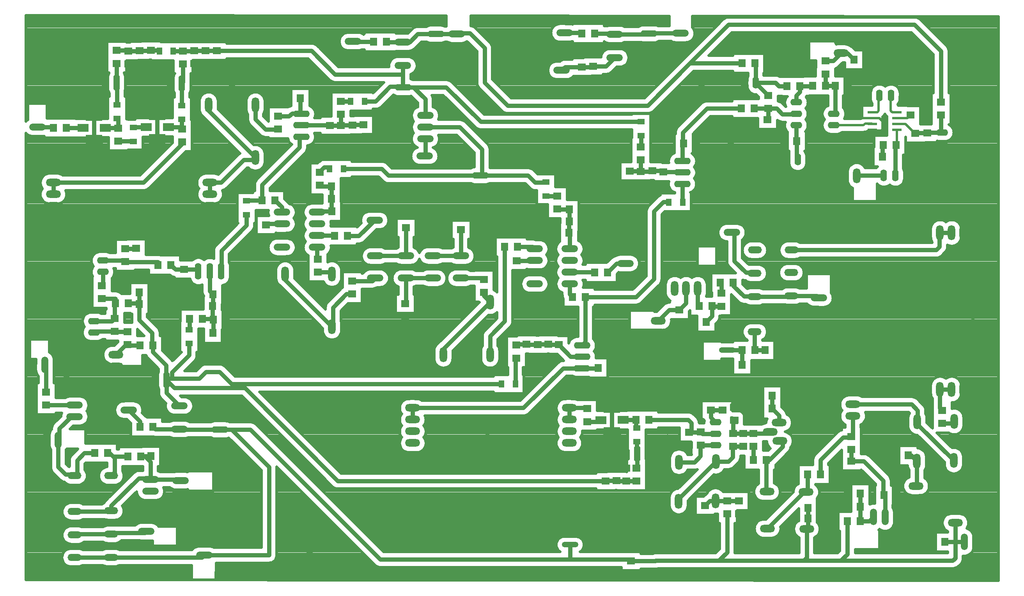
<source format=gbr>
G04 DipTrace 3.0.0.2*
G04 Top.gbr*
%MOMM*%
G04 #@! TF.FileFunction,Copper,L1,Top*
G04 #@! TF.Part,Single*
%AMOUTLINE0*
4,1,4,
-0.88713,0.81423,
0.91263,0.78557,
0.88713,-0.81423,
-0.91263,-0.78557,
-0.88713,0.81423,
0*%
G04 #@! TA.AperFunction,Conductor*
%ADD14C,0.9*%
%ADD15C,0.508*%
G04 #@! TA.AperFunction,CopperBalancing*
%ADD16C,0.6*%
%ADD17R,1.8X1.6*%
%ADD18R,1.6X1.8*%
%ADD19R,1.6X1.2*%
%ADD20R,3.556X2.4638*%
%ADD21R,2.4638X1.6764*%
%ADD22O,3.6X1.5*%
%ADD23O,1.62X3.25*%
%ADD24R,1.2X1.6*%
%ADD25O,3.6X1.4*%
%ADD26O,3.25X1.62*%
%ADD27O,1.4X3.6*%
%ADD28O,2.6X1.4*%
G04 #@! TA.AperFunction,ComponentPad*
%ADD29C,1.5*%
%ADD30R,2.0X0.6*%
%ADD31O,1.4X2.6*%
%ADD32O,3.25X1.62*%
%ADD33O,3.0X1.5*%
%ADD34O,1.5X3.6*%
%ADD35O,3.6X1.2*%
G04 #@! TA.AperFunction,ViaPad*
%ADD36C,1.0*%
%ADD81OUTLINE0*%
%FSLAX35Y35*%
G04*
G71*
G90*
G75*
G01*
G04 Top*
%LPD*%
X5250300Y4299300D2*
D14*
X4374713D1*
X4366780Y4307233D1*
X3842367D1*
X3791800Y4357800D1*
X14169300Y1443800D2*
X14701177D1*
Y1455300D1*
X16078800D1*
X16260300Y1636800D1*
Y2473300D1*
X17986767Y2143250D2*
Y1515207D1*
X17926860Y1455300D1*
X16078800D1*
X18012300Y2594550D2*
Y2372300D1*
Y2168783D1*
X17986767Y2143250D1*
X16583300Y6023800D2*
Y5706300D1*
X18869550Y2308800D2*
Y1594050D1*
X18730800Y1455300D1*
X17926860D1*
X16264800Y6024300D2*
X16582800D1*
X16583300Y6023800D1*
X21213300Y2277300D2*
Y1507800D1*
X21160800Y1455300D1*
X18730800D1*
X12847800Y1801800D2*
Y1480800D1*
X14132300D1*
X14169300Y1443800D1*
X2086800Y1524300D2*
X2883427D1*
X4854800D1*
X4905300Y1574800D1*
X5250300Y4299300D2*
X5498470D1*
X5908800D1*
X8727300Y1480800D1*
X12847800D1*
X4905300Y1574800D2*
X6310800D1*
Y3486970D1*
X5498470Y4299300D1*
X21412300Y1860300D2*
X20992300D1*
X20989300Y1863300D1*
X13387213Y12906343D2*
X13799853D1*
X13819840Y12886357D1*
X14548357D1*
X14562300Y12900300D1*
X15250800Y12907800D2*
X14569800D1*
X14562300Y12900300D1*
X2091800Y2519427D2*
X2872527D1*
X2888450Y2535350D1*
Y2645450D1*
X3487800Y3244800D1*
X3709800D1*
X3738300Y3216300D1*
X4369800D1*
X4392300Y3193800D1*
X3752300Y3720300D2*
X3615603D1*
X3539800D1*
X3532300Y3712800D1*
X3738300Y3216300D2*
Y3597603D1*
X3615603Y3720300D1*
X13353213Y12188843D2*
X13630403D1*
X13819840Y12378280D1*
X13105713Y12178343D2*
X12739213D1*
X12667713Y12106843D1*
X13105713Y12178343D2*
X13342713D1*
X13353213Y12188843D1*
X9706800Y10871800D2*
X10452800D1*
X10936800Y10387800D1*
Y9855300D1*
X10900800Y9819300D1*
X11938800D1*
X12093300Y9664800D1*
X12318300D1*
X12328800Y9675300D1*
X7930800Y9961800D2*
X8758800D1*
X8904300Y9816300D1*
X10897800D1*
X10900800Y9819300D1*
X6594300Y8514800D2*
X6297300D1*
X6249300Y8466800D1*
X11688300Y7685300D2*
X12046800D1*
X12081300Y7719800D1*
X19410300Y11067800D2*
D15*
X19138300D1*
X18871800Y11334300D1*
Y11751300D1*
X18891300Y11770800D1*
X19410300Y11067800D2*
X19567300D1*
X19636800Y10998300D1*
Y10861800D1*
X19642800Y10855800D1*
Y10830300D1*
X19609800Y10797300D1*
X19426800D1*
X19410300Y10813800D1*
X1698800Y5704800D2*
D14*
Y5665300D1*
X2098800Y5265300D1*
Y5085260D1*
X2094313Y5080773D1*
X6661800Y7680300D2*
Y7553300D1*
X7677800Y6537300D1*
X8119800Y7246800D2*
X7993800D1*
X7701300Y6954300D1*
Y6560800D1*
X7677800Y6537300D1*
X1912533Y10856303D2*
X2268090D1*
X2272713Y10851680D1*
X2757853Y10854220D2*
X3030617D1*
X3040533Y10844303D1*
Y11030303D1*
X3015033Y11055803D1*
Y11355803D2*
Y11822567D1*
X3000800Y11836800D1*
Y12247570D1*
X3007533Y12254303D1*
X7667300Y9583800D2*
Y9318300D1*
X7671800Y9313800D1*
Y9045300D1*
X7677800Y9039300D1*
X7372800D1*
X7356300Y9022800D1*
X7667300Y9583800D2*
X7443300D1*
X7417800Y9609300D1*
X4429267Y10548307D2*
Y10508767D1*
X3585300Y9664800D1*
X1629800D1*
Y9410800D1*
X6594300Y8768800D2*
X6271300D1*
X6249300Y8746800D1*
X7356300Y8260800D2*
Y8018800D1*
X7372800Y8002300D1*
X6594300Y9022800D2*
Y9132300D1*
X6445800Y9280800D1*
X10981800Y7283300D2*
Y7200800D1*
X11112800Y7069800D1*
X10096800Y5926800D2*
Y6053800D1*
X11112800Y7069800D1*
X8119800Y7526800D2*
X8555800D1*
X8619300Y7590300D1*
Y8072900D2*
X9286400D1*
X9286800Y8073300D1*
X9288300Y8688300D2*
Y8074800D1*
X9286800Y7590700D2*
X9866200D1*
X9867300Y7591800D1*
X9286800Y7590700D2*
Y7054800D1*
X9268800Y7036800D1*
X8584800Y12721800D2*
X8149800D1*
X8139300Y12732300D1*
X1288800Y10869800D2*
X1619037D1*
X1632533Y10856303D1*
X12843300Y7719800D2*
X13383300D1*
X13386800Y7716300D1*
X7372800Y7722300D2*
X7635800D1*
X7677800Y7680300D1*
X8020800Y8506800D2*
X8264300D1*
X8605800Y8848300D1*
X14049300Y7910800D2*
X13861300D1*
X13666800Y7716300D1*
X9867300Y8074400D2*
X10475200D1*
X10476300Y8073300D1*
Y8637300D1*
X10480800Y8641800D1*
X7356300Y8514800D2*
X7732800D1*
X7740800Y8506800D1*
X3192300Y8225800D2*
X3421300D1*
X3429300Y8233800D1*
X11688300Y7965300D2*
X12072800D1*
X12081300Y7973800D1*
X12843300Y8227800D2*
Y8556800D1*
X12827300Y8572800D1*
Y8815800D1*
X12831800Y8820300D1*
Y9079800D1*
X12836300Y9084300D1*
X12579300D1*
X12574800Y9088800D1*
X3646713Y10868180D2*
X3376410D1*
X3369033Y10860803D1*
X11112800Y5926800D2*
Y6333800D1*
X11428800Y6649800D1*
Y8269300D1*
X11430800Y8271300D1*
X11710800D2*
X12037800D1*
X12081300Y8227800D1*
X4131853Y10870720D2*
X4386853D1*
X4429267Y10828307D1*
X4420267Y11039807D2*
Y10837307D1*
X4429267Y10828307D1*
X4443300Y12244800D2*
Y11842300D1*
X4421300Y11820300D1*
Y11340840D1*
X4420267Y11339807D1*
X10476300Y7590700D2*
X10954400D1*
X10981800Y7563300D1*
X12574800Y9368800D2*
X12335300D1*
X12328800Y9375300D1*
X15287880Y9637140D2*
Y9249720D1*
X15297300Y9240300D1*
X5029800Y9664800D2*
Y9410800D1*
Y9664800D2*
X5269800D1*
X5764800Y10159800D1*
X5970300D1*
X6016800Y10206300D1*
X5000800Y11349300D2*
Y11222300D1*
X6016800Y10206300D1*
X7417800Y9889300D2*
Y9904800D1*
X7507800Y9994800D1*
X7597800D1*
X7630800Y9961800D1*
X7016427Y10908547D2*
X7646547D1*
X7639800Y10901800D1*
X8362800Y10918300D2*
X8133300D1*
X8124300Y10909300D1*
X7882800D1*
X7873800Y10900300D1*
X7641300D1*
X7639800Y10901800D1*
X7875300Y11147300D2*
Y10901800D1*
X7873800Y10900300D1*
X5028053Y7735427D2*
Y7306047D1*
X5093300Y7240800D1*
Y6990300D1*
X5088800Y6985800D1*
Y6706800D1*
X5105300Y6690300D1*
Y6409800D1*
X5091800Y6396300D1*
X4864300Y6703800D2*
X5091800D1*
X4468800Y7777800D2*
X4736680D1*
X4778053Y7736427D1*
X4468800Y7777800D2*
X4279800D1*
X4180800Y7876800D1*
X3040533Y10564303D2*
X3365533D1*
X3369033Y10560803D1*
X7875300Y11427300D2*
X8083800D1*
X8088300Y11431800D1*
X4584300Y6703800D2*
Y6477300D1*
X4576800Y6469800D1*
X12831300Y4770300D2*
Y4516300D1*
Y4770300D2*
X13205800D1*
X13222800Y4753300D1*
X16362300Y8582800D2*
X16419300D1*
Y7957800D1*
X16668300Y7708800D1*
X16842600D1*
X16855150Y7696250D1*
X14385300Y10155800D2*
Y9910300D1*
X14383800Y9908800D1*
X14149800Y9910300D2*
X14382300D1*
X14383800Y9908800D2*
X14625300D1*
X14634300Y9917800D1*
X14848747D1*
X14872853Y9893693D1*
X15279327D1*
X15288880Y9884140D1*
X5826300Y8967300D2*
Y8737800D1*
X5278800Y8190300D1*
Y7738173D1*
X5275053Y7734427D1*
X12732213Y12921343D2*
X13092213D1*
X13107213Y12906343D1*
X14391353Y10684693D2*
Y10441853D1*
X14385300Y10435800D1*
X6165800Y9280800D2*
X5839800D1*
X5826300Y9267300D1*
X6165800Y9280800D2*
Y9617300D1*
X6975300Y10426800D1*
Y10621420D1*
X7015427Y10661547D1*
X15289880Y10134140D2*
Y10494380D1*
X15312300Y10516800D1*
X16567800Y11274300D2*
X15825300D1*
X15300300Y10749300D1*
Y10528800D1*
X15312300Y10516800D1*
X17760707Y11408487D2*
Y11552207D1*
X17841300Y11632800D1*
Y11753800D1*
X17839300Y11755800D1*
X18104300D1*
X18114800Y11766300D1*
X2704800Y7976300D2*
X3192300D1*
Y7945800D1*
X3900800Y7876800D2*
Y7938300D1*
X3199800D1*
X3192300Y7945800D1*
X6507300Y11104800D2*
X6750300D1*
X6813300Y11167800D1*
X7008173D1*
X7017427Y11158547D1*
X6991800Y11493300D2*
Y11184173D1*
X7017427Y11158547D1*
X2704800Y7726300D2*
Y7442800D1*
X2686800Y7424800D1*
X2511787Y6657827D2*
X2906827D1*
X2962800Y6713800D1*
Y7027800D1*
X2979300Y7044300D1*
Y7144800D1*
X2686800D1*
X13109727Y5882947D2*
X12860653D1*
X12601800Y6141800D1*
X12387300D1*
X12375300Y6153800D1*
X12157800D1*
X12150300Y6146300D1*
X11914800D1*
X11905800Y6155300D1*
X11704300D1*
X11682300Y6133300D1*
X3513300Y6126300D2*
X3265800D1*
X3244800Y6147300D1*
X3210300D1*
X2989800Y5926800D1*
X3244800Y6427300D2*
X2969300D1*
X2962800Y6433800D1*
X2533760D1*
X2510787Y6410827D1*
X3511800Y4357800D2*
Y4477800D1*
X3264300Y4725300D1*
X11682300Y5853300D2*
X11662800D1*
Y5292300D1*
X13108727Y5632947D2*
X13452447D1*
X13461300Y5641800D1*
X9431300Y4770300D2*
Y4516300D1*
X13108727Y5632947D2*
X12697947D1*
X11835300Y4770300D1*
X9431300D1*
X16855150Y7188250D2*
X17635877D1*
X17651800Y7204173D1*
X18208427D1*
X18252300Y7160300D1*
X16392300Y7489800D2*
Y7426800D1*
X16623300Y7195800D1*
X16847600D1*
X16855150Y7188250D1*
X16008873Y4211153D2*
X15723197D1*
X15688800Y4245550D1*
X15435300Y4240300D2*
X15683550D1*
X15688800Y4245550D1*
X14563300Y4513800D2*
X15412800D1*
X15480300Y4446300D1*
Y4285300D1*
X15435300Y4240300D1*
X18576300Y10911800D2*
D15*
X19220300D1*
X19257300Y10948800D1*
X19402300D1*
X19410300Y10940800D1*
X19950300Y11194800D2*
X19846800D1*
X19812300Y11229300D1*
Y11548300D1*
X19817300Y11553300D1*
X19410300Y11194800D2*
X19521300D1*
X19549800Y11223300D1*
Y11539800D1*
X19563300Y11553300D1*
X13184800Y7177800D2*
D14*
Y6204020D1*
X13110727Y6129947D1*
X13184800Y7177800D2*
X14278800D1*
X14670300Y7569300D1*
Y9040800D1*
X14874300Y9244800D1*
X14992800D1*
X14997300Y9240300D1*
X19950300Y11067800D2*
D15*
X20172800D1*
X20241300Y11136300D1*
X18394800Y11766300D2*
D14*
X18606800D1*
X18611300Y11770800D1*
Y11196800D1*
X18576300Y11161800D1*
X18394800Y11766300D2*
Y12024300D1*
X18393300Y12025800D1*
X19950300Y10813800D2*
D15*
Y10501800D1*
X19932300Y10483800D1*
X19914800Y9823800D2*
D14*
Y10466300D1*
X19932300Y10483800D1*
X19660800Y9823800D2*
X19082300D1*
X19071800Y9813300D1*
X19633800Y10225800D2*
Y10465300D1*
X19652300Y10483800D1*
X17154300Y11273300D2*
Y11047800D1*
X17134800Y11028300D1*
X16847800Y11274300D2*
X17153300D1*
X17154300Y11273300D1*
X17336800D1*
X17458800Y11151300D1*
X17749520D1*
X17759707Y11161487D1*
X17758707Y10911487D2*
Y10575393D1*
X17767800Y10566300D1*
Y10189800D1*
X17793300Y10164300D1*
X16882800Y11832300D2*
Y12241300D1*
X16865800Y12258300D1*
X16882800Y11832300D2*
Y11824800D1*
X17154300Y11553300D1*
X16882800Y11832300D2*
X17311800D1*
X17383800Y11760300D1*
X17554800D1*
X17559300Y11755800D1*
X16014277Y3605040D2*
X16284540D1*
X16381800Y3702300D1*
Y3928300D1*
X16387300Y3933800D1*
X16609550D1*
X15205750Y2741333D2*
Y2796513D1*
X16014277Y3605040D1*
X16007873Y3964153D2*
X15690197D1*
X15688800Y3965550D1*
X15213730Y3593073D2*
X15549573D1*
X15681300Y3724800D1*
Y3958050D1*
X15688800Y3965550D1*
X15911050Y4727550D2*
X16165050D1*
X15911050D2*
Y4559977D1*
X16009873Y4461153D1*
X16006300Y2753300D2*
X15885050D1*
X15784050Y2652300D1*
X16006300Y2753300D2*
X16260300D1*
X16508550D1*
X16514300Y2747550D1*
X16387300Y4213800D2*
Y4478043D1*
X16414590Y4505333D1*
X16387300Y4213800D2*
X16609550D1*
X16831800D1*
X17165127D1*
X17196927Y4245600D1*
X17387427Y4452000D2*
Y4604923D1*
X17238800Y4753550D1*
Y5039300D2*
Y4753550D1*
X17111800Y3642300D2*
Y2963037D1*
X17123060Y2951777D1*
X17111800Y3642300D2*
X17179800D1*
X17469300Y3931800D1*
Y3989050D1*
X17403300Y4055050D1*
X18006550Y3324800D2*
Y2975550D1*
X17974800Y2943800D1*
X17927597D1*
X17135027Y2151230D1*
X18990800Y4848800D2*
X20266300D1*
X20397300Y4717800D1*
Y4477300D1*
X20387800Y4467800D1*
Y4420597D1*
X21180370Y3628027D1*
X20191550Y3737550D2*
X20258333D1*
X20379823Y3616060D1*
Y3097380D1*
X20359007Y3076563D1*
X18286550Y3324800D2*
Y3640550D1*
X18778800Y4132800D1*
X18947300D1*
X18959050Y4144550D1*
X18990800Y4594800D2*
Y4176300D1*
X18959050Y4144550D1*
X19689300Y2400050D2*
Y2854300D1*
X19663300Y2880300D1*
X18959050Y3864550D2*
Y3610550D1*
X19227550D1*
X19648800Y3189300D1*
Y2894800D1*
X19663300Y2880300D1*
X20927550Y4436050D2*
X21144633D1*
X21188350Y4479767D1*
X19149550Y2626300D2*
Y2308800D1*
Y2912050D2*
Y2626300D1*
Y2308800D2*
X19348050D1*
X19439300Y2400050D1*
X15930300Y6982800D2*
Y6979800D1*
Y6762800D1*
X15805300Y6637800D1*
X16132800Y6979800D2*
X15930300D1*
X13222800Y4473300D2*
X13484833D1*
X13516713Y4505180D1*
X20880300Y5174300D2*
X21134300D1*
X20880300D2*
Y4763300D1*
X20927550Y4716050D1*
X16831800Y3933800D2*
Y3642300D1*
X15369800Y7362300D2*
Y7047300D1*
X15222300Y6899800D1*
X14999800D1*
X14764800Y6664800D1*
X15619800Y7362300D2*
Y7013300D1*
X15650300Y6982800D1*
X17656800Y8199300D2*
X20797800D1*
X20872800Y8274300D1*
Y8566800D1*
X20880300Y8574300D1*
X21134300D1*
X16858150Y6426550D2*
Y6028950D1*
X16863300Y6023800D1*
X17085550D1*
X14001853Y4507720D2*
X14277220D1*
X14283300Y4513800D1*
Y4348800D1*
X14295300Y4336800D1*
Y4036800D2*
Y3784300D1*
X14305300Y3774300D1*
Y3476800D1*
X14293800Y3465300D1*
X6016800Y11349300D2*
Y11038800D1*
X6235800Y10819800D1*
X6502300D1*
X6507300Y10824800D1*
X12843300Y7465800D2*
Y7239300D1*
X12904800Y7177800D1*
X3007533Y12534303D2*
X3240033D1*
X3256533Y12517803D1*
X3498033D1*
X3507033Y12526803D1*
X3736533D1*
X3745533Y12535803D1*
X3921533D1*
X3936033Y12521303D1*
X9706800Y10617800D2*
Y10255800D1*
X9693300Y10242300D1*
X20902800Y11129300D2*
Y10779300D1*
X20926800Y10755300D1*
X20618300D1*
X20602800Y10739800D1*
X20353800D1*
X20347800Y10733800D1*
D15*
X20331800D1*
X20128800Y10936800D1*
X19954300D1*
X19950300Y10940800D1*
X2093313Y4830773D2*
D14*
X1470773D1*
X1470300Y4830300D1*
Y5110300D2*
Y5679300D1*
X1444800Y5704800D1*
X16132800Y7259800D2*
Y7469300D1*
X16112300Y7489800D1*
X2808300Y3792300D2*
X2848800D1*
X2959800Y3681300D1*
Y3371400D1*
X2885450Y3297050D1*
X3252300Y3712800D2*
X2944480D1*
X2959800Y3681300D1*
X2092313Y4583773D2*
X2018773D1*
X1761300Y4326300D1*
Y4098300D1*
X1737300Y4074300D1*
Y3489300D1*
X1899300Y3327300D1*
X2058550D1*
X2088800Y3297050D1*
X2528300Y3792300D2*
X2302800D1*
X2145300Y3634800D1*
Y3275613D1*
X2088800Y3297050D1*
X9217927Y12715313D2*
X8871287D1*
X8864800Y12721800D1*
X9217927Y12715313D2*
X9368813D1*
X9544800Y12891300D1*
X9933300D1*
X9934800Y12892800D1*
X10381800D1*
X10383300Y12891300D1*
X20902800Y11409300D2*
Y12522300D1*
X20331300Y13093800D1*
X16288730D1*
X15453230Y12258300D1*
X14533730Y11338800D1*
X11493300D1*
X10993800Y11838300D1*
Y12586800D1*
X10672800Y12907800D1*
X10399800D1*
X10383300Y12891300D1*
X16585800Y12258300D2*
X15453230D1*
X2888450Y2027350D2*
X2107723D1*
X2091800Y2011427D1*
X2888450Y2027350D2*
X2901850D1*
X2934300Y2059800D1*
X3623300D1*
X3649800Y2086300D1*
X4236033Y12521303D2*
X4439803D1*
X4443300Y12524800D1*
X4686300D1*
X4687800Y12526300D1*
X4938300D1*
X5181300D1*
X9217927Y12207237D2*
X9217880Y12013800D1*
Y11742220D1*
X9228300Y11731800D1*
X5181300Y12526300D2*
X7233800D1*
X7746300Y12013800D1*
X9217880D1*
X8388300Y11431800D2*
X8625300D1*
X8940300Y11746800D1*
X9213300D1*
X9228300Y11731800D1*
X14391353Y10984693D2*
X10909907D1*
X10159800Y11734800D1*
X9448153D1*
X9231300D1*
X9228300Y11731800D1*
X9706800Y11125800D2*
Y11476153D1*
X9448153Y11734800D1*
X18393300Y12305800D2*
X18562300D1*
X18732300Y12475800D1*
X18874800D1*
X19017300Y12333300D1*
X3259300Y7044300D2*
X3482167D1*
X3498933Y7027533D1*
X3492800Y7282800D2*
Y7033667D1*
X3498933Y7027533D1*
X14293800Y3185300D2*
X14077800D1*
X14073300Y3180800D1*
X13864800D1*
X13855800Y3189800D1*
X13627800D1*
X13623300Y3185300D1*
X4576800Y6169800D2*
Y5916300D1*
X4206300Y5545800D1*
Y5413227D1*
X4120227D1*
X4084800Y5377800D1*
X11362800Y5292300D2*
X5500800D1*
X5236800Y5556300D1*
X4941300D1*
X4798227Y5413227D1*
X4206300D1*
X4084800Y5377800D2*
Y5097290D1*
X4366780Y4815310D1*
X13623300Y3185300D2*
X7804300D1*
X5787300Y5202300D1*
X4260300D1*
X4084800Y5377800D1*
X3498933Y7027533D2*
Y6677667D1*
X3774300Y6402300D1*
Y6145300D1*
X3793300Y6126300D1*
Y5982800D1*
X4081800Y5694300D1*
Y5380800D1*
X4084800Y5377800D1*
D36*
X3892800Y11482800D3*
X3682800Y11889300D3*
X2527800Y11457300D3*
X2508300Y10284300D3*
X3837300Y10299300D3*
X5971800Y8179800D3*
X17797800Y12544800D3*
X14971800Y4149300D3*
X11058300Y4174800D3*
X13771800Y5110800D3*
X13752300Y3937800D3*
X13099800Y3571800D3*
X1038300Y13238133D2*
D16*
X10150110D1*
X10694373D2*
X14995110D1*
X15510313D2*
X16198037D1*
X20421990D2*
X22138860D1*
X1038300Y13178467D2*
X10150110D1*
X10694373D2*
X14995110D1*
X15510313D2*
X16130657D1*
X20489373D2*
X22138860D1*
X1038300Y13118800D2*
X10150110D1*
X10694373D2*
X14995110D1*
X15510313D2*
X16071007D1*
X20549023D2*
X22138860D1*
X1038300Y13059133D2*
X9722140D1*
X10750273D2*
X12479913D1*
X14026367D2*
X14337687D1*
X15510313D2*
X16011360D1*
X20608670D2*
X22138860D1*
X1038300Y12999467D2*
X9410303D1*
X10823867D2*
X12439953D1*
X15536680D2*
X15951710D1*
X20668320D2*
X22138860D1*
X1038300Y12939800D2*
X9350657D1*
X10883513D2*
X12424717D1*
X15556600D2*
X15892063D1*
X20727967D2*
X22138860D1*
X1038300Y12880133D2*
X7897530D1*
X10943163D2*
X12428117D1*
X15557303D2*
X15832413D1*
X16317733D2*
X20302297D1*
X20787617D2*
X22138860D1*
X1038300Y12820467D2*
X7851710D1*
X11002813D2*
X12451553D1*
X15538787D2*
X15772647D1*
X16258087D2*
X20361943D1*
X20847383D2*
X22138860D1*
X1038300Y12760800D2*
X7832960D1*
X11062460D2*
X12506397D1*
X15493553D2*
X15713000D1*
X16198437D2*
X20421593D1*
X20907030D2*
X22138860D1*
X1038300Y12701133D2*
X2789093D1*
X5399727D2*
X7833430D1*
X9597383D2*
X9802063D1*
X10067537D2*
X10219367D1*
X10547303D2*
X10636787D1*
X11121990D2*
X12898860D1*
X13595587D2*
X13640537D1*
X13999063D2*
X15653350D1*
X16138787D2*
X18023587D1*
X18633123D2*
X20481240D1*
X20966680D2*
X22138860D1*
X1038300Y12641467D2*
X2789093D1*
X7361327D2*
X7853000D1*
X9537617D2*
X10696437D1*
X11157967D2*
X15593703D1*
X16079140D2*
X18023587D1*
X18937813D2*
X20540890D1*
X21026327D2*
X22138860D1*
X1038300Y12581800D2*
X2789093D1*
X7420977D2*
X7900577D1*
X9475740D2*
X10756087D1*
X11167110D2*
X15534053D1*
X16019373D2*
X18023587D1*
X19011523D2*
X20600657D1*
X21065233D2*
X22138860D1*
X1038300Y12522133D2*
X2789093D1*
X7480623D2*
X8376360D1*
X9369570D2*
X10815733D1*
X11167110D2*
X13573623D1*
X14065977D2*
X15474407D1*
X15959727D2*
X18023587D1*
X19225740D2*
X20660303D1*
X21076133D2*
X22138860D1*
X1038300Y12462467D2*
X2789093D1*
X7540273D2*
X10820420D1*
X11167110D2*
X13530263D1*
X14109337D2*
X15414757D1*
X15900077D2*
X16377453D1*
X17074180D2*
X18023587D1*
X19225740D2*
X20719953D1*
X21076133D2*
X22138860D1*
X1038300Y12402800D2*
X2789093D1*
X7600037D2*
X9080070D1*
X9355740D2*
X10820420D1*
X11167110D2*
X13512920D1*
X14126680D2*
X15354990D1*
X17074180D2*
X18023587D1*
X19225740D2*
X20729443D1*
X21076133D2*
X22138860D1*
X1038300Y12343133D2*
X2789093D1*
X5399727D2*
X7174250D1*
X7659687D2*
X8963703D1*
X9472110D2*
X10820420D1*
X11167110D2*
X12703977D1*
X14125037D2*
X15295343D1*
X17074180D2*
X18023587D1*
X19225740D2*
X20729443D1*
X21076133D2*
X22138860D1*
X1038300Y12283467D2*
X2789093D1*
X3225897D2*
X4224873D1*
X4661680D2*
X7233897D1*
X7719337D2*
X8924797D1*
X9511013D2*
X10820420D1*
X11167110D2*
X12468547D1*
X14103943D2*
X15235693D1*
X17074180D2*
X18174873D1*
X19225740D2*
X20729443D1*
X21076133D2*
X22138860D1*
X1038300Y12223800D2*
X2789093D1*
X3225897D2*
X4224873D1*
X4661680D2*
X7293663D1*
X7778983D2*
X8910263D1*
X9525663D2*
X10820420D1*
X11167110D2*
X12397647D1*
X14053787D2*
X15176047D1*
X17074180D2*
X18174873D1*
X18723007D2*
X18808860D1*
X19225740D2*
X20729443D1*
X21076133D2*
X22138860D1*
X1038300Y12164133D2*
X2789093D1*
X3225897D2*
X4224873D1*
X4661680D2*
X7353313D1*
X9521563D2*
X10820420D1*
X11167110D2*
X12367763D1*
X13848360D2*
X15116397D1*
X17074180D2*
X18174873D1*
X18657383D2*
X18808860D1*
X19225740D2*
X20729443D1*
X21076133D2*
X22138860D1*
X1038300Y12104467D2*
X2789093D1*
X3225897D2*
X4224873D1*
X4661680D2*
X7412960D1*
X9497420D2*
X10820420D1*
X11167110D2*
X12359327D1*
X13788710D2*
X15056750D1*
X17074180D2*
X18174873D1*
X18611680D2*
X20729443D1*
X21076133D2*
X22138860D1*
X1038300Y12044800D2*
X2827413D1*
X3174217D2*
X4224873D1*
X4661680D2*
X7472610D1*
X9441053D2*
X10820420D1*
X11167110D2*
X12369287D1*
X13721680D2*
X14996983D1*
X15482420D2*
X16709443D1*
X17056133D2*
X18174873D1*
X18611680D2*
X20729443D1*
X21076133D2*
X22138860D1*
X1038300Y11985133D2*
X2806203D1*
X3195313D2*
X4230850D1*
X4616680D2*
X7532257D1*
X9391250D2*
X10820420D1*
X11167110D2*
X12401280D1*
X13324063D2*
X14937337D1*
X15422773D2*
X16708273D1*
X17386013D2*
X18174873D1*
X18611680D2*
X20729443D1*
X21076133D2*
X22138860D1*
X1038300Y11925467D2*
X2802453D1*
X3199180D2*
X4222883D1*
X4619727D2*
X7591907D1*
X9391250D2*
X10820420D1*
X11167110D2*
X12478860D1*
X12856600D2*
X14877687D1*
X15363123D2*
X16687297D1*
X18819687D2*
X20729443D1*
X21076133D2*
X22138860D1*
X1038300Y11865800D2*
X2802453D1*
X3199180D2*
X4222883D1*
X4619727D2*
X7662100D1*
X10269920D2*
X10820420D1*
X11208943D2*
X14818037D1*
X15303477D2*
X16684367D1*
X18819687D2*
X20729443D1*
X21076133D2*
X22138860D1*
X1038300Y11806133D2*
X2802453D1*
X3199180D2*
X4222883D1*
X4619727D2*
X8756983D1*
X10331210D2*
X10823587D1*
X11268710D2*
X14758390D1*
X15243710D2*
X16684367D1*
X18819687D2*
X20729443D1*
X21076133D2*
X22138860D1*
X1038300Y11746467D2*
X2802453D1*
X3199180D2*
X4222883D1*
X4619727D2*
X8697217D1*
X10390860D2*
X10847843D1*
X11328360D2*
X14698740D1*
X15184063D2*
X16686123D1*
X18819687D2*
X19418467D1*
X19962147D2*
X20729443D1*
X21076133D2*
X22138860D1*
X1038300Y11686800D2*
X2806553D1*
X3194960D2*
X4224287D1*
X4618203D2*
X6783430D1*
X7200193D2*
X8637570D1*
X10450507D2*
X10902570D1*
X11388007D2*
X14639093D1*
X15124413D2*
X16704407D1*
X18819687D2*
X19379443D1*
X20001053D2*
X20729443D1*
X21076133D2*
X22138860D1*
X1038300Y11627133D2*
X2830227D1*
X3188397D2*
X4241750D1*
X4600740D2*
X4941710D1*
X5060000D2*
X5957610D1*
X6075897D2*
X6783430D1*
X7200193D2*
X7656943D1*
X10510157D2*
X10962217D1*
X11447657D2*
X14579327D1*
X15064763D2*
X16750577D1*
X18819687D2*
X19365383D1*
X20015233D2*
X20729443D1*
X21076133D2*
X22138860D1*
X1038300Y11567467D2*
X2841710D1*
X3188397D2*
X4247960D1*
X4594647D2*
X4844210D1*
X5157500D2*
X5860110D1*
X6173397D2*
X6783430D1*
X7200193D2*
X7656943D1*
X10569803D2*
X11021983D1*
X11507303D2*
X14519680D1*
X15005117D2*
X16897413D1*
X18819687D2*
X19364913D1*
X20015703D2*
X20684443D1*
X21121250D2*
X22138860D1*
X1038300Y11507800D2*
X2806670D1*
X3223437D2*
X4211867D1*
X4628633D2*
X4806593D1*
X5195117D2*
X5822490D1*
X6211013D2*
X6783430D1*
X7200193D2*
X7656943D1*
X8943943D2*
X9432453D1*
X9877110D2*
X10144133D1*
X10629453D2*
X11081633D1*
X11566953D2*
X14460030D1*
X14945467D2*
X16935850D1*
X17372657D2*
X17529873D1*
X17991523D2*
X18437960D1*
X18784647D2*
X19364913D1*
X20015703D2*
X20684443D1*
X21121250D2*
X22138860D1*
X1038300Y11448133D2*
X2806670D1*
X3223437D2*
X4211867D1*
X4628633D2*
X4792180D1*
X5209413D2*
X5808193D1*
X6225430D2*
X6783430D1*
X7200193D2*
X7656943D1*
X8884297D2*
X9492100D1*
X9880157D2*
X10203780D1*
X10689100D2*
X11141280D1*
X14885703D2*
X16359407D1*
X17372657D2*
X17506437D1*
X18014960D2*
X18437960D1*
X18784647D2*
X19370303D1*
X20010313D2*
X20684443D1*
X21121250D2*
X22138860D1*
X1038300Y11388467D2*
X2806670D1*
X3223437D2*
X4211867D1*
X4628633D2*
X4791360D1*
X5210233D2*
X5807373D1*
X6226250D2*
X6783430D1*
X7200193D2*
X7656943D1*
X8824647D2*
X9533467D1*
X9880157D2*
X10263430D1*
X10748867D2*
X11200930D1*
X14826053D2*
X15696827D1*
X17464297D2*
X17503390D1*
X18018007D2*
X18437960D1*
X18784647D2*
X19395967D1*
X19984647D2*
X20684443D1*
X21121250D2*
X22138860D1*
X1038300Y11328800D2*
X1069133D1*
X1494570D2*
X2806670D1*
X3223437D2*
X4211867D1*
X4628633D2*
X4791360D1*
X5210233D2*
X5807373D1*
X6226250D2*
X6761633D1*
X7223047D2*
X7656943D1*
X8765000D2*
X9533467D1*
X9880157D2*
X10323077D1*
X10808513D2*
X11260577D1*
X14766407D2*
X15637063D1*
X18001837D2*
X18414757D1*
X18784647D2*
X19181867D1*
X20459727D2*
X20684443D1*
X21121250D2*
X22138860D1*
X1038300Y11269133D2*
X1069133D1*
X1494570D2*
X2806670D1*
X3223437D2*
X4211867D1*
X4628633D2*
X4791360D1*
X5210233D2*
X5807373D1*
X6226250D2*
X6288897D1*
X7290897D2*
X7656943D1*
X8670663D2*
X9460110D1*
X9953513D2*
X10382727D1*
X10868163D2*
X11320227D1*
X14706757D2*
X15577413D1*
X17985193D2*
X18350657D1*
X18801990D2*
X19181867D1*
X20459727D2*
X20684443D1*
X21121250D2*
X22138860D1*
X1038300Y11209467D2*
X1069133D1*
X1494570D2*
X2806670D1*
X3223437D2*
X4211867D1*
X4628633D2*
X4799913D1*
X5256287D2*
X5815930D1*
X6217693D2*
X6288897D1*
X7319023D2*
X7656943D1*
X8093750D2*
X9416983D1*
X9996640D2*
X10442490D1*
X10927813D2*
X11381047D1*
X14645937D2*
X15517763D1*
X18012030D2*
X18323937D1*
X18828710D2*
X19181867D1*
X20459727D2*
X20684443D1*
X21121250D2*
X22138860D1*
X1038300Y11149800D2*
X1069133D1*
X1494570D2*
X2344133D1*
X2688593D2*
X2806670D1*
X3223437D2*
X3718037D1*
X4062617D2*
X4211867D1*
X4628633D2*
X4829093D1*
X5315937D2*
X5843467D1*
X6190157D2*
X6288897D1*
X7325587D2*
X7656943D1*
X8093750D2*
X9399873D1*
X10013750D2*
X10502140D1*
X14599763D2*
X15458117D1*
X18017773D2*
X18318313D1*
X18834337D2*
X19181867D1*
X20459727D2*
X20684443D1*
X21121250D2*
X22138860D1*
X1038300Y11090133D2*
X1069133D1*
X1494570D2*
X2344133D1*
X2688593D2*
X2806670D1*
X3223437D2*
X3718037D1*
X4062617D2*
X4211867D1*
X4628633D2*
X4890263D1*
X5375703D2*
X5843467D1*
X6208203D2*
X6288897D1*
X7313280D2*
X7421397D1*
X8581250D2*
X9401633D1*
X10011990D2*
X10561787D1*
X14599763D2*
X15398467D1*
X15883787D2*
X16359407D1*
X18004413D2*
X18331787D1*
X18820860D2*
X19181867D1*
X19638710D2*
X19721867D1*
X20459727D2*
X20684443D1*
X21121250D2*
X22138860D1*
X1038300Y11030467D2*
X1063157D1*
X4647617D2*
X4949913D1*
X5435350D2*
X5843587D1*
X6267850D2*
X6288860D1*
X8581250D2*
X9422960D1*
X10512030D2*
X10621437D1*
X14599763D2*
X15338820D1*
X15824140D2*
X16916397D1*
X17975937D2*
X18358860D1*
X19638710D2*
X19721867D1*
X20459727D2*
X20684443D1*
X21121250D2*
X22138860D1*
X4647617Y10970800D2*
X5009563D1*
X5495000D2*
X5857883D1*
X8581250D2*
X9425070D1*
X10596523D2*
X10681087D1*
X14599763D2*
X15279053D1*
X15764490D2*
X16916397D1*
X17353203D2*
X17509717D1*
X18007693D2*
X18327217D1*
X19638710D2*
X19721867D1*
X20459727D2*
X20684443D1*
X21121250D2*
X22138860D1*
X4647617Y10911133D2*
X5069327D1*
X5554647D2*
X5901827D1*
X8581250D2*
X9402337D1*
X10656170D2*
X10740733D1*
X14599763D2*
X15219407D1*
X15704843D2*
X16916397D1*
X17353203D2*
X17500343D1*
X18017070D2*
X18317843D1*
X19638710D2*
X19721867D1*
X21105663D2*
X22138860D1*
X4647617Y10851467D2*
X5128977D1*
X5614297D2*
X5961477D1*
X8581250D2*
X9399407D1*
X10715820D2*
X10802610D1*
X14599763D2*
X15161750D1*
X15645193D2*
X16916397D1*
X17353203D2*
X17509953D1*
X18007460D2*
X18327570D1*
X19638710D2*
X19721867D1*
X21159453D2*
X22138860D1*
X4647617Y10791800D2*
X5188623D1*
X5673943D2*
X6021123D1*
X8581250D2*
X9415343D1*
X10775467D2*
X14183000D1*
X14599763D2*
X15132453D1*
X15585547D2*
X17542063D1*
X17975350D2*
X18359913D1*
X19638710D2*
X19721867D1*
X21181717D2*
X22138860D1*
X4647617Y10732133D2*
X5248273D1*
X5733710D2*
X6080773D1*
X7310467D2*
X7421397D1*
X8581250D2*
X9434913D1*
X10835117D2*
X14183000D1*
X14599763D2*
X15126943D1*
X15525780D2*
X17559407D1*
X17976170D2*
X18441477D1*
X18711170D2*
X19721867D1*
X21183827D2*
X22138860D1*
X1038300Y10672467D2*
X1172727D1*
X1404920D2*
X1424093D1*
X4647617D2*
X5307920D1*
X5793360D2*
X6150383D1*
X7323477D2*
X9406087D1*
X10007420D2*
X10409443D1*
X10894883D2*
X14183000D1*
X14599763D2*
X15103860D1*
X15520740D2*
X17559407D1*
X17976170D2*
X19443897D1*
X21166483D2*
X22138860D1*
X1038300Y10612800D2*
X2344133D1*
X2688593D2*
X2822140D1*
X3577460D2*
X3718037D1*
X4062617D2*
X4210813D1*
X4647617D2*
X5367570D1*
X5853007D2*
X6713350D1*
X7317500D2*
X9398467D1*
X10015157D2*
X10469093D1*
X10954530D2*
X14166943D1*
X14603750D2*
X15103860D1*
X15520740D2*
X17559407D1*
X17976170D2*
X19443897D1*
X21122070D2*
X22138860D1*
X1038300Y10553133D2*
X2344133D1*
X2688593D2*
X2822140D1*
X3577460D2*
X4210813D1*
X4647617D2*
X5427217D1*
X5912657D2*
X6740420D1*
X7290430D2*
X9409250D1*
X10004257D2*
X10528740D1*
X11014180D2*
X14166943D1*
X14603750D2*
X15103860D1*
X15520740D2*
X17559407D1*
X17976170D2*
X19443897D1*
X20821250D2*
X22138860D1*
X1038300Y10493467D2*
X2822140D1*
X3577460D2*
X4171320D1*
X4647617D2*
X5486983D1*
X5972303D2*
X6799250D1*
X7225037D2*
X9442530D1*
X9971093D2*
X10588390D1*
X11072537D2*
X14166943D1*
X14603750D2*
X15103860D1*
X15520740D2*
X17559407D1*
X17976170D2*
X19443897D1*
X20140740D2*
X22138860D1*
X1038300Y10433800D2*
X2822140D1*
X3577460D2*
X4111553D1*
X4647617D2*
X5546633D1*
X6164373D2*
X6739600D1*
X7148633D2*
X9524327D1*
X9889297D2*
X10648157D1*
X11103710D2*
X14166943D1*
X14603750D2*
X15103860D1*
X15520740D2*
X17559407D1*
X17976170D2*
X19425383D1*
X20140740D2*
X22138860D1*
X1038300Y10374133D2*
X2822140D1*
X3258943D2*
X4051907D1*
X4647617D2*
X5606280D1*
X6206913D2*
X6679953D1*
X7140193D2*
X9435383D1*
X9951170D2*
X10707803D1*
X11110157D2*
X14166943D1*
X14603750D2*
X15103860D1*
X15520740D2*
X17559407D1*
X17976170D2*
X19425383D1*
X20140740D2*
X22138860D1*
X1038300Y10314467D2*
X3992257D1*
X4477693D2*
X5665930D1*
X6224490D2*
X6620303D1*
X7105390D2*
X9398587D1*
X9988087D2*
X10763467D1*
X11110157D2*
X14166943D1*
X14603750D2*
X15103860D1*
X15520740D2*
X17594443D1*
X17969257D2*
X19425383D1*
X20140740D2*
X22138860D1*
X1038300Y10254800D2*
X3932610D1*
X4418047D2*
X5617063D1*
X6226250D2*
X6560657D1*
X7045977D2*
X9385343D1*
X10001327D2*
X10763467D1*
X11110157D2*
X14166943D1*
X14603750D2*
X15024053D1*
X15555780D2*
X17594443D1*
X17989297D2*
X19425383D1*
X20088123D2*
X22138860D1*
X1038300Y10195133D2*
X3872960D1*
X4358280D2*
X5557413D1*
X6226250D2*
X6500890D1*
X6986327D2*
X9390617D1*
X9995937D2*
X10763467D1*
X11110157D2*
X14166943D1*
X14603750D2*
X14991360D1*
X15588360D2*
X17594443D1*
X17991757D2*
X19425383D1*
X20088123D2*
X22138860D1*
X1038300Y10135467D2*
X3813313D1*
X4298633D2*
X5497763D1*
X6226250D2*
X6441240D1*
X6926680D2*
X7411087D1*
X8119180D2*
X9416280D1*
X9970273D2*
X10763467D1*
X11110157D2*
X14166943D1*
X14603750D2*
X14981513D1*
X15598320D2*
X17594913D1*
X17991757D2*
X19425383D1*
X20088123D2*
X22138860D1*
X1038300Y10075800D2*
X3753663D1*
X4238983D2*
X5438117D1*
X6220157D2*
X6381593D1*
X6867030D2*
X7199443D1*
X8887460D2*
X9476280D1*
X9910390D2*
X10763467D1*
X11110157D2*
X13931397D1*
X15589180D2*
X17597023D1*
X17989530D2*
X18973037D1*
X19170547D2*
X19425383D1*
X20088123D2*
X22138860D1*
X1038300Y10016133D2*
X3693897D1*
X4179337D2*
X5378467D1*
X6194727D2*
X6321943D1*
X6807383D2*
X7199443D1*
X8947110D2*
X10763467D1*
X11110157D2*
X13931397D1*
X15557890D2*
X17616240D1*
X17970313D2*
X18902610D1*
X19241093D2*
X19425383D1*
X20088123D2*
X22138860D1*
X1038300Y9956467D2*
X3634250D1*
X4119687D2*
X5318820D1*
X5804140D2*
X5896670D1*
X6136953D2*
X6262297D1*
X6747617D2*
X7199443D1*
X12040740D2*
X13931397D1*
X15583203D2*
X17664170D1*
X17922383D2*
X18872023D1*
X20098907D2*
X22138860D1*
X1038300Y9896800D2*
X3574600D1*
X4060037D2*
X5259053D1*
X5744490D2*
X6202647D1*
X6687967D2*
X7199443D1*
X12104023D2*
X13931397D1*
X15596913D2*
X18862413D1*
X20112733D2*
X22138860D1*
X1038300Y9837133D2*
X1434287D1*
X1825390D2*
X3514953D1*
X4000273D2*
X4834250D1*
X5684843D2*
X6143000D1*
X6628320D2*
X7199443D1*
X12537147D2*
X13931397D1*
X15591407D2*
X18862413D1*
X20113203D2*
X22138860D1*
X1038300Y9777467D2*
X1373000D1*
X3940623D2*
X4772960D1*
X5625193D2*
X6083233D1*
X6568670D2*
X7199443D1*
X8119180D2*
X8700500D1*
X12537147D2*
X13931397D1*
X15565037D2*
X18862413D1*
X20113203D2*
X22138860D1*
X1038300Y9717800D2*
X1345930D1*
X3880977D2*
X4745890D1*
X5565547D2*
X6025930D1*
X6509023D2*
X7199443D1*
X7875663D2*
X8760147D1*
X12537147D2*
X13931397D1*
X15578513D2*
X18862883D1*
X20107577D2*
X22138860D1*
X1038300Y9658133D2*
X1339013D1*
X3821327D2*
X4738977D1*
X5505780D2*
X5997453D1*
X6449373D2*
X7199443D1*
X7875663D2*
X8843587D1*
X12537147D2*
X14980577D1*
X15595157D2*
X18876240D1*
X20081563D2*
X22138860D1*
X1038300Y9598467D2*
X1350030D1*
X3761680D2*
X4749990D1*
X5446133D2*
X5992413D1*
X6389610D2*
X7199443D1*
X7875663D2*
X11916943D1*
X12537147D2*
X14983390D1*
X15592343D2*
X18912217D1*
X19518593D2*
X19556387D1*
X19765157D2*
X19810343D1*
X20019217D2*
X22138860D1*
X1038300Y9538800D2*
X1382610D1*
X3701443D2*
X4782570D1*
X5386013D2*
X5992413D1*
X6339217D2*
X7199443D1*
X7875663D2*
X11977180D1*
X12793203D2*
X15006477D1*
X15569257D2*
X18979133D1*
X19518593D2*
X22138860D1*
X1038300Y9479133D2*
X1350733D1*
X1908827D2*
X4750693D1*
X5308907D2*
X5957373D1*
X6654217D2*
X7199443D1*
X7880233D2*
X12120383D1*
X12793203D2*
X15062140D1*
X15513710D2*
X18979133D1*
X19518593D2*
X22138860D1*
X1038300Y9419467D2*
X1339133D1*
X1920547D2*
X4739093D1*
X5320507D2*
X5617883D1*
X6654217D2*
X7199443D1*
X7880233D2*
X12120383D1*
X12793203D2*
X14808897D1*
X15485703D2*
X18979133D1*
X19518593D2*
X22138860D1*
X1038300Y9359800D2*
X1345343D1*
X1914217D2*
X4745420D1*
X5314180D2*
X5617883D1*
X6654217D2*
X7463350D1*
X7880233D2*
X12120383D1*
X12793203D2*
X14746553D1*
X15485703D2*
X18979133D1*
X19518593D2*
X22138860D1*
X1038300Y9300133D2*
X1371593D1*
X1887967D2*
X4771670D1*
X5287930D2*
X5617883D1*
X6669100D2*
X7463350D1*
X7880233D2*
X12120383D1*
X12793203D2*
X14686907D1*
X15485703D2*
X18979133D1*
X19518593D2*
X22138860D1*
X1038300Y9240467D2*
X1431123D1*
X1828437D2*
X4831087D1*
X5228513D2*
X5617883D1*
X6728047D2*
X7463350D1*
X7886210D2*
X12120383D1*
X13044687D2*
X14627257D1*
X15485703D2*
X22138860D1*
X1038300Y9180800D2*
X5617883D1*
X6823670D2*
X7127023D1*
X7886210D2*
X12356397D1*
X13044687D2*
X14567610D1*
X15485703D2*
X22138860D1*
X1038300Y9121133D2*
X5617883D1*
X6876523D2*
X7074170D1*
X7886210D2*
X12356397D1*
X13044687D2*
X14517453D1*
X15485703D2*
X22138860D1*
X1038300Y9061467D2*
X5617883D1*
X6034647D2*
X6289717D1*
X6898907D2*
X7051670D1*
X7886210D2*
X12356397D1*
X13044687D2*
X14498233D1*
X15485703D2*
X22138860D1*
X1038300Y9001800D2*
X5617883D1*
X6034647D2*
X6287023D1*
X6901600D2*
X7048977D1*
X7886210D2*
X8370733D1*
X8840937D2*
X12356397D1*
X13044687D2*
X14496943D1*
X14873983D2*
X22138860D1*
X1038300Y8942133D2*
X5617883D1*
X6885430D2*
X7065147D1*
X7886210D2*
X8321163D1*
X8890507D2*
X12356397D1*
X13044687D2*
X14496943D1*
X14843633D2*
X22138860D1*
X1038300Y8882467D2*
X5617883D1*
X6866680D2*
X7083897D1*
X7886210D2*
X8300420D1*
X8911250D2*
X9069873D1*
X9506680D2*
X12623350D1*
X13044687D2*
X14496943D1*
X14843633D2*
X22138860D1*
X1038300Y8822800D2*
X5617883D1*
X6895157D2*
X7055420D1*
X7657227D2*
X8299013D1*
X8912537D2*
X9069873D1*
X9506680D2*
X10262373D1*
X10699180D2*
X12623350D1*
X13040233D2*
X14496943D1*
X14843633D2*
X20758157D1*
X21256367D2*
X22138860D1*
X1038300Y8763133D2*
X5608977D1*
X5999610D2*
X6030880D1*
X6902657D2*
X7048037D1*
X7664610D2*
X8277920D1*
X8894843D2*
X9069873D1*
X9506680D2*
X10262373D1*
X10699180D2*
X12618897D1*
X13040233D2*
X14496943D1*
X14843633D2*
X16170967D1*
X16553633D2*
X20701553D1*
X21313087D2*
X22138860D1*
X1038300Y8703467D2*
X5549327D1*
X5996093D2*
X6030897D1*
X6891523D2*
X7059053D1*
X8850897D2*
X9069873D1*
X9506680D2*
X10262373D1*
X10699180D2*
X12618897D1*
X13040233D2*
X14496943D1*
X14843633D2*
X16095030D1*
X16629570D2*
X20676593D1*
X21338047D2*
X22138860D1*
X1038300Y8643800D2*
X5489563D1*
X5970780D2*
X6030850D1*
X6858123D2*
X7092570D1*
X8643943D2*
X9069873D1*
X9506680D2*
X10262373D1*
X10699180D2*
X12618897D1*
X13040233D2*
X14496943D1*
X14843633D2*
X16063507D1*
X16661093D2*
X20670850D1*
X21343670D2*
X22138860D1*
X1038300Y8584133D2*
X5429913D1*
X5915350D2*
X6030850D1*
X6775037D2*
X7060460D1*
X8584297D2*
X9069873D1*
X9506680D2*
X10262373D1*
X10699180D2*
X12618897D1*
X13035663D2*
X14496943D1*
X14843633D2*
X16053897D1*
X16670703D2*
X20670850D1*
X21343670D2*
X22138860D1*
X1038300Y8524467D2*
X5370263D1*
X5855703D2*
X7048157D1*
X8524647D2*
X9069873D1*
X9506680D2*
X10262373D1*
X10699180D2*
X12618897D1*
X13035663D2*
X14496943D1*
X14843633D2*
X16062687D1*
X16661913D2*
X20670850D1*
X21343670D2*
X22138860D1*
X1038300Y8464800D2*
X5310617D1*
X5795937D2*
X7054367D1*
X8465000D2*
X9114990D1*
X9461680D2*
X10262373D1*
X10699180D2*
X11222373D1*
X11919217D2*
X12618897D1*
X13035663D2*
X14496943D1*
X14843633D2*
X16093037D1*
X16631563D2*
X20672843D1*
X21341797D2*
X22138860D1*
X1038300Y8405133D2*
X2973897D1*
X3647657D2*
X5250967D1*
X5736287D2*
X6348663D1*
X6839960D2*
X7081203D1*
X8405350D2*
X9114990D1*
X9461680D2*
X10302920D1*
X10649610D2*
X11222373D1*
X12278983D2*
X12618897D1*
X13041053D2*
X14496943D1*
X14843633D2*
X16165227D1*
X16592657D2*
X20690773D1*
X21323867D2*
X22138860D1*
X1038300Y8345467D2*
X2973897D1*
X3647657D2*
X5191320D1*
X5676640D2*
X6304953D1*
X6883670D2*
X7067023D1*
X8314883D2*
X9114990D1*
X9461680D2*
X10302920D1*
X10649610D2*
X11222373D1*
X12350820D2*
X12573780D1*
X13112773D2*
X14496943D1*
X14843633D2*
X16245967D1*
X16592657D2*
X16646513D1*
X17073827D2*
X17443157D1*
X21280507D2*
X22138860D1*
X1038300Y8285800D2*
X2973897D1*
X3647657D2*
X5135303D1*
X5616990D2*
X6287490D1*
X6901133D2*
X7049443D1*
X7663087D2*
X9114990D1*
X9461680D2*
X10302920D1*
X10649610D2*
X11222373D1*
X12380937D2*
X12543663D1*
X13143007D2*
X14496943D1*
X14843633D2*
X15607180D1*
X16032500D2*
X16245967D1*
X17118593D2*
X17398390D1*
X21046133D2*
X22138860D1*
X1038300Y8226133D2*
X2973897D1*
X3647657D2*
X5109287D1*
X5557343D2*
X6289013D1*
X6899610D2*
X7050967D1*
X7661680D2*
X8383860D1*
X9522733D2*
X9630030D1*
X10712187D2*
X11222373D1*
X12389727D2*
X12534873D1*
X13151680D2*
X14496943D1*
X14843633D2*
X15607180D1*
X16032500D2*
X16245967D1*
X17136757D2*
X17380227D1*
X21039100D2*
X22138860D1*
X1038300Y8166467D2*
X2609563D1*
X2800037D2*
X2973897D1*
X3647657D2*
X5105420D1*
X5497693D2*
X6309873D1*
X6878750D2*
X7071943D1*
X7640703D2*
X8334523D1*
X10761287D2*
X11222373D1*
X12379883D2*
X12544717D1*
X13141953D2*
X14496943D1*
X14843633D2*
X15607180D1*
X16032500D2*
X16245967D1*
X17135820D2*
X17381163D1*
X21006757D2*
X22138860D1*
X1038300Y8106800D2*
X2497413D1*
X3647657D2*
X5105420D1*
X5452110D2*
X6359797D1*
X6828827D2*
X7121750D1*
X7591250D2*
X8313780D1*
X10781797D2*
X11222373D1*
X12348240D2*
X12576360D1*
X13110313D2*
X13914873D1*
X14183750D2*
X14496943D1*
X14843633D2*
X15607180D1*
X16032500D2*
X16245967D1*
X17115547D2*
X17401437D1*
X20948047D2*
X22138860D1*
X1038300Y8047133D2*
X2459913D1*
X4389217D2*
X5105420D1*
X5452110D2*
X7154443D1*
X7591250D2*
X8312610D1*
X10782967D2*
X11255420D1*
X12375547D2*
X12549053D1*
X13137617D2*
X13758193D1*
X14303047D2*
X14496943D1*
X14843633D2*
X15607180D1*
X16032500D2*
X16245967D1*
X16592657D2*
X16653430D1*
X17066913D2*
X17450070D1*
X20873513D2*
X22138860D1*
X1038300Y7987467D2*
X2446670D1*
X4389217D2*
X4641240D1*
X5452110D2*
X7154443D1*
X7591250D2*
X8330303D1*
X10765037D2*
X11255420D1*
X12389257D2*
X12535343D1*
X13151210D2*
X13695263D1*
X14342187D2*
X14496943D1*
X14843633D2*
X15607180D1*
X16032500D2*
X16245967D1*
X16632383D2*
X22138860D1*
X1038300Y7927800D2*
X2452647D1*
X5454453D2*
X6538273D1*
X6785350D2*
X7154443D1*
X7801367D2*
X8374483D1*
X9531170D2*
X9624053D1*
X10720740D2*
X11255420D1*
X12384217D2*
X12540383D1*
X13146287D2*
X13178350D1*
X14356953D2*
X14496943D1*
X14843633D2*
X15607180D1*
X16032500D2*
X16248663D1*
X16692030D2*
X22138860D1*
X1038300Y7868133D2*
X2479717D1*
X5472030D2*
X6482373D1*
X6841250D2*
X7154443D1*
X7857147D2*
X11255420D1*
X12359023D2*
X12565577D1*
X14353087D2*
X14496943D1*
X14843633D2*
X15607180D1*
X16032500D2*
X16271983D1*
X17033163D2*
X17449837D1*
X17853827D2*
X22138860D1*
X1038300Y7808467D2*
X2464837D1*
X2944763D2*
X2973833D1*
X5473437D2*
X6457883D1*
X6865740D2*
X7154443D1*
X7881757D2*
X11255420D1*
X12300193D2*
X12555967D1*
X14329063D2*
X14496943D1*
X14843633D2*
X16325890D1*
X17098553D2*
X17398507D1*
X17905157D2*
X22138860D1*
X1038300Y7748800D2*
X2447727D1*
X3410703D2*
X3692373D1*
X5473437D2*
X6452373D1*
X6871250D2*
X7154443D1*
X7887147D2*
X8390657D1*
X8847967D2*
X9057570D1*
X10098007D2*
X10247140D1*
X11200157D2*
X11255420D1*
X11602110D2*
X12536983D1*
X14273047D2*
X14496943D1*
X14843633D2*
X16385657D1*
X17126443D2*
X17376827D1*
X17926717D2*
X22138860D1*
X1038300Y7689133D2*
X2450070D1*
X2959530D2*
X3692373D1*
X5473437D2*
X6452373D1*
X6871250D2*
X7154443D1*
X8901170D2*
X9004717D1*
X10150037D2*
X10194170D1*
X11200157D2*
X11255420D1*
X11602110D2*
X12537337D1*
X13882343D2*
X14496943D1*
X14843633D2*
X15903897D1*
X17133477D2*
X17374717D1*
X17928827D2*
X22138860D1*
X1038300Y7629467D2*
X2472570D1*
X2937030D2*
X4196280D1*
X5473437D2*
X6452373D1*
X6871250D2*
X7154443D1*
X8923787D2*
X8982217D1*
X11200157D2*
X11255420D1*
X11602110D2*
X11859990D1*
X12302657D2*
X12556787D1*
X13875193D2*
X14487803D1*
X14843633D2*
X15030733D1*
X15208907D2*
X15280693D1*
X15458867D2*
X15530773D1*
X15708827D2*
X15903897D1*
X17121873D2*
X17391593D1*
X17912070D2*
X17975657D1*
X18524843D2*
X22138860D1*
X1038300Y7569800D2*
X2468350D1*
X2905157D2*
X4588157D1*
X5465587D2*
X6454483D1*
X6888007D2*
X7154443D1*
X8926600D2*
X8979523D1*
X11200157D2*
X11255420D1*
X11602110D2*
X11802570D1*
X12360077D2*
X12564523D1*
X13875193D2*
X14428157D1*
X14843633D2*
X14954093D1*
X15785467D2*
X15903897D1*
X17087773D2*
X17434013D1*
X17869530D2*
X17975657D1*
X18524843D2*
X22138860D1*
X1038300Y7510133D2*
X2468350D1*
X2905157D2*
X4618740D1*
X5435820D2*
X6472763D1*
X6947657D2*
X7488780D1*
X7866873D2*
X7901397D1*
X8910663D2*
X8995577D1*
X10158007D2*
X10185147D1*
X11200157D2*
X11255420D1*
X11602110D2*
X11777960D1*
X12384687D2*
X12539913D1*
X13146640D2*
X13178350D1*
X13875193D2*
X14368390D1*
X14832850D2*
X14921513D1*
X15818047D2*
X15903897D1*
X16600740D2*
X16708390D1*
X17001873D2*
X17975657D1*
X18524843D2*
X22138860D1*
X1038300Y7450467D2*
X2468350D1*
X2905157D2*
X3284443D1*
X3701210D2*
X4694210D1*
X5363280D2*
X6516593D1*
X7007303D2*
X7532610D1*
X7822930D2*
X7901397D1*
X8869647D2*
X9036827D1*
X10116053D2*
X10226397D1*
X11200157D2*
X11255420D1*
X11602110D2*
X11773507D1*
X12389140D2*
X12535460D1*
X13151093D2*
X14308740D1*
X14794180D2*
X14910500D1*
X15829063D2*
X15903897D1*
X16611287D2*
X17975657D1*
X18524843D2*
X22138860D1*
X1038300Y7390800D2*
X2468350D1*
X2905157D2*
X3284443D1*
X3701210D2*
X4854640D1*
X5301757D2*
X6581633D1*
X7066953D2*
X7901397D1*
X8659297D2*
X9113467D1*
X9460157D2*
X10763350D1*
X11200157D2*
X11255420D1*
X11602110D2*
X11787687D1*
X12374843D2*
X12549757D1*
X13136913D2*
X14249093D1*
X14734530D2*
X14910383D1*
X15829180D2*
X15903897D1*
X16670937D2*
X17506437D1*
X17797110D2*
X17975657D1*
X18524843D2*
X22138860D1*
X1038300Y7331133D2*
X2468350D1*
X2905157D2*
X3284443D1*
X3701210D2*
X4854640D1*
X5301757D2*
X6641280D1*
X7126600D2*
X7835420D1*
X8338203D2*
X9113467D1*
X9460157D2*
X10763350D1*
X11213867D2*
X11255343D1*
X11602110D2*
X11826007D1*
X12336640D2*
X12587960D1*
X14674883D2*
X14910383D1*
X15829180D2*
X15903897D1*
X18524843D2*
X22138860D1*
X1038300Y7271467D2*
X2468350D1*
X3094647D2*
X3284443D1*
X3701210D2*
X4858273D1*
X5301757D2*
X6700930D1*
X7186367D2*
X7775773D1*
X8338203D2*
X9113467D1*
X9460157D2*
X10763350D1*
X11602110D2*
X11935693D1*
X12226953D2*
X12669990D1*
X14615117D2*
X14910617D1*
X15828943D2*
X15914443D1*
X18526367D2*
X22138860D1*
X1038300Y7211800D2*
X2468350D1*
X3707303D2*
X4883703D1*
X5301757D2*
X6760577D1*
X7246013D2*
X7716123D1*
X8338203D2*
X9050420D1*
X9487227D2*
X10763350D1*
X11602110D2*
X12672217D1*
X14555467D2*
X14922453D1*
X15817110D2*
X15914443D1*
X18553907D2*
X22138860D1*
X1038300Y7152133D2*
X2468350D1*
X3707303D2*
X4880420D1*
X5301757D2*
X6820227D1*
X7305663D2*
X7656477D1*
X8338203D2*
X9050420D1*
X9487227D2*
X10763350D1*
X11602110D2*
X12694367D1*
X14495820D2*
X14956320D1*
X16351250D2*
X16424327D1*
X18560587D2*
X22138860D1*
X1038300Y7092467D2*
X2468350D1*
X3707303D2*
X4880420D1*
X5301757D2*
X6879990D1*
X7365313D2*
X7596827D1*
X8338203D2*
X9050420D1*
X9487227D2*
X10763350D1*
X11602110D2*
X12696360D1*
X14436170D2*
X15003897D1*
X16351250D2*
X16483977D1*
X18548633D2*
X22138860D1*
X1038300Y7032800D2*
X2468350D1*
X3707303D2*
X4880420D1*
X5301757D2*
X6939640D1*
X7424960D2*
X7547490D1*
X8022500D2*
X9050420D1*
X9487227D2*
X10833077D1*
X11602110D2*
X12696360D1*
X14368437D2*
X14892217D1*
X16351250D2*
X16579367D1*
X17830740D2*
X17990657D1*
X18513943D2*
X22138860D1*
X1038300Y6973133D2*
X2468350D1*
X3707303D2*
X4880420D1*
X5297187D2*
X6999287D1*
X7484610D2*
X7528977D1*
X7962850D2*
X9050420D1*
X9487227D2*
X10773430D1*
X11602110D2*
X12696360D1*
X13393203D2*
X14830460D1*
X16351250D2*
X18078547D1*
X18426053D2*
X22138860D1*
X1038300Y6913467D2*
X2744443D1*
X3707303D2*
X4375930D1*
X5297187D2*
X7058937D1*
X7903203D2*
X9050420D1*
X9487227D2*
X10713780D1*
X11602110D2*
X13011477D1*
X13358163D2*
X14770813D1*
X16351250D2*
X22138860D1*
X1038300Y6853800D2*
X2744443D1*
X3707303D2*
X4375930D1*
X5313710D2*
X7118587D1*
X7874610D2*
X9050420D1*
X9487227D2*
X10654133D1*
X11602110D2*
X13011477D1*
X13358163D2*
X14132610D1*
X16351250D2*
X22138860D1*
X1038300Y6794133D2*
X2310030D1*
X3181250D2*
X3325577D1*
X3672263D2*
X4375930D1*
X5313710D2*
X7178233D1*
X7874610D2*
X10594483D1*
X11179413D2*
X11255420D1*
X11602110D2*
X13011477D1*
X13358163D2*
X14132610D1*
X16351250D2*
X22138860D1*
X1038300Y6734467D2*
X2269367D1*
X3181250D2*
X3325577D1*
X3684803D2*
X4375930D1*
X5313710D2*
X7238000D1*
X7874610D2*
X10534717D1*
X11020157D2*
X11255420D1*
X11602110D2*
X13011477D1*
X13358163D2*
X14132610D1*
X15440703D2*
X15596867D1*
X16101287D2*
X22138860D1*
X1038300Y6674800D2*
X2254133D1*
X3181250D2*
X3325577D1*
X3744453D2*
X4375930D1*
X5313710D2*
X7297647D1*
X7879297D2*
X10475070D1*
X10960507D2*
X11211123D1*
X11602110D2*
X13011477D1*
X13358163D2*
X14132610D1*
X15055507D2*
X15596867D1*
X16078670D2*
X22138860D1*
X1038300Y6615133D2*
X2258233D1*
X3804100D2*
X4368430D1*
X5313710D2*
X7357297D1*
X7887147D2*
X10415420D1*
X10900860D2*
X11151477D1*
X11598593D2*
X13011477D1*
X13358163D2*
X14132610D1*
X15049530D2*
X15596867D1*
X16025350D2*
X16718820D1*
X16997537D2*
X22138860D1*
X1038300Y6555467D2*
X2282843D1*
X3863867D2*
X4368430D1*
X5313710D2*
X7416943D1*
X7887147D2*
X10355773D1*
X10841210D2*
X11091827D1*
X11573047D2*
X13011477D1*
X13358163D2*
X14132610D1*
X15023867D2*
X15596867D1*
X16013750D2*
X16627647D1*
X17088593D2*
X22138860D1*
X1038300Y6495800D2*
X2272180D1*
X3919063D2*
X4368430D1*
X5313710D2*
X7468390D1*
X7887147D2*
X10296123D1*
X10781443D2*
X11032063D1*
X11517500D2*
X13011477D1*
X13358163D2*
X14132610D1*
X14965507D2*
X15596867D1*
X16013750D2*
X16592257D1*
X17123983D2*
X22138860D1*
X1038300Y6436133D2*
X2254013D1*
X3463203D2*
X3497727D1*
X3944257D2*
X4368430D1*
X4785193D2*
X4883350D1*
X5300233D2*
X7469327D1*
X7886210D2*
X10236477D1*
X10721797D2*
X10974407D1*
X11457850D2*
X13011477D1*
X13358163D2*
X15596867D1*
X16013750D2*
X16579953D1*
X17136287D2*
X22138860D1*
X1038300Y6376467D2*
X2255420D1*
X3463203D2*
X3557490D1*
X3947657D2*
X4368430D1*
X4785193D2*
X4883350D1*
X5300233D2*
X7484563D1*
X7871093D2*
X10176827D1*
X10662147D2*
X10944990D1*
X11398203D2*
X13011477D1*
X13358163D2*
X16586163D1*
X17130077D2*
X22138860D1*
X1038300Y6316800D2*
X2276983D1*
X4001680D2*
X4368430D1*
X4785193D2*
X4883350D1*
X5300233D2*
X7523350D1*
X7832303D2*
X10117063D1*
X10602500D2*
X10939483D1*
X11338437D2*
X11463897D1*
X12820157D2*
X12948897D1*
X13358163D2*
X16613117D1*
X17103240D2*
X22138860D1*
X1038300Y6257133D2*
X1112610D1*
X1542850D2*
X2329013D1*
X2692577D2*
X2744443D1*
X4001680D2*
X4368430D1*
X4785193D2*
X4883350D1*
X5300233D2*
X7628233D1*
X7727420D2*
X10057413D1*
X10542850D2*
X10939483D1*
X11286170D2*
X11463897D1*
X12820157D2*
X12850343D1*
X13371053D2*
X16675813D1*
X17040430D2*
X22138860D1*
X1038300Y6197467D2*
X1112610D1*
X1542850D2*
X3017727D1*
X4001680D2*
X4368430D1*
X4785193D2*
X4883350D1*
X5300233D2*
X9997763D1*
X10483203D2*
X10939483D1*
X11286170D2*
X11463897D1*
X13406913D2*
X15716633D1*
X17293907D2*
X22138860D1*
X1038300Y6137800D2*
X1112610D1*
X1542850D2*
X2958077D1*
X4001680D2*
X4368430D1*
X4785193D2*
X9933897D1*
X10423437D2*
X10939483D1*
X11286170D2*
X11463897D1*
X13418983D2*
X15716633D1*
X17293907D2*
X22138860D1*
X1038300Y6078133D2*
X1112610D1*
X1542850D2*
X2766360D1*
X4001680D2*
X4368430D1*
X4785193D2*
X9899797D1*
X10363787D2*
X10915813D1*
X11309843D2*
X11463897D1*
X13412070D2*
X15716633D1*
X17293907D2*
X22138860D1*
X1038300Y6018467D2*
X1112610D1*
X1542850D2*
X2720773D1*
X4001680D2*
X4368430D1*
X4785193D2*
X9887610D1*
X10305897D2*
X10903623D1*
X11321913D2*
X11463897D1*
X13383593D2*
X15716633D1*
X17293907D2*
X22138860D1*
X1038300Y5958800D2*
X1112610D1*
X1580233D2*
X2701437D1*
X4060037D2*
X4376633D1*
X4750157D2*
X9887373D1*
X10306250D2*
X10903390D1*
X11322147D2*
X11463897D1*
X13402577D2*
X15716633D1*
X17293907D2*
X22138860D1*
X1038300Y5899133D2*
X1112610D1*
X1626873D2*
X2700733D1*
X3569257D2*
X3642337D1*
X4119687D2*
X4316983D1*
X4749337D2*
X9887373D1*
X10306250D2*
X10903390D1*
X11322147D2*
X11463897D1*
X11900703D2*
X12601787D1*
X13417460D2*
X15716633D1*
X17293907D2*
X22138860D1*
X1038300Y5839467D2*
X1112610D1*
X1645977D2*
X2718547D1*
X3569257D2*
X3693897D1*
X4179337D2*
X4257217D1*
X4731523D2*
X9887490D1*
X10306133D2*
X10903507D1*
X11322147D2*
X11463897D1*
X11900703D2*
X12661437D1*
X13669647D2*
X15716633D1*
X16142070D2*
X16374873D1*
X17293907D2*
X22138860D1*
X1038300Y5779800D2*
X1241397D1*
X1648203D2*
X2761670D1*
X3569257D2*
X3753663D1*
X4683007D2*
X9898273D1*
X10295350D2*
X10914287D1*
X11311367D2*
X11463897D1*
X11900703D2*
X12611633D1*
X13669647D2*
X16374873D1*
X16791757D2*
X22138860D1*
X1038300Y5720133D2*
X1241397D1*
X1648203D2*
X3088157D1*
X3569257D2*
X3813313D1*
X4623360D2*
X4901047D1*
X5277030D2*
X9930500D1*
X10263123D2*
X10946513D1*
X11279140D2*
X11463897D1*
X11900703D2*
X12542490D1*
X13669647D2*
X16374873D1*
X16791757D2*
X22138860D1*
X1038300Y5660467D2*
X1241397D1*
X1648203D2*
X3872960D1*
X4563710D2*
X4802727D1*
X5375350D2*
X10005850D1*
X10187657D2*
X11021867D1*
X11203670D2*
X11463897D1*
X11900703D2*
X12482727D1*
X13669647D2*
X16374873D1*
X16791757D2*
X22138860D1*
X1038300Y5600800D2*
X1241397D1*
X1648203D2*
X3908467D1*
X4503943D2*
X4743077D1*
X5435000D2*
X11489443D1*
X11836133D2*
X12423077D1*
X13669647D2*
X16374873D1*
X16791757D2*
X22138860D1*
X1038300Y5541133D2*
X1250303D1*
X1643633D2*
X3893937D1*
X5494647D2*
X11489443D1*
X11836133D2*
X12363430D1*
X13669647D2*
X16374873D1*
X16791757D2*
X22138860D1*
X1038300Y5481467D2*
X1280773D1*
X1643633D2*
X3886437D1*
X5554297D2*
X11174443D1*
X11851250D2*
X12303780D1*
X13669647D2*
X22138860D1*
X1038300Y5421800D2*
X1296943D1*
X1643633D2*
X3886437D1*
X11851250D2*
X12244133D1*
X12729453D2*
X20756750D1*
X21257890D2*
X22138860D1*
X1038300Y5362133D2*
X1296943D1*
X1643633D2*
X3886437D1*
X11851250D2*
X12184483D1*
X12669803D2*
X20700850D1*
X21313670D2*
X22138860D1*
X1038300Y5302467D2*
X1251943D1*
X1688750D2*
X3886437D1*
X11851250D2*
X12124717D1*
X12610157D2*
X20676360D1*
X21338280D2*
X22138860D1*
X1038300Y5242800D2*
X1251943D1*
X1688750D2*
X3888077D1*
X11851250D2*
X12065070D1*
X12550507D2*
X17030420D1*
X17447187D2*
X20670850D1*
X21343670D2*
X22138860D1*
X1038300Y5183133D2*
X1251943D1*
X1688750D2*
X3906007D1*
X11851250D2*
X12005420D1*
X12490860D2*
X17030420D1*
X17447187D2*
X20670850D1*
X21343670D2*
X22138860D1*
X1038300Y5123467D2*
X1251943D1*
X1688750D2*
X3911397D1*
X6108827D2*
X11174443D1*
X11851250D2*
X11945773D1*
X12431210D2*
X17030420D1*
X17447187D2*
X20670850D1*
X21343670D2*
X22138860D1*
X1038300Y5063800D2*
X1251943D1*
X1688750D2*
X3914797D1*
X6168477D2*
X11886123D1*
X12371443D2*
X17030420D1*
X17447187D2*
X20672960D1*
X21341680D2*
X22138860D1*
X1038300Y5004133D2*
X1251943D1*
X1688750D2*
X1887920D1*
X2298710D2*
X3939757D1*
X4535350D2*
X5742803D1*
X6228123D2*
X11826477D1*
X12311797D2*
X17030420D1*
X17447187D2*
X18771943D1*
X20334570D2*
X20691240D1*
X21323397D2*
X22138860D1*
X1038300Y4944467D2*
X1251943D1*
X2365740D2*
X3994953D1*
X4627110D2*
X5802453D1*
X6287773D2*
X9238740D1*
X9623867D2*
X11766827D1*
X12252147D2*
X12638703D1*
X13441250D2*
X17030420D1*
X17447187D2*
X18723780D1*
X20413320D2*
X20706943D1*
X21279453D2*
X22138860D1*
X1038300Y4884800D2*
X1251943D1*
X2394217D2*
X3036943D1*
X3491563D2*
X4054600D1*
X4662500D2*
X5862100D1*
X6347537D2*
X9175693D1*
X12192500D2*
X12575657D1*
X13441250D2*
X15692610D1*
X16383477D2*
X17030420D1*
X17447187D2*
X18703157D1*
X20472967D2*
X20706943D1*
X21145977D2*
X22138860D1*
X1038300Y4825133D2*
X1251943D1*
X2401600D2*
X2983037D1*
X3545587D2*
X4058587D1*
X4674920D2*
X5921750D1*
X6407187D2*
X9147920D1*
X12132850D2*
X12547883D1*
X13441250D2*
X15692610D1*
X16383477D2*
X17030420D1*
X17447187D2*
X18701280D1*
X20531680D2*
X20706943D1*
X21145977D2*
X22138860D1*
X1038300Y4765467D2*
X1251943D1*
X2390587D2*
X2960070D1*
X3568553D2*
X4064797D1*
X4668827D2*
X5981397D1*
X6466837D2*
X9140420D1*
X12073203D2*
X12540500D1*
X13441250D2*
X13588037D1*
X13932617D2*
X15692610D1*
X16383477D2*
X17030420D1*
X17469570D2*
X18717803D1*
X20563787D2*
X20706943D1*
X21145977D2*
X22138860D1*
X1038300Y4705800D2*
X1251943D1*
X2358477D2*
X2956907D1*
X3571717D2*
X4091513D1*
X4641990D2*
X6041163D1*
X6526483D2*
X9150850D1*
X12013437D2*
X12550930D1*
X14771680D2*
X15692610D1*
X16522460D2*
X17030420D1*
X17526990D2*
X18732803D1*
X20570703D2*
X20709170D1*
X21337460D2*
X22138860D1*
X1038300Y4646133D2*
X1251943D1*
X1688750D2*
X1794053D1*
X2390587D2*
X2972490D1*
X3586133D2*
X4154093D1*
X4579530D2*
X6100813D1*
X6586133D2*
X9182727D1*
X11953553D2*
X12582687D1*
X15521210D2*
X15692610D1*
X16617263D2*
X17030420D1*
X17555587D2*
X18706437D1*
X19275077D2*
X20202920D1*
X20572693D2*
X20709170D1*
X21379180D2*
X22138860D1*
X1038300Y4586467D2*
X1778820D1*
X2400663D2*
X3012920D1*
X3645077D2*
X6160460D1*
X6645780D2*
X9152843D1*
X9709763D2*
X12552920D1*
X15582850D2*
X15692610D1*
X16634140D2*
X17030420D1*
X17627537D2*
X18700110D1*
X19281523D2*
X20181827D1*
X20593787D2*
X20709170D1*
X21396170D2*
X22138860D1*
X1038300Y4526800D2*
X1719053D1*
X2392343D2*
X3220110D1*
X4000157D2*
X6220110D1*
X6705547D2*
X9140657D1*
X9721953D2*
X12540617D1*
X15633007D2*
X15692610D1*
X16633320D2*
X17110813D1*
X17664100D2*
X18711593D1*
X19270037D2*
X20178430D1*
X20597187D2*
X20709170D1*
X21397693D2*
X22138860D1*
X1038300Y4467133D2*
X1659407D1*
X2362577D2*
X3279757D1*
X4593477D2*
X5040263D1*
X5460430D2*
X6279757D1*
X6765193D2*
X9146397D1*
X9716210D2*
X12546477D1*
X15652343D2*
X15751553D1*
X16632383D2*
X17097100D1*
X17677813D2*
X18744990D1*
X19236640D2*
X20178430D1*
X20597187D2*
X20709170D1*
X21397693D2*
X22138860D1*
X1038300Y4407467D2*
X1608897D1*
X2292147D2*
X3303430D1*
X6043320D2*
X6339407D1*
X6824843D2*
X9171943D1*
X9690663D2*
X12572023D1*
X17673360D2*
X18817413D1*
X19164217D2*
X20178430D1*
X20643593D2*
X20709170D1*
X21397693D2*
X22138860D1*
X1038300Y4347800D2*
X1589327D1*
X2025547D2*
X3303430D1*
X6102967D2*
X6399053D1*
X6884490D2*
X9159287D1*
X9703320D2*
X12559250D1*
X17649570D2*
X18817413D1*
X19164217D2*
X20182063D1*
X21391367D2*
X22138860D1*
X1038300Y4288133D2*
X1566593D1*
X2333047D2*
X3303430D1*
X6162617D2*
X6458820D1*
X6944140D2*
X9142063D1*
X9720547D2*
X12542023D1*
X13441250D2*
X13588037D1*
X13932617D2*
X14086907D1*
X14503670D2*
X15216943D1*
X17595430D2*
X18710537D1*
X19177460D2*
X20203623D1*
X21365350D2*
X22138860D1*
X1038300Y4228467D2*
X1540110D1*
X2333047D2*
X3303430D1*
X6222383D2*
X6518467D1*
X7003787D2*
X9143233D1*
X9719373D2*
X12543193D1*
X13119337D2*
X13588037D1*
X13932617D2*
X14086907D1*
X14503670D2*
X15216943D1*
X17597070D2*
X18631787D1*
X19177460D2*
X20253547D1*
X20822657D2*
X21070343D1*
X21306287D2*
X22138860D1*
X1038300Y4168800D2*
X1533897D1*
X2333047D2*
X3303430D1*
X6282030D2*
X6578117D1*
X7063437D2*
X9163157D1*
X9699453D2*
X12563117D1*
X13099413D2*
X14086907D1*
X14503670D2*
X15216943D1*
X17659413D2*
X18572140D1*
X19177460D2*
X20396867D1*
X20882303D2*
X22138860D1*
X1038300Y4109133D2*
X1533897D1*
X2333047D2*
X5105070D1*
X5395507D2*
X5445967D1*
X6341680D2*
X6637763D1*
X7123203D2*
X9167140D1*
X9695467D2*
X12567100D1*
X13095430D2*
X14086907D1*
X14503670D2*
X15216943D1*
X17686837D2*
X18512490D1*
X19177460D2*
X20456513D1*
X20941953D2*
X22138860D1*
X1038300Y4049467D2*
X1533897D1*
X2333047D2*
X5505617D1*
X6401327D2*
X6697413D1*
X7182850D2*
X9144640D1*
X9717967D2*
X12544600D1*
X13118047D2*
X14086907D1*
X14503670D2*
X15216943D1*
X17694100D2*
X18452727D1*
X19177460D2*
X20516280D1*
X21001600D2*
X22138860D1*
X1038300Y3989800D2*
X1533897D1*
X3016717D2*
X5565263D1*
X6460977D2*
X6757063D1*
X7242500D2*
X9141240D1*
X9721367D2*
X12541203D1*
X13121327D2*
X14086907D1*
X14503670D2*
X15470420D1*
X17050157D2*
X17123117D1*
X17683437D2*
X18393077D1*
X19177460D2*
X20575930D1*
X21061250D2*
X22138860D1*
X1038300Y3930133D2*
X1537883D1*
X3016717D2*
X3543897D1*
X3960663D2*
X5624913D1*
X6520623D2*
X6816827D1*
X7302147D2*
X9156007D1*
X9706600D2*
X12555967D1*
X13106563D2*
X14086907D1*
X14503670D2*
X15470420D1*
X17050157D2*
X17155227D1*
X17651327D2*
X18333430D1*
X19177460D2*
X19983193D1*
X20399960D2*
X20635577D1*
X21120897D2*
X22138860D1*
X1038300Y3870467D2*
X1560383D1*
X1914217D2*
X2138233D1*
X3960663D2*
X5684563D1*
X6580273D2*
X6876477D1*
X7361797D2*
X9194210D1*
X9668397D2*
X12594170D1*
X13068360D2*
X14086907D1*
X14503670D2*
X15152960D1*
X15274530D2*
X15470420D1*
X17050157D2*
X17165303D1*
X17631053D2*
X18273780D1*
X19177460D2*
X19983193D1*
X20492890D2*
X20695227D1*
X21310740D2*
X22138860D1*
X1038300Y3810800D2*
X1563897D1*
X1910703D2*
X2078587D1*
X3960663D2*
X5744327D1*
X6640037D2*
X6936123D1*
X7421443D2*
X9295110D1*
X9567383D2*
X12695187D1*
X12967460D2*
X14106943D1*
X14503670D2*
X15056633D1*
X15370740D2*
X15470420D1*
X17590977D2*
X18214133D1*
X18699453D2*
X18740657D1*
X19177460D2*
X19983193D1*
X20554763D2*
X20754873D1*
X21362773D2*
X22138860D1*
X1038300Y3751133D2*
X1563897D1*
X1910703D2*
X2018937D1*
X3960663D2*
X5803977D1*
X6699687D2*
X6995773D1*
X7481210D2*
X14106943D1*
X14503670D2*
X15019250D1*
X17531327D2*
X18154953D1*
X18639803D2*
X18740657D1*
X19324413D2*
X19983193D1*
X20582070D2*
X20814523D1*
X21385507D2*
X22138860D1*
X1038300Y3691467D2*
X1563897D1*
X1910703D2*
X1981787D1*
X3960663D2*
X5863623D1*
X6759337D2*
X7055420D1*
X7540860D2*
X14106943D1*
X14503670D2*
X15005070D1*
X16554803D2*
X16623430D1*
X17471680D2*
X18121087D1*
X18580157D2*
X18740657D1*
X19389337D2*
X19983193D1*
X20589217D2*
X20874287D1*
X21389727D2*
X22138860D1*
X1038300Y3631800D2*
X1563897D1*
X1910703D2*
X1971943D1*
X3960663D2*
X5923273D1*
X6818983D2*
X7115070D1*
X7600507D2*
X14075420D1*
X14512227D2*
X15004367D1*
X16539570D2*
X16623430D1*
X17412030D2*
X18113233D1*
X18520507D2*
X18740657D1*
X19448983D2*
X19983193D1*
X20589217D2*
X20933937D1*
X21389727D2*
X22138860D1*
X1038300Y3572133D2*
X1563897D1*
X1910703D2*
X1971943D1*
X2325313D2*
X2786397D1*
X3960663D2*
X5982920D1*
X6878633D2*
X7174717D1*
X7660157D2*
X14075420D1*
X14512227D2*
X15004367D1*
X16494337D2*
X16623430D1*
X17352383D2*
X18113233D1*
X18460860D2*
X18740657D1*
X19508633D2*
X19983193D1*
X20589217D2*
X20970967D1*
X21389727D2*
X22138860D1*
X1038300Y3512467D2*
X1563897D1*
X2318633D2*
X2786397D1*
X3960663D2*
X6042570D1*
X6938280D2*
X7234483D1*
X7719803D2*
X14075420D1*
X14512227D2*
X15004367D1*
X16434687D2*
X16623430D1*
X17320157D2*
X17798117D1*
X18494960D2*
X18740657D1*
X19568280D2*
X20171633D1*
X20588047D2*
X20973897D1*
X21386913D2*
X22138860D1*
X1038300Y3452800D2*
X1568000D1*
X2318633D2*
X2683157D1*
X3133203D2*
X3564990D1*
X3911680D2*
X6102337D1*
X6484180D2*
X6512593D1*
X6998047D2*
X7294133D1*
X7779453D2*
X14075420D1*
X14512227D2*
X15013037D1*
X16360037D2*
X16623430D1*
X17320157D2*
X17798117D1*
X18494960D2*
X18740657D1*
X19628047D2*
X20187570D1*
X20572110D2*
X20993820D1*
X21366873D2*
X22138860D1*
X1038300Y3393133D2*
X1594367D1*
X2342187D2*
X2632063D1*
X3138943D2*
X3404327D1*
X3936990D2*
X4538587D1*
X5107227D2*
X6137490D1*
X6484180D2*
X6572257D1*
X7057693D2*
X7353780D1*
X7839100D2*
X14075420D1*
X14512227D2*
X15042337D1*
X15385037D2*
X15559717D1*
X16176407D2*
X16938430D1*
X17285117D2*
X17798117D1*
X18494960D2*
X19202257D1*
X19687693D2*
X20206437D1*
X20553240D2*
X21040813D1*
X21320000D2*
X22138860D1*
X1038300Y3333467D2*
X1650500D1*
X2363867D2*
X2610383D1*
X3160507D2*
X3333780D1*
X5107227D2*
X6137490D1*
X6484180D2*
X6631907D1*
X7117343D2*
X7413430D1*
X14512227D2*
X15109483D1*
X15318007D2*
X15500070D1*
X16092733D2*
X16938430D1*
X17285117D2*
X17798117D1*
X18494960D2*
X19261907D1*
X19747343D2*
X20206437D1*
X20553240D2*
X22138860D1*
X1038300Y3273800D2*
X1710147D1*
X2365860D2*
X2608390D1*
X3162500D2*
X3274133D1*
X5107227D2*
X6137490D1*
X6484180D2*
X6691553D1*
X7176990D2*
X7473077D1*
X14512227D2*
X15440303D1*
X15925740D2*
X16938430D1*
X17285117D2*
X17798117D1*
X18494960D2*
X19321553D1*
X19799257D2*
X20206437D1*
X20553240D2*
X22138860D1*
X1038300Y3214133D2*
X1769797D1*
X2348983D2*
X2625263D1*
X3145623D2*
X3214483D1*
X5107227D2*
X6137490D1*
X6484180D2*
X6751320D1*
X7236640D2*
X7532727D1*
X14512227D2*
X15380657D1*
X15866093D2*
X16938430D1*
X17285117D2*
X17798117D1*
X18494960D2*
X19381320D1*
X19820350D2*
X20121710D1*
X20596367D2*
X22138860D1*
X1038300Y3154467D2*
X1871280D1*
X2306327D2*
X2667920D1*
X3102967D2*
X3154717D1*
X5107227D2*
X6137490D1*
X6484180D2*
X6810967D1*
X7296287D2*
X7592490D1*
X14512227D2*
X15321007D1*
X15806443D2*
X16938430D1*
X17285117D2*
X17798117D1*
X18494960D2*
X19440967D1*
X19822110D2*
X20083623D1*
X20634453D2*
X22138860D1*
X1038300Y3094800D2*
X3095070D1*
X5107227D2*
X6137490D1*
X6484180D2*
X6870617D1*
X7355937D2*
X7652140D1*
X14512227D2*
X15261360D1*
X15746680D2*
X16890967D1*
X17355193D2*
X17751007D1*
X18198593D2*
X18941163D1*
X19357930D2*
X19475420D1*
X19822110D2*
X20068977D1*
X20649100D2*
X22138860D1*
X1038300Y3035133D2*
X3035420D1*
X4032733D2*
X4163820D1*
X5107227D2*
X6137490D1*
X6484180D2*
X6930263D1*
X7415703D2*
X7724443D1*
X14512227D2*
X15201710D1*
X15687030D2*
X15965070D1*
X16047500D2*
X16850070D1*
X17396093D2*
X17705537D1*
X18244063D2*
X18941163D1*
X19357930D2*
X19454913D1*
X19871680D2*
X20072373D1*
X20645587D2*
X22138860D1*
X1038300Y2975467D2*
X2975773D1*
X4046210D2*
X4538587D1*
X5107227D2*
X6137490D1*
X6484180D2*
X6989913D1*
X7475350D2*
X15065303D1*
X15627383D2*
X15853390D1*
X16159180D2*
X16833547D1*
X17412617D2*
X17686437D1*
X18263163D2*
X18941163D1*
X19357930D2*
X19454913D1*
X19871680D2*
X20094990D1*
X20622967D2*
X22138860D1*
X1038300Y2915800D2*
X2916123D1*
X3401443D2*
X3435500D1*
X4041170D2*
X6137490D1*
X6484180D2*
X7049563D1*
X7535000D2*
X15018897D1*
X15567733D2*
X15813780D1*
X16732693D2*
X16835420D1*
X17410740D2*
X17656907D1*
X18263750D2*
X18941163D1*
X19357930D2*
X19454913D1*
X19871680D2*
X20146907D1*
X20571053D2*
X22138860D1*
X1038300Y2856133D2*
X2856477D1*
X3341797D2*
X3460930D1*
X4015740D2*
X6137490D1*
X6484180D2*
X7109327D1*
X7594647D2*
X14999093D1*
X15508087D2*
X15745227D1*
X16732693D2*
X16856047D1*
X17390117D2*
X17597257D1*
X18245820D2*
X18941163D1*
X19357930D2*
X19454913D1*
X19871680D2*
X22138860D1*
X1038300Y2796467D2*
X2796827D1*
X3282147D2*
X3520227D1*
X3956327D2*
X6137490D1*
X6484180D2*
X7168977D1*
X7654297D2*
X14996397D1*
X15448437D2*
X15565693D1*
X16732693D2*
X16904210D1*
X17341953D2*
X17537610D1*
X18220740D2*
X18941163D1*
X19357930D2*
X19454913D1*
X19871680D2*
X22138860D1*
X1038300Y2736800D2*
X2742217D1*
X3222500D2*
X6137490D1*
X6484180D2*
X7228623D1*
X7713943D2*
X14996397D1*
X15415157D2*
X15565693D1*
X16732693D2*
X17477960D1*
X18220740D2*
X18941163D1*
X19357930D2*
X19454913D1*
X19871680D2*
X22138860D1*
X1038300Y2677133D2*
X1892023D1*
X3162850D2*
X6137490D1*
X6484180D2*
X7288273D1*
X7773710D2*
X14996397D1*
X15415157D2*
X15565693D1*
X16732693D2*
X17418193D1*
X18220740D2*
X18941163D1*
X19871680D2*
X22138860D1*
X1038300Y2617467D2*
X1839523D1*
X3148907D2*
X6137490D1*
X6484180D2*
X7347920D1*
X7833360D2*
X15000850D1*
X15410703D2*
X15565693D1*
X16732693D2*
X17358547D1*
X18220740D2*
X18941163D1*
X19862657D2*
X22138860D1*
X1038300Y2557800D2*
X1817140D1*
X3165547D2*
X6137490D1*
X6484180D2*
X7407570D1*
X7893007D2*
X15023820D1*
X15387733D2*
X15565693D1*
X16732693D2*
X17298897D1*
X17784337D2*
X17803850D1*
X18220740D2*
X18941163D1*
X19885507D2*
X22138860D1*
X1038300Y2498133D2*
X1814563D1*
X3163320D2*
X6137490D1*
X6484180D2*
X7467217D1*
X7952657D2*
X15076320D1*
X15335117D2*
X15565693D1*
X16478750D2*
X17239250D1*
X17724570D2*
X17803860D1*
X18220740D2*
X18661203D1*
X19892657D2*
X22138860D1*
X1038300Y2438467D2*
X1830733D1*
X3141407D2*
X6137490D1*
X6484180D2*
X7526983D1*
X8012303D2*
X16041943D1*
X16478750D2*
X17179600D1*
X17664920D2*
X17803860D1*
X18220740D2*
X18661203D1*
X19892657D2*
X21001670D1*
X21424883D2*
X22138860D1*
X1038300Y2378800D2*
X1872217D1*
X3089727D2*
X6137490D1*
X6484180D2*
X7586633D1*
X8071953D2*
X16041943D1*
X16478750D2*
X17119953D1*
X17605273D2*
X17803860D1*
X18220740D2*
X18661203D1*
X19892657D2*
X20949523D1*
X21477030D2*
X22138860D1*
X1038300Y2319133D2*
X6137490D1*
X6484180D2*
X7646280D1*
X8131600D2*
X16041943D1*
X16478750D2*
X16932687D1*
X17545623D2*
X17797063D1*
X18220740D2*
X18661203D1*
X19892657D2*
X20926787D1*
X21499883D2*
X22138860D1*
X1038300Y2259467D2*
X3444053D1*
X3855547D2*
X6137490D1*
X6484180D2*
X7705930D1*
X8191367D2*
X16086943D1*
X16433633D2*
X16875263D1*
X17485977D2*
X17732373D1*
X18241250D2*
X18661203D1*
X19889490D2*
X20923157D1*
X21503397D2*
X22138860D1*
X1038300Y2199800D2*
X1951787D1*
X2231797D2*
X2711397D1*
X4319373D2*
X6137490D1*
X6484180D2*
X7765577D1*
X8251013D2*
X16086943D1*
X16433633D2*
X16850070D1*
X17426327D2*
X17703897D1*
X18269610D2*
X18661203D1*
X19868163D2*
X20937687D1*
X21488867D2*
X22138860D1*
X1038300Y2140133D2*
X1861087D1*
X4319373D2*
X6137490D1*
X6484180D2*
X7825227D1*
X8310663D2*
X16086943D1*
X16433633D2*
X16844443D1*
X17425623D2*
X17695930D1*
X18277693D2*
X18661203D1*
X19817657D2*
X20975657D1*
X21509960D2*
X22138860D1*
X1038300Y2080467D2*
X1825813D1*
X4319373D2*
X6137490D1*
X6484180D2*
X7884990D1*
X8370313D2*
X16086943D1*
X16433633D2*
X16856867D1*
X17413203D2*
X17705773D1*
X18267733D2*
X18696240D1*
X19574373D2*
X21039990D1*
X21578633D2*
X22138860D1*
X1038300Y2020800D2*
X1813623D1*
X4319373D2*
X6137490D1*
X6484180D2*
X7944640D1*
X8429960D2*
X16086943D1*
X16433633D2*
X16891437D1*
X17378633D2*
X17736827D1*
X18236680D2*
X18696240D1*
X19574373D2*
X20780890D1*
X21607693D2*
X22138860D1*
X1038300Y1961133D2*
X1819953D1*
X4319373D2*
X6137490D1*
X6484180D2*
X8004287D1*
X8489610D2*
X12632960D1*
X13062617D2*
X16086943D1*
X16433633D2*
X16975227D1*
X17294843D2*
X17808663D1*
X18164843D2*
X18696240D1*
X19574373D2*
X20780890D1*
X21615663D2*
X22138860D1*
X1038300Y1901467D2*
X1846907D1*
X4319373D2*
X6137490D1*
X6484180D2*
X8063937D1*
X8549373D2*
X12569093D1*
X13126600D2*
X16086943D1*
X16433633D2*
X17813350D1*
X18160157D2*
X18696240D1*
X19574373D2*
X20780890D1*
X21615663D2*
X22138860D1*
X1038300Y1841800D2*
X1909837D1*
X2273750D2*
X2740110D1*
X3036757D2*
X3775110D1*
X4319373D2*
X6137490D1*
X6484180D2*
X8123587D1*
X8609023D2*
X12543897D1*
X13151797D2*
X16086943D1*
X16433633D2*
X17813350D1*
X18160157D2*
X18696240D1*
X19574373D2*
X20780890D1*
X21615663D2*
X22138860D1*
X1038300Y1782133D2*
X3775110D1*
X4319373D2*
X6137490D1*
X6484180D2*
X8183233D1*
X8668670D2*
X12540500D1*
X13155193D2*
X16086943D1*
X16433633D2*
X17813350D1*
X18160157D2*
X18696240D1*
X19574373D2*
X20780890D1*
X21615663D2*
X22138860D1*
X1038300Y1722467D2*
X4663273D1*
X6484180D2*
X8243000D1*
X8728320D2*
X12557610D1*
X13138087D2*
X16086943D1*
X16433633D2*
X17813350D1*
X18160157D2*
X18696240D1*
X19574373D2*
X20780890D1*
X21612967D2*
X22138860D1*
X1038300Y1662800D2*
X1865187D1*
X6484180D2*
X8302647D1*
X8787967D2*
X12603663D1*
X13091913D2*
X16043587D1*
X16433633D2*
X17813350D1*
X18160157D2*
X18695657D1*
X19042930D2*
X20780890D1*
X21592693D2*
X22138860D1*
X1038300Y1603133D2*
X1824873D1*
X6484180D2*
X8362297D1*
X21544063D2*
X22138860D1*
X1038300Y1543467D2*
X1809287D1*
X6481250D2*
X8421943D1*
X21386680D2*
X22138860D1*
X1038300Y1483800D2*
X1812570D1*
X6457227D2*
X8481593D1*
X21384920D2*
X22138860D1*
X1038300Y1424133D2*
X1835657D1*
X6389727D2*
X8541240D1*
X21364297D2*
X22138860D1*
X1038300Y1364467D2*
X1889913D1*
X5165117D2*
X8600890D1*
X21312617D2*
X22138860D1*
X1038300Y1304800D2*
X4620850D1*
X5165117D2*
X13950850D1*
X21240077D2*
X22138860D1*
X1038300Y1245133D2*
X4620850D1*
X5165117D2*
X13950850D1*
X14387657D2*
X22138860D1*
X1038300Y1185467D2*
X4620850D1*
X5165117D2*
X22138860D1*
X1038300Y1125800D2*
X4620850D1*
X5165117D2*
X22138860D1*
X1038300Y1066133D2*
X4620850D1*
X5165117D2*
X22138860D1*
X3217547Y11046703D2*
X3252933D1*
Y11043303D1*
X3401127Y11043203D1*
X3401123Y11074400D1*
X3723977D1*
X3724083Y11175873D1*
X4056620D1*
Y11076850D1*
X4217787Y11076940D1*
X4217867Y11522207D1*
X4253843D1*
X4253900Y11615410D1*
X4243547Y11636673D1*
X4234217Y11665387D1*
X4229493Y11695203D1*
X4228900Y11770300D1*
Y11930300D1*
X4231270Y11960397D1*
X4238317Y11989753D1*
X4249870Y12017647D1*
X4264957Y12042360D1*
X4230900Y12042400D1*
Y12318843D1*
X3753633Y12318903D1*
Y12333317D1*
X3719457Y12333403D1*
X3719433Y12324403D1*
X3469003D1*
X3468933Y12315403D1*
X3219910D1*
X3219933Y12051903D1*
X3168253D1*
X3172230Y12034147D1*
X3183783Y12006253D1*
X3190830Y11976897D1*
X3193200Y11946800D1*
Y11726800D1*
X3190830Y11696703D1*
X3183783Y11667347D1*
X3182413Y11663637D1*
X3182433Y11538153D1*
X3217433Y11538203D1*
Y11046600D1*
X2828153Y10641903D2*
X2828133Y10648113D1*
X2682700Y10648000D1*
X2682620Y10542133D1*
X2350083D1*
Y10645377D1*
X2114827Y10645460D1*
X2114933Y10643903D1*
X1430133D1*
Y10675660D1*
X1409287Y10673010D1*
X1333800Y10672400D1*
X1183800D1*
X1152920Y10674830D1*
X1122800Y10682060D1*
X1094183Y10693917D1*
X1067770Y10710100D1*
X1044217Y10730217D1*
X1032233Y10743453D1*
X1032327Y1042773D1*
X22144800Y1023300D1*
X22144773Y13278327D1*
X15504347Y13284443D1*
X15504283Y13037813D1*
X15515500Y13023830D1*
X15531683Y12997417D1*
X15543540Y12968800D1*
X15550770Y12938680D1*
X15553200Y12907800D1*
X15550770Y12876920D1*
X15543540Y12846800D1*
X15531683Y12818183D1*
X15515500Y12791770D1*
X15495383Y12768217D1*
X15471830Y12748100D1*
X15445417Y12731917D1*
X15416800Y12720060D1*
X15386680Y12712830D1*
X15355800Y12710400D1*
X15145800D1*
X15114920Y12712830D1*
X15084800Y12720060D1*
X15056183Y12731917D1*
X15040800Y12740400D1*
X14779353D1*
X14759647Y12728870D1*
X14731753Y12717317D1*
X14702397Y12710270D1*
X14672300Y12707900D1*
X14452300D1*
X14422203Y12710270D1*
X14392847Y12717317D1*
X14388360Y12718970D1*
X14029567Y12718957D1*
X14000380Y12703983D1*
X13970920Y12694410D1*
X13940327Y12689563D1*
X13864840Y12688957D1*
X13714840D1*
X13683960Y12691387D1*
X13653840Y12698617D1*
X13625220Y12710470D1*
X13598810Y12726657D1*
X13589633Y12733890D1*
X13589613Y12693943D1*
X12904813D1*
Y12735780D1*
X12883297Y12729397D1*
X12852700Y12724553D1*
X12777213Y12723943D1*
X12627213D1*
X12596333Y12726373D1*
X12566213Y12733603D1*
X12537597Y12745460D1*
X12511183Y12761643D1*
X12487630Y12781760D1*
X12467513Y12805313D1*
X12451330Y12831727D1*
X12439473Y12860343D1*
X12432243Y12890463D1*
X12429813Y12921343D1*
X12432243Y12952223D1*
X12439473Y12982343D1*
X12451330Y13010960D1*
X12467513Y13037373D1*
X12487630Y13060927D1*
X12511183Y13081043D1*
X12537597Y13097227D1*
X12566213Y13109083D1*
X12596333Y13116313D1*
X12627273Y13118740D1*
X12852700Y13118133D1*
X12883297Y13113290D1*
X12904860Y13106630D1*
X12904813Y13118743D1*
X13589613D1*
Y13073627D1*
X13653840Y13074093D1*
X13683960Y13081327D1*
X13714900Y13083753D1*
X13940327Y13083147D1*
X13970920Y13078303D1*
X14000380Y13068730D1*
X14027980Y13054667D1*
X14029840Y13053757D1*
X14336283D1*
X14351770Y13064347D1*
X14378673Y13078053D1*
X14407387Y13087383D1*
X14437203Y13092107D1*
X14512300Y13092700D1*
X14687397Y13092107D1*
X14717213Y13087383D1*
X14745927Y13078053D1*
X14752200Y13075163D1*
X15001167Y13075200D1*
X15001137Y13285000D1*
X10688410Y13288880D1*
X10688373Y13074330D1*
X10711880Y13070577D1*
X10736860Y13062457D1*
X10760267Y13050533D1*
X10781517Y13035093D1*
X10854810Y12962530D1*
X11121093Y12695517D1*
X11136533Y12674267D1*
X11148457Y12650860D1*
X11156577Y12625880D1*
X11160683Y12599933D1*
X11161200Y12526800D1*
Y11907700D1*
X11562703Y11506137D1*
X14464353Y11506200D1*
X16180013Y13221093D1*
X16201263Y13236533D1*
X16224670Y13248457D1*
X16249650Y13256573D1*
X16275597Y13260683D1*
X16348730Y13261200D1*
X20344433Y13260683D1*
X20370380Y13256573D1*
X20395360Y13248457D1*
X20418767Y13236533D1*
X20440017Y13221093D1*
X20492097Y13169743D1*
X21030093Y12631017D1*
X21045533Y12609767D1*
X21057457Y12586360D1*
X21065573Y12561380D1*
X21069683Y12535433D1*
X21070200Y12462300D1*
Y11611637D1*
X21115200Y11611700D1*
Y10926900D1*
X21074147Y10926730D1*
X21099890Y10910953D1*
X21122847Y10891347D1*
X21142453Y10868390D1*
X21158230Y10842647D1*
X21169783Y10814753D1*
X21176830Y10785397D1*
X21179200Y10755300D1*
X21176830Y10725203D1*
X21169783Y10695847D1*
X21158230Y10667953D1*
X21142453Y10642210D1*
X21122847Y10619253D1*
X21099890Y10599647D1*
X21074147Y10583870D1*
X21046253Y10572317D1*
X21016897Y10565270D1*
X20986800Y10562900D1*
X20866800D1*
X20836703Y10565270D1*
X20815240Y10570090D1*
X20815200Y10537400D1*
X20560083D1*
X20560200Y10531400D1*
X20135400D1*
Y10661360D1*
X20134700Y10576200D1*
Y10271400D1*
X20082083D1*
X20082200Y9978683D1*
X20092553Y9957427D1*
X20101883Y9928713D1*
X20106607Y9898897D1*
X20107200Y9823800D1*
X20106607Y9748703D1*
X20101883Y9718887D1*
X20092553Y9690173D1*
X20078847Y9663270D1*
X20061103Y9638847D1*
X20039753Y9617497D1*
X20015330Y9599753D1*
X19988427Y9586047D1*
X19959713Y9576717D1*
X19929897Y9571993D1*
X19899703D1*
X19869887Y9576717D1*
X19841173Y9586047D1*
X19814270Y9599753D1*
X19789847Y9617497D1*
X19787897Y9619300D1*
X19773890Y9608147D1*
X19748147Y9592370D1*
X19720253Y9580817D1*
X19690897Y9573770D1*
X19660800Y9571400D1*
X19630703Y9573770D1*
X19601347Y9580817D1*
X19573453Y9592370D1*
X19547710Y9608147D1*
X19524753Y9627753D1*
X19512560Y9641303D1*
X19512543Y9261413D1*
X18985137D1*
Y9547703D1*
X18965523Y9558373D1*
X18939703Y9577133D1*
X18917133Y9599703D1*
X18898373Y9625523D1*
X18883883Y9653963D1*
X18874020Y9684317D1*
X18869027Y9715840D1*
X18868400Y9791800D1*
Y9894800D1*
X18870903Y9926620D1*
X18878357Y9957653D1*
X18890570Y9987143D1*
X18907247Y10014357D1*
X18927973Y10038627D1*
X18952243Y10059353D1*
X18979457Y10076030D1*
X19008947Y10088243D1*
X19039980Y10095697D1*
X19071800Y10098200D1*
X19103620Y10095697D1*
X19134653Y10088243D1*
X19164143Y10076030D1*
X19191357Y10059353D1*
X19215627Y10038627D1*
X19236353Y10014357D1*
X19250807Y9991117D1*
X19501247Y9991200D1*
X19514497Y10008753D1*
X19518783Y10013390D1*
X19431400Y10013400D1*
Y10438200D1*
X19449800D1*
X19449900Y10696200D1*
X19727987D1*
X19727900Y11104627D1*
X19699913Y11133310D1*
X19686280Y11152073D1*
X19681490Y11156200D1*
X19669373Y11136427D1*
X19654310Y11118790D1*
X19632677Y11097153D1*
X19632700Y10788400D1*
X19301647D1*
X19287400Y10780110D1*
X19265973Y10771233D1*
X19243420Y10765820D1*
X19220300Y10764000D1*
X18759400D1*
X18736830Y10747753D1*
X18709927Y10734047D1*
X18681213Y10724717D1*
X18651397Y10719993D1*
X18576300Y10719400D1*
X18501203Y10719993D1*
X18471387Y10724717D1*
X18442673Y10734047D1*
X18415770Y10747753D1*
X18391347Y10765497D1*
X18369997Y10786847D1*
X18352253Y10811270D1*
X18338547Y10838173D1*
X18329217Y10866887D1*
X18324493Y10896703D1*
Y10926897D1*
X18329217Y10956713D1*
X18338547Y10985427D1*
X18352253Y11012330D1*
X18369997Y11036847D1*
X18352253Y11061270D1*
X18338547Y11088173D1*
X18329217Y11116887D1*
X18324493Y11146703D1*
Y11176897D1*
X18329217Y11206713D1*
X18338547Y11235427D1*
X18352253Y11262330D1*
X18369997Y11286753D1*
X18391347Y11308103D1*
X18415770Y11325847D1*
X18443947Y11340023D1*
X18443900Y11553870D1*
X18041693Y11553900D1*
X18041700Y11543400D1*
X17982757D1*
X17976190Y11533720D1*
X17976360Y11521577D1*
X17992137Y11495837D1*
X18003690Y11467943D1*
X18010737Y11438587D1*
X18013107Y11408487D1*
X18010737Y11378390D1*
X18003690Y11349033D1*
X17992137Y11321140D1*
X17976360Y11295397D1*
X17967703Y11284413D1*
X17983753Y11262017D1*
X17997460Y11235117D1*
X18006790Y11206403D1*
X18011513Y11176583D1*
Y11146393D1*
X18006790Y11116573D1*
X17997460Y11087860D1*
X17983753Y11060960D1*
X17965407Y11035883D1*
X17982753Y11012017D1*
X17996460Y10985117D1*
X18005790Y10956403D1*
X18010513Y10926583D1*
Y10896393D1*
X18005790Y10866573D1*
X17996460Y10837860D1*
X17982753Y10810960D1*
X17965007Y10786533D1*
X17957757Y10778690D1*
X17970200Y10778700D1*
Y10353900D1*
X17935397D1*
X17948953Y10337390D1*
X17964730Y10311647D1*
X17976283Y10283753D1*
X17983330Y10254397D1*
X17985700Y10224300D1*
Y10104300D1*
X17983330Y10074203D1*
X17976283Y10044847D1*
X17964730Y10016953D1*
X17948953Y9991210D1*
X17929347Y9968253D1*
X17906390Y9948647D1*
X17880647Y9932870D1*
X17852753Y9921317D1*
X17823397Y9914270D1*
X17793300Y9911900D1*
X17763203Y9914270D1*
X17733847Y9921317D1*
X17705953Y9932870D1*
X17680210Y9948647D1*
X17657253Y9968253D1*
X17637647Y9991210D1*
X17621870Y10016953D1*
X17610317Y10044847D1*
X17603270Y10074203D1*
X17600900Y10104300D1*
X17600400Y10279800D1*
Y10353980D1*
X17565400Y10353900D1*
Y10772843D1*
X17552403Y10786533D1*
X17534657Y10810960D1*
X17520950Y10837860D1*
X17511623Y10866573D1*
X17506900Y10896393D1*
Y10926583D1*
X17511623Y10956403D1*
X17520523Y10983953D1*
X17445667Y10984417D1*
X17419720Y10988527D1*
X17394740Y10996643D1*
X17371333Y11008567D1*
X17350083Y11024007D1*
X17349440Y11024600D1*
X17347200Y11020700D1*
Y10825900D1*
X16922400D1*
Y11061797D1*
X16365400Y11061900D1*
Y11107017D1*
X15894557Y11106900D1*
X15514683Y10726943D1*
X15514700Y10304400D1*
X15489507D1*
X15512970Y10289793D1*
X15535927Y10270187D1*
X15555537Y10247230D1*
X15571310Y10221487D1*
X15582863Y10193593D1*
X15589913Y10164237D1*
X15592280Y10134140D1*
X15589913Y10104040D1*
X15582863Y10074683D1*
X15571310Y10046790D1*
X15555537Y10021050D1*
X15545583Y10008537D1*
X15562930Y9984667D1*
X15576637Y9957767D1*
X15585963Y9929053D1*
X15590687Y9899233D1*
Y9869043D1*
X15585963Y9839223D1*
X15576637Y9810510D1*
X15562930Y9783610D1*
X15545877Y9760067D1*
X15561930Y9737667D1*
X15575637Y9710767D1*
X15584963Y9682053D1*
X15589687Y9652233D1*
Y9622043D1*
X15584963Y9592223D1*
X15575637Y9563510D1*
X15561930Y9536610D1*
X15544183Y9512187D1*
X15522833Y9490837D1*
X15498410Y9473090D1*
X15471510Y9459383D1*
X15455233Y9453563D1*
X15474900Y9442700D1*
X15479700D1*
Y9037900D1*
X14904193D1*
X14837630Y8971390D1*
X14837700Y7569300D1*
X14835640Y7543113D1*
X14829507Y7517570D1*
X14819453Y7493303D1*
X14805730Y7470903D1*
X14788670Y7450930D1*
X14387517Y7050507D1*
X14366267Y7035067D1*
X14342860Y7023143D1*
X14317880Y7015023D1*
X14291933Y7010917D1*
X14218800Y7010400D1*
X13387120D1*
X13387200Y6965400D1*
X13352160D1*
X13352200Y6270417D1*
X13367027Y6254900D1*
X13384773Y6230477D1*
X13398480Y6203577D1*
X13407810Y6174863D1*
X13412533Y6145043D1*
Y6114853D1*
X13407810Y6085033D1*
X13398480Y6056320D1*
X13384773Y6029420D1*
X13367723Y6005873D1*
X13383773Y5983477D1*
X13397480Y5956577D1*
X13406810Y5927863D1*
X13411533Y5898043D1*
Y5867853D1*
X13409917Y5854197D1*
X13663700Y5854200D1*
Y5429400D1*
X13258900D1*
Y5444750D1*
X13233820Y5441140D1*
X13158727Y5440547D1*
X12998727D1*
X12968627Y5442917D1*
X12939270Y5449963D1*
X12911377Y5461517D1*
X12904120Y5465583D1*
X12767123Y5465547D1*
X11953670Y4651930D1*
X11933697Y4634870D1*
X11911297Y4621147D1*
X11887030Y4611093D1*
X11861487Y4604960D1*
X11835300Y4602900D1*
X9696747D1*
X9706243Y4579153D1*
X9713697Y4548120D1*
X9716200Y4516300D1*
X9713697Y4484480D1*
X9706243Y4453447D1*
X9694030Y4423957D1*
X9677353Y4396743D1*
X9671600Y4389443D1*
X9686227Y4368577D1*
X9700717Y4340137D1*
X9710580Y4309783D1*
X9715573Y4278260D1*
Y4246340D1*
X9710580Y4214817D1*
X9700717Y4184463D1*
X9686227Y4156023D1*
X9671600Y4135443D1*
X9686227Y4114577D1*
X9700717Y4086137D1*
X9710580Y4055783D1*
X9715573Y4024260D1*
Y3992340D1*
X9710580Y3960817D1*
X9700717Y3930463D1*
X9686227Y3902023D1*
X9667467Y3876203D1*
X9644897Y3853633D1*
X9619077Y3834873D1*
X9590637Y3820383D1*
X9560283Y3810520D1*
X9528760Y3805527D1*
X9452800Y3804900D1*
X9349800D1*
X9317980Y3807403D1*
X9286947Y3814857D1*
X9257457Y3827070D1*
X9230243Y3843747D1*
X9205973Y3864473D1*
X9185247Y3888743D1*
X9168570Y3915957D1*
X9156357Y3945447D1*
X9148903Y3976480D1*
X9146400Y4008300D1*
X9148903Y4040120D1*
X9156357Y4071153D1*
X9168570Y4100643D1*
X9185247Y4127857D1*
X9191000Y4135157D1*
X9176373Y4156023D1*
X9161883Y4184463D1*
X9152020Y4214817D1*
X9147027Y4246340D1*
Y4278260D1*
X9152020Y4309783D1*
X9161883Y4340137D1*
X9176373Y4368577D1*
X9191000Y4389157D1*
X9176373Y4410023D1*
X9161883Y4438463D1*
X9152020Y4468817D1*
X9147027Y4500340D1*
Y4532260D1*
X9152020Y4563783D1*
X9161883Y4594137D1*
X9176373Y4622577D1*
X9191000Y4643157D1*
X9176373Y4664023D1*
X9161883Y4692463D1*
X9152020Y4722817D1*
X9147027Y4754340D1*
Y4786260D1*
X9152020Y4817783D1*
X9161883Y4848137D1*
X9176373Y4876577D1*
X9195133Y4902397D1*
X9217703Y4924967D1*
X9243523Y4943727D1*
X9271963Y4958217D1*
X9302317Y4968080D1*
X9333840Y4973073D1*
X9409800Y4973700D1*
X9528760Y4973073D1*
X9560283Y4968080D1*
X9590637Y4958217D1*
X9619077Y4943727D1*
X9628153Y4937660D1*
X11766027Y4937700D1*
X12589230Y5760240D1*
X12610480Y5775680D1*
X12633887Y5787607D1*
X12658870Y5795723D1*
X12684813Y5799833D1*
X12706503Y5800347D1*
X12567523Y5939337D1*
X12389400Y5939400D1*
Y5951470D1*
X12362583Y5951400D1*
X12362700Y5943900D1*
X11937900D1*
Y5952923D1*
X11894723Y5952900D1*
X11894700Y5650900D1*
X11830130D1*
X11830200Y5494590D1*
X11845200Y5494700D1*
Y5089900D1*
X11180400D1*
Y5124940D1*
X6101433Y5124900D1*
X7873610Y3352730D1*
X13410900Y3352700D1*
Y3387700D1*
X13643517D1*
X13643400Y3392200D1*
X14068200D1*
Y3383177D1*
X14081330Y3383200D1*
X14081400Y3667700D1*
X14112923D1*
X14112900Y3854493D1*
X14092900Y3854400D1*
Y4301470D1*
X13926700Y4301500D1*
X13926620Y4195633D1*
X13594083D1*
Y4298877D1*
X13435233Y4298960D1*
X13435200Y4270900D1*
X13116100D1*
X13115573Y4246340D1*
X13110580Y4214817D1*
X13100717Y4184463D1*
X13086227Y4156023D1*
X13071600Y4135443D1*
X13086227Y4114577D1*
X13100717Y4086137D1*
X13110580Y4055783D1*
X13115573Y4024260D1*
Y3992340D1*
X13110580Y3960817D1*
X13100717Y3930463D1*
X13086227Y3902023D1*
X13067467Y3876203D1*
X13044897Y3853633D1*
X13019077Y3834873D1*
X12990637Y3820383D1*
X12960283Y3810520D1*
X12928760Y3805527D1*
X12852800Y3804900D1*
X12749800D1*
X12717980Y3807403D1*
X12686947Y3814857D1*
X12657457Y3827070D1*
X12630243Y3843747D1*
X12605973Y3864473D1*
X12585247Y3888743D1*
X12568570Y3915957D1*
X12556357Y3945447D1*
X12548903Y3976480D1*
X12546400Y4008300D1*
X12548903Y4040120D1*
X12556357Y4071153D1*
X12568570Y4100643D1*
X12585247Y4127857D1*
X12591000Y4135157D1*
X12576373Y4156023D1*
X12561883Y4184463D1*
X12552020Y4214817D1*
X12547027Y4246340D1*
Y4278260D1*
X12552020Y4309783D1*
X12561883Y4340137D1*
X12576373Y4368577D1*
X12591000Y4389157D1*
X12576373Y4410023D1*
X12561883Y4438463D1*
X12552020Y4468817D1*
X12547027Y4500340D1*
Y4532260D1*
X12552020Y4563783D1*
X12561883Y4594137D1*
X12576373Y4622577D1*
X12591000Y4643157D1*
X12576373Y4664023D1*
X12561883Y4692463D1*
X12552020Y4722817D1*
X12547027Y4754340D1*
Y4786260D1*
X12552020Y4817783D1*
X12561883Y4848137D1*
X12576373Y4876577D1*
X12595133Y4902397D1*
X12617703Y4924967D1*
X12643523Y4943727D1*
X12671963Y4958217D1*
X12702317Y4968080D1*
X12733840Y4973073D1*
X12809800Y4973700D1*
X12928760Y4973073D1*
X12960283Y4968080D1*
X12990637Y4958217D1*
X13010420Y4948573D1*
X13010400Y4955700D1*
X13435200D1*
Y4711363D1*
X13593977Y4711400D1*
X13594083Y4812873D1*
X13926620D1*
Y4713850D1*
X14080990Y4713940D1*
X14080900Y4726200D1*
X14765700D1*
Y4681083D1*
X15412800Y4681200D1*
X15438987Y4679140D1*
X15464530Y4673007D1*
X15488797Y4662953D1*
X15511197Y4649230D1*
X15531170Y4632170D1*
X15607593Y4555017D1*
X15623033Y4533767D1*
X15634957Y4510360D1*
X15643073Y4485380D1*
X15647183Y4459433D1*
X15656400Y4447950D1*
X15758003D1*
X15758067Y4476247D1*
X15759560Y4488847D1*
X15751843Y4508247D1*
X15748103Y4521753D1*
X15733450Y4525150D1*
X15698650D1*
Y4929950D1*
X16377450D1*
Y4708347D1*
X16517400Y4705743D1*
X16536320Y4702437D1*
X16554490Y4696213D1*
X16571460Y4687220D1*
X16586817Y4675687D1*
X16600180Y4661890D1*
X16611223Y4646173D1*
X16619667Y4628923D1*
X16625313Y4610563D1*
X16628013Y4591550D1*
X16626803Y4491950D1*
X16625637Y4421023D1*
X16637150Y4416200D1*
X17004597D1*
X17023083Y4426830D1*
X17052573Y4439043D1*
X17083607Y4446497D1*
X17102523Y4448493D1*
X17103153Y4467960D1*
X17108147Y4499483D1*
X17118010Y4529837D1*
X17123207Y4541113D1*
X17036400Y4541150D1*
Y5251700D1*
X17441200D1*
Y4787943D1*
X17514720Y4713640D1*
X17530160Y4692390D1*
X17542083Y4668983D1*
X17550200Y4644003D1*
X17561270Y4633230D1*
X17588483Y4616553D1*
X17612753Y4595827D1*
X17633480Y4571557D1*
X17650157Y4544343D1*
X17662370Y4514853D1*
X17669823Y4483820D1*
X17672327Y4452000D1*
X17669823Y4420180D1*
X17662370Y4389147D1*
X17650157Y4359657D1*
X17633480Y4332443D1*
X17612753Y4308173D1*
X17588483Y4287447D1*
X17561270Y4270770D1*
X17531780Y4258557D1*
X17520313Y4255320D1*
X17547653Y4248493D1*
X17577143Y4236280D1*
X17604357Y4219603D1*
X17628627Y4198877D1*
X17649353Y4174607D1*
X17666030Y4147393D1*
X17678243Y4117903D1*
X17685697Y4086870D1*
X17688200Y4055050D1*
X17685697Y4023230D1*
X17678243Y3992197D1*
X17666030Y3962707D1*
X17649353Y3935493D1*
X17636183Y3918667D1*
X17632073Y3892720D1*
X17623957Y3867740D1*
X17612033Y3844333D1*
X17596593Y3823083D1*
X17524030Y3749790D1*
X17314137Y3539897D1*
X17314200Y3429900D1*
X17279160D1*
X17279200Y3141090D1*
X17296903Y3133007D1*
X17324117Y3116330D1*
X17348387Y3095603D1*
X17369113Y3071333D1*
X17385790Y3044120D1*
X17398003Y3014630D1*
X17405457Y2983597D1*
X17407960Y2951777D1*
X17405457Y2919957D1*
X17398003Y2888923D1*
X17385790Y2859433D1*
X17369113Y2832220D1*
X17348387Y2807950D1*
X17324117Y2787223D1*
X17296903Y2770547D1*
X17267413Y2758333D1*
X17236380Y2750880D1*
X17204560Y2748377D1*
X17041560D1*
X17009740Y2750880D1*
X16978707Y2758333D1*
X16949217Y2770547D1*
X16922003Y2787223D1*
X16897733Y2807950D1*
X16877007Y2832220D1*
X16860330Y2859433D1*
X16848117Y2888923D1*
X16840663Y2919957D1*
X16838160Y2951777D1*
X16840663Y2983597D1*
X16848117Y3014630D1*
X16860330Y3044120D1*
X16877007Y3071333D1*
X16897733Y3095603D1*
X16922003Y3116330D1*
X16944483Y3130357D1*
X16944200Y3429900D1*
X16629400D1*
Y3731423D1*
X16549257Y3731400D1*
X16548683Y3689167D1*
X16544577Y3663220D1*
X16536457Y3638240D1*
X16524533Y3614833D1*
X16509093Y3593583D1*
X16457743Y3541503D1*
X16393257Y3477747D1*
X16372007Y3462307D1*
X16348600Y3450383D1*
X16323620Y3442263D1*
X16297673Y3438157D1*
X16224540Y3437640D1*
X16198640D1*
X16187703Y3417263D1*
X16168943Y3391443D1*
X16146373Y3368873D1*
X16120553Y3350113D1*
X16092113Y3335623D1*
X16061760Y3325760D1*
X16030237Y3320767D1*
X15998317D1*
X15970893Y3324943D1*
X15409150Y2762833D1*
X15408523Y2643873D1*
X15403530Y2612350D1*
X15393667Y2581997D1*
X15379177Y2553557D1*
X15360417Y2527737D1*
X15337847Y2505167D1*
X15312027Y2486407D1*
X15283587Y2471917D1*
X15253233Y2462053D1*
X15221710Y2457060D1*
X15189790D1*
X15158267Y2462053D1*
X15127913Y2471917D1*
X15099473Y2486407D1*
X15073653Y2505167D1*
X15051083Y2527737D1*
X15032323Y2553557D1*
X15017833Y2581997D1*
X15007970Y2612350D1*
X15002977Y2643873D1*
X15002350Y2719833D1*
X15002977Y2838793D1*
X15007970Y2870317D1*
X15017833Y2900670D1*
X15032323Y2929110D1*
X15051083Y2954930D1*
X15073653Y2977500D1*
X15099473Y2996260D1*
X15127913Y3010750D1*
X15158267Y3020613D1*
X15189790Y3025607D1*
X15198457Y3025947D1*
X15609177Y3436677D1*
X15588653Y3430300D1*
X15562707Y3426190D1*
X15459573Y3425673D1*
X15398050D1*
X15387157Y3405297D1*
X15368397Y3379477D1*
X15345827Y3356907D1*
X15320007Y3338147D1*
X15291567Y3323657D1*
X15261213Y3313793D1*
X15229690Y3308800D1*
X15197770D1*
X15166247Y3313793D1*
X15135893Y3323657D1*
X15107453Y3338147D1*
X15081633Y3356907D1*
X15059063Y3379477D1*
X15040303Y3405297D1*
X15025813Y3433737D1*
X15015950Y3464090D1*
X15010957Y3495613D1*
X15010330Y3571573D1*
X15010957Y3690533D1*
X15015950Y3722057D1*
X15025813Y3752410D1*
X15040303Y3780850D1*
X15059063Y3806670D1*
X15081633Y3829240D1*
X15107453Y3848000D1*
X15135893Y3862490D1*
X15166247Y3872353D1*
X15197770Y3877347D1*
X15229690D1*
X15261213Y3872353D1*
X15291567Y3862490D1*
X15320007Y3848000D1*
X15345827Y3829240D1*
X15368397Y3806670D1*
X15387157Y3780850D1*
X15397963Y3760400D1*
X15480330Y3760473D1*
X15481200Y3763150D1*
X15476400D1*
Y4037953D1*
X15222900Y4037900D1*
Y4346453D1*
X14765807Y4346400D1*
X14765700Y4301400D1*
X14497693D1*
X14497700Y3667697D1*
X14506200Y3667700D1*
Y2982900D1*
X14285770D1*
X14285700Y2978400D1*
X13860900D1*
Y2987423D1*
X13835583Y2987400D1*
X13835700Y2982900D1*
X13410900D1*
Y3017940D1*
X7791167Y3018417D1*
X7765220Y3022527D1*
X7740240Y3030643D1*
X7716833Y3042567D1*
X7695583Y3058007D1*
X7643503Y3109357D1*
X5717990Y5034870D1*
X4383980Y5034900D1*
X4406103Y5012727D1*
X4487270Y5012103D1*
X4517863Y5007257D1*
X4547323Y4997683D1*
X4574923Y4983620D1*
X4599983Y4965413D1*
X4621883Y4943510D1*
X4640093Y4918450D1*
X4654153Y4890853D1*
X4663727Y4861393D1*
X4668573Y4830797D1*
Y4799823D1*
X4663727Y4769227D1*
X4654153Y4739770D1*
X4640093Y4712170D1*
X4621883Y4687110D1*
X4599983Y4665207D1*
X4574923Y4647000D1*
X4547323Y4632937D1*
X4517863Y4623363D1*
X4487270Y4618520D1*
X4411780Y4617910D1*
X4261780D1*
X4230900Y4620340D1*
X4200780Y4627573D1*
X4172163Y4639427D1*
X4145753Y4655610D1*
X4122197Y4675727D1*
X4102080Y4699280D1*
X4085897Y4725693D1*
X4074043Y4754310D1*
X4066810Y4784430D1*
X4064380Y4815310D1*
X4066810Y4846190D1*
X4072940Y4872407D1*
X3957507Y4988573D1*
X3942067Y5009823D1*
X3930143Y5033230D1*
X3922027Y5058213D1*
X3917917Y5084157D1*
X3917400Y5157290D1*
Y5172877D1*
X3907047Y5194173D1*
X3897717Y5222887D1*
X3892993Y5252703D1*
X3892400Y5327800D1*
X3892993Y5502897D1*
X3897717Y5532713D1*
X3907047Y5561427D1*
X3914437Y5577053D1*
X3914400Y5624900D1*
X3666007Y5874083D1*
X3650567Y5895333D1*
X3643780Y5907593D1*
X3635700Y5913900D1*
X3563240D1*
X3563257Y5680913D1*
X3094137D1*
Y5724623D1*
X3071300Y5723400D1*
X2908300D1*
X2876480Y5725903D1*
X2845447Y5733357D1*
X2815957Y5745570D1*
X2788743Y5762247D1*
X2764473Y5782973D1*
X2743747Y5807243D1*
X2727070Y5834457D1*
X2714857Y5863947D1*
X2707403Y5894980D1*
X2704900Y5926800D1*
X2707403Y5958620D1*
X2714857Y5989653D1*
X2727070Y6019143D1*
X2743747Y6046357D1*
X2764473Y6070627D1*
X2788743Y6091353D1*
X2815957Y6108030D1*
X2845447Y6120243D1*
X2876480Y6127697D1*
X2908300Y6130200D1*
X2956463D1*
X3032437Y6206173D1*
X3032400Y6231343D1*
X2750400Y6231400D1*
Y6266440D1*
X2697840Y6266400D1*
X2683877Y6255173D1*
X2658133Y6239397D1*
X2630240Y6227843D1*
X2600883Y6220797D1*
X2570787Y6218427D1*
X2450787D1*
X2420687Y6220797D1*
X2391330Y6227843D1*
X2363437Y6239397D1*
X2337697Y6255173D1*
X2314740Y6274780D1*
X2295130Y6297737D1*
X2279357Y6323480D1*
X2267803Y6351373D1*
X2260753Y6380730D1*
X2258387Y6410827D1*
X2260753Y6440927D1*
X2267803Y6470283D1*
X2279357Y6498177D1*
X2295130Y6523917D1*
X2303790Y6534900D1*
X2287737Y6557300D1*
X2274030Y6584200D1*
X2264703Y6612913D1*
X2259980Y6642733D1*
Y6672923D1*
X2264703Y6702743D1*
X2274030Y6731457D1*
X2287737Y6758357D1*
X2305483Y6782780D1*
X2326833Y6804130D1*
X2351257Y6821877D1*
X2378157Y6835583D1*
X2406870Y6844910D1*
X2436690Y6849633D1*
X2511787Y6850227D1*
X2586880Y6849633D1*
X2616700Y6844910D1*
X2645413Y6835583D1*
X2666393Y6825190D1*
X2750497Y6825227D1*
X2750400Y6916200D1*
X2777003D1*
X2776900Y6942407D1*
X2474400Y6942400D1*
Y7627200D1*
X2479907D1*
X2467047Y7652673D1*
X2457717Y7681387D1*
X2452993Y7711203D1*
Y7741397D1*
X2457717Y7771213D1*
X2467047Y7799927D1*
X2480753Y7826830D1*
X2498497Y7851347D1*
X2480753Y7875770D1*
X2467047Y7902673D1*
X2457717Y7931387D1*
X2452993Y7961203D1*
Y7991397D1*
X2457717Y8021213D1*
X2467047Y8049927D1*
X2480753Y8076830D1*
X2498497Y8101253D1*
X2519847Y8122603D1*
X2544270Y8140347D1*
X2571173Y8154053D1*
X2599887Y8163383D1*
X2629703Y8168107D1*
X2704800Y8168700D1*
X2779897Y8168107D1*
X2809713Y8163383D1*
X2838427Y8154053D1*
X2859407Y8143663D1*
X2979840Y8143700D1*
X2979900Y8428200D1*
X3216970D1*
X3216900Y8436200D1*
X3641700D1*
Y8105613D1*
X3913933Y8105183D1*
X3939880Y8101073D1*
X3964860Y8092957D1*
X3978400Y8089200D1*
X4383200D1*
Y7980097D1*
X4639720Y7980200D1*
X4653100Y7992730D1*
X4677527Y8010477D1*
X4704427Y8024183D1*
X4733140Y8033510D1*
X4762960Y8038233D1*
X4793150D1*
X4822970Y8033510D1*
X4851683Y8024183D1*
X4878583Y8010477D1*
X4903657Y7992130D1*
X4927527Y8009477D1*
X4954427Y8023183D1*
X4983140Y8032510D1*
X5012960Y8037233D1*
X5043150D1*
X5072970Y8032510D1*
X5101683Y8023183D1*
X5111383Y8018710D1*
X5111917Y8203433D1*
X5116027Y8229380D1*
X5124143Y8254360D1*
X5136067Y8277767D1*
X5151507Y8299017D1*
X5202857Y8351097D1*
X5636650Y8784890D1*
X5623900Y8784900D1*
Y9449700D1*
X5963393D1*
X5963400Y9493200D1*
X5998440D1*
X5998917Y9630433D1*
X6003027Y9656380D1*
X6011143Y9681360D1*
X6023067Y9704767D1*
X6038507Y9726017D1*
X6089857Y9778097D1*
X6807543Y10495783D1*
X6780473Y10515243D1*
X6759127Y10536593D1*
X6741380Y10561017D1*
X6727673Y10587917D1*
X6718343Y10616630D1*
X6717203Y10622360D1*
X6294900Y10622400D1*
Y10652517D1*
X6222667Y10652917D1*
X6196720Y10657023D1*
X6171740Y10665143D1*
X6148333Y10677067D1*
X6127083Y10692507D1*
X6075003Y10743857D1*
X5889507Y10930083D1*
X5874067Y10951333D1*
X5862143Y10974740D1*
X5854023Y10999720D1*
X5849917Y11025667D1*
X5849400Y11098800D1*
Y11152353D1*
X5835570Y11175457D1*
X5823357Y11204947D1*
X5815903Y11235980D1*
X5813403Y11267863D1*
X5814027Y11446760D1*
X5819020Y11478283D1*
X5828883Y11508637D1*
X5843373Y11537077D1*
X5862133Y11562897D1*
X5884703Y11585467D1*
X5910523Y11604227D1*
X5938963Y11618717D1*
X5969317Y11628580D1*
X6000840Y11633573D1*
X6032760D1*
X6064283Y11628580D1*
X6094637Y11618717D1*
X6123077Y11604227D1*
X6148897Y11585467D1*
X6171467Y11562897D1*
X6190227Y11537077D1*
X6204717Y11508637D1*
X6214580Y11478283D1*
X6219573Y11446760D1*
X6220200Y11370800D1*
X6219573Y11251840D1*
X6214580Y11220317D1*
X6204717Y11189963D1*
X6190227Y11161523D1*
X6184160Y11152447D1*
X6184200Y11108010D1*
X6294850Y10997490D1*
X6294900Y11307200D1*
X6719700Y11306613D1*
X6737303Y11316953D1*
X6761570Y11327007D1*
X6787113Y11333140D1*
X6787980Y11333243D1*
X6789400Y11340900D1*
Y11705700D1*
X7194200D1*
Y11339020D1*
X7214777Y11329977D1*
X7240517Y11314200D1*
X7263473Y11294593D1*
X7283083Y11271637D1*
X7298857Y11245893D1*
X7310410Y11218000D1*
X7317460Y11188643D1*
X7319827Y11158547D1*
X7317460Y11128447D1*
X7310410Y11099090D1*
X7301007Y11075860D1*
X7427403Y11075947D1*
X7427400Y11104200D1*
X7662830D1*
X7662900Y11629700D1*
X7905830D1*
X7905900Y11634200D1*
X8570700D1*
Y11613927D1*
X8803170Y11846410D1*
X7733167Y11846917D1*
X7707220Y11851023D1*
X7682240Y11859143D1*
X7658833Y11871067D1*
X7637583Y11886507D1*
X7585503Y11937857D1*
X7164470Y12358890D1*
X5393603Y12358900D1*
X5393700Y12323900D1*
X4655630D1*
X4655700Y12042400D1*
X4610583D1*
X4610700Y11964137D1*
X4613107Y11945397D1*
X4613700Y11870300D1*
Y11710300D1*
X4611330Y11680203D1*
X4604283Y11650847D1*
X4592730Y11622953D1*
X4588663Y11615693D1*
X4588700Y11522293D1*
X4622667Y11522207D1*
Y11030603D1*
X4641667Y11030707D1*
Y10345907D1*
X4503033D1*
X3703670Y9546430D1*
X3683697Y9529370D1*
X3661297Y9515647D1*
X3637030Y9505593D1*
X3611487Y9499460D1*
X3585300Y9497400D1*
X1895340D1*
X1904743Y9473653D1*
X1912197Y9442620D1*
X1914700Y9410800D1*
X1912197Y9378980D1*
X1904743Y9347947D1*
X1892530Y9318457D1*
X1875853Y9291243D1*
X1855127Y9266973D1*
X1830857Y9246247D1*
X1803643Y9229570D1*
X1774153Y9217357D1*
X1743120Y9209903D1*
X1711300Y9207400D1*
X1548300D1*
X1516480Y9209903D1*
X1485447Y9217357D1*
X1455957Y9229570D1*
X1428743Y9246247D1*
X1404473Y9266973D1*
X1383747Y9291243D1*
X1367070Y9318457D1*
X1354857Y9347947D1*
X1347403Y9378980D1*
X1344900Y9410800D1*
X1347403Y9442620D1*
X1354857Y9473653D1*
X1367070Y9503143D1*
X1383747Y9530357D1*
X1389500Y9537657D1*
X1374873Y9558523D1*
X1360383Y9586963D1*
X1350520Y9617317D1*
X1345527Y9648840D1*
Y9680760D1*
X1350520Y9712283D1*
X1360383Y9742637D1*
X1374873Y9771077D1*
X1393633Y9796897D1*
X1416203Y9819467D1*
X1442023Y9838227D1*
X1470463Y9852717D1*
X1500817Y9862580D1*
X1532340Y9867573D1*
X1608300Y9868200D1*
X1727260Y9867573D1*
X1758783Y9862580D1*
X1789137Y9852717D1*
X1817577Y9838227D1*
X1826653Y9832160D1*
X3515933Y9832200D1*
X4216933Y10533173D1*
X4216867Y10664460D1*
X4056703Y10664500D1*
X4056620Y10558633D1*
X3724083D1*
Y10661877D1*
X3571327Y10661960D1*
X3571433Y10378403D1*
X3253037D1*
X3252933Y10361903D1*
X2828133D1*
Y10647957D1*
X1740133Y11068703D2*
X2114933D1*
Y11057803D1*
X2349977Y11057900D1*
X2350083Y11159373D1*
X2682620D1*
Y11060350D1*
X2812617Y11060440D1*
X2812633Y11538203D1*
X2847673D1*
X2847633Y11610453D1*
X2836753Y11626270D1*
X2823047Y11653173D1*
X2813717Y11681887D1*
X2808993Y11711703D1*
X2808400Y11786800D1*
Y11946800D1*
X2810770Y11976897D1*
X2817817Y12006253D1*
X2829370Y12034147D1*
X2833437Y12041407D1*
X2833400Y12051840D1*
X2795133Y12051903D1*
Y12736703D1*
X3219933D1*
Y12720180D1*
X3294563Y12720203D1*
X3294633Y12729203D1*
X3533110D1*
X3533133Y12738203D1*
X3957933D1*
Y12723790D1*
X4230937Y12723703D1*
X4230900Y12727200D1*
X4475470D1*
X4475400Y12728700D1*
X5393700D1*
Y12693660D1*
X7246933Y12693183D1*
X7272880Y12689073D1*
X7297860Y12680957D1*
X7321267Y12669033D1*
X7342517Y12653593D1*
X7394597Y12602243D1*
X7815630Y12181210D1*
X8917353Y12181200D1*
X8915527Y12207237D1*
X8917957Y12238117D1*
X8925187Y12268237D1*
X8937040Y12296853D1*
X8953227Y12323267D1*
X8973343Y12346820D1*
X8996897Y12366937D1*
X9023307Y12383120D1*
X9051927Y12394973D1*
X9082047Y12402207D1*
X9112987Y12404633D1*
X9338413Y12404027D1*
X9369007Y12399183D1*
X9398467Y12389610D1*
X9426067Y12375547D1*
X9451127Y12357340D1*
X9473030Y12335437D1*
X9491237Y12310377D1*
X9505300Y12282777D1*
X9514873Y12253320D1*
X9519717Y12222723D1*
Y12191750D1*
X9514873Y12161153D1*
X9505300Y12131693D1*
X9491237Y12104097D1*
X9473030Y12079037D1*
X9451127Y12057133D1*
X9426067Y12038927D1*
X9398467Y12024863D1*
X9385233Y12019980D1*
X9385280Y11918293D1*
X9411927Y11909553D1*
X9427553Y11902163D1*
X10172933Y11901683D1*
X10198880Y11897573D1*
X10223860Y11889457D1*
X10247267Y11877533D1*
X10268517Y11862093D1*
X10320597Y11810743D1*
X10979283Y11152057D1*
X14188930Y11152093D1*
X14188953Y11167093D1*
X14593753D1*
Y10638227D1*
X14597700Y10638200D1*
Y10120190D1*
X14846700Y10120200D1*
Y10096177D1*
X14991273Y10096093D1*
X14988073Y10119043D1*
Y10149233D1*
X14992797Y10179053D1*
X15002127Y10207767D1*
X15015833Y10234667D1*
X15033580Y10259093D1*
X15054927Y10280440D1*
X15079353Y10298187D1*
X15106253Y10311893D1*
X15109850Y10313220D1*
X15109900Y10729200D1*
X15132987D1*
X15133417Y10762433D1*
X15137523Y10788380D1*
X15145643Y10813360D1*
X15157567Y10836767D1*
X15173007Y10858017D1*
X15224357Y10910097D1*
X15716583Y11401593D1*
X15737833Y11417033D1*
X15761240Y11428957D1*
X15786220Y11437077D1*
X15812167Y11441183D1*
X15885300Y11441700D1*
X16365417D1*
X16365400Y11486700D1*
X16942003D1*
X16941900Y11528907D1*
X16890837Y11580027D1*
X16867703Y11580493D1*
X16837887Y11585217D1*
X16809173Y11594547D1*
X16782270Y11608253D1*
X16757847Y11625997D1*
X16736497Y11647347D1*
X16718753Y11671770D1*
X16705047Y11698673D1*
X16695717Y11727387D1*
X16690993Y11757203D1*
X16690400Y11832300D1*
X16690993Y11907397D1*
X16695717Y11937213D1*
X16705047Y11965927D1*
X16715437Y11986907D1*
X16715400Y12045933D1*
X16383400Y12045900D1*
Y12091017D1*
X15522557Y12090900D1*
X14642447Y11211507D1*
X14621197Y11196067D1*
X14597790Y11184143D1*
X14572810Y11176027D1*
X14546863Y11171917D1*
X14473730Y11171400D1*
X11480167Y11171917D1*
X11454220Y11176027D1*
X11429240Y11184143D1*
X11405833Y11196067D1*
X11384583Y11211507D1*
X11332503Y11262857D1*
X10866507Y11729583D1*
X10851067Y11750833D1*
X10839143Y11774240D1*
X10831027Y11799220D1*
X10826917Y11825167D1*
X10826400Y11898300D1*
Y12517400D1*
X10608857Y12735003D1*
X10591440Y12722990D1*
X10563843Y12708927D1*
X10534383Y12699353D1*
X10503787Y12694510D1*
X10428300Y12693900D1*
X10278300D1*
X10247420Y12696330D1*
X10217300Y12703560D1*
X10188683Y12715417D1*
X10171483Y12725443D1*
X10139573Y12725400D1*
X10118427Y12715047D1*
X10089713Y12705717D1*
X10059897Y12700993D1*
X9984800Y12700400D1*
X9824800D1*
X9794703Y12702770D1*
X9765347Y12709817D1*
X9737453Y12721370D1*
X9732870Y12723937D1*
X9614200Y12723900D1*
X9477530Y12588020D1*
X9462510Y12575730D1*
X9438953Y12555613D1*
X9412543Y12539427D1*
X9383927Y12527573D1*
X9353807Y12520343D1*
X9322927Y12517913D1*
X9112927D1*
X9082047Y12520343D1*
X9067260Y12523283D1*
X9067200Y12509400D1*
X8382400D1*
Y12554517D1*
X8329917Y12554400D1*
X8305300Y12544560D1*
X8275180Y12537330D1*
X8244300Y12534900D1*
X8034300D1*
X8003420Y12537330D1*
X7973300Y12544560D1*
X7944683Y12556417D1*
X7918270Y12572600D1*
X7894717Y12592717D1*
X7874600Y12616270D1*
X7858417Y12642683D1*
X7846560Y12671300D1*
X7839330Y12701420D1*
X7836900Y12732300D1*
X7839330Y12763180D1*
X7846560Y12793300D1*
X7858417Y12821917D1*
X7874600Y12848330D1*
X7894717Y12871883D1*
X7918270Y12892000D1*
X7944683Y12908183D1*
X7973300Y12920040D1*
X8003420Y12927270D1*
X8034360Y12929697D1*
X8259787Y12929090D1*
X8290383Y12924247D1*
X8319843Y12914673D1*
X8347440Y12900610D1*
X8363893Y12889190D1*
X8382400Y12899400D1*
Y12934200D1*
X9067200D1*
Y12907363D1*
X9097437Y12912103D1*
X9172927Y12912713D1*
X9329280Y12912463D1*
X9436083Y13018593D1*
X9457333Y13034033D1*
X9480740Y13045957D1*
X9505720Y13054073D1*
X9531667Y13058183D1*
X9604800Y13058700D1*
X9727260D1*
X9751173Y13070553D1*
X9779887Y13079883D1*
X9809703Y13084607D1*
X9884800Y13085200D1*
X10044800D1*
X10074897Y13082830D1*
X10104253Y13075783D1*
X10132147Y13064230D1*
X10139407Y13060163D1*
X10156167Y13060200D1*
X10156137Y13289407D1*
X1032300Y13297800D1*
Y10996353D1*
X1044217Y11009383D1*
X1067770Y11029500D1*
X1075170Y11034443D1*
X1075137Y11385963D1*
X1488513D1*
Y11068737D1*
X1834933Y11068587D1*
X13944360Y7713403D2*
X13913420Y7715830D1*
X13904690Y7717567D1*
X13869213Y7681973D1*
X13869200Y7503900D1*
X13184400D1*
Y7552533D1*
X13125603Y7552400D1*
X13136040Y7526800D1*
X13143270Y7496680D1*
X13145700Y7465800D1*
X13143270Y7434920D1*
X13136040Y7404800D1*
X13130650Y7390203D1*
X13387200Y7390200D1*
Y7345083D1*
X14209603Y7345200D1*
X14502907Y7638647D1*
X14503417Y9053933D1*
X14507523Y9079880D1*
X14515643Y9104860D1*
X14527567Y9128267D1*
X14543007Y9149517D1*
X14594357Y9201597D1*
X14765583Y9372093D1*
X14786833Y9387533D1*
X14810240Y9399457D1*
X14811057Y9399760D1*
X14814900Y9427900D1*
Y9442700D1*
X15120407D1*
X15118427Y9454157D1*
X15090533Y9465710D1*
X15064790Y9481483D1*
X15041833Y9501093D1*
X15022227Y9524050D1*
X15006450Y9549790D1*
X14994897Y9577683D1*
X14987850Y9607040D1*
X14985480Y9637140D1*
X14987850Y9667237D1*
X14993407Y9691313D1*
X14660453Y9691293D1*
Y9715317D1*
X14596270Y9715400D1*
X14596200Y9706400D1*
X14171400D1*
Y9707923D1*
X13937400Y9707900D1*
Y10112700D1*
X14172830D1*
X14172900Y10638200D1*
X14188957D1*
X14188953Y10817410D1*
X10909907Y10817293D1*
X10883720Y10819353D1*
X10858177Y10825487D1*
X10833910Y10835540D1*
X10811510Y10849263D1*
X10791537Y10866323D1*
X10090423Y11567437D1*
X9847027Y11567400D1*
X9855953Y11552150D1*
X9866007Y11527883D1*
X9872140Y11502340D1*
X9874200Y11476153D1*
Y11313147D1*
X9901417Y11301683D1*
X9927830Y11285500D1*
X9951383Y11265383D1*
X9971500Y11241830D1*
X9987683Y11215417D1*
X9999540Y11186800D1*
X10006770Y11156680D1*
X10009200Y11125800D1*
X10006770Y11094920D1*
X9999540Y11064800D1*
X9989080Y11039207D1*
X10465933Y11038683D1*
X10491880Y11034577D1*
X10516860Y11026457D1*
X10540267Y11014533D1*
X10561517Y10999093D1*
X10613597Y10947743D1*
X11064093Y10496517D1*
X11079533Y10475267D1*
X11091457Y10451860D1*
X11099577Y10426880D1*
X11103683Y10400933D1*
X11104200Y10327800D1*
Y9987603D1*
X11140800Y9986700D1*
X11951933Y9986183D1*
X11977880Y9982073D1*
X12002860Y9973957D1*
X12026267Y9962033D1*
X12047517Y9946593D1*
X12099597Y9895243D1*
X12137133Y9857707D1*
X12531200Y9857700D1*
Y9571177D1*
X12787200Y9571200D1*
Y9296630D1*
X13038700Y9296700D1*
Y8871900D1*
X13034130D1*
X13034200Y8607900D1*
X13029630D1*
X13029700Y8407740D1*
X13051440Y8396110D1*
X13076500Y8377903D1*
X13098403Y8356000D1*
X13116610Y8330940D1*
X13130673Y8303343D1*
X13140247Y8273883D1*
X13145090Y8243287D1*
Y8212313D1*
X13140247Y8181717D1*
X13130673Y8152257D1*
X13116610Y8124660D1*
X13099417Y8100883D1*
X13116610Y8076940D1*
X13130673Y8049343D1*
X13140247Y8019883D1*
X13145090Y7989287D1*
Y7958313D1*
X13140247Y7927717D1*
X13130673Y7898257D1*
X13125580Y7887207D1*
X13184433Y7887200D1*
X13184400Y7928700D1*
X13642407D1*
X13752583Y8038093D1*
X13773833Y8053533D1*
X13797240Y8065457D1*
X13822220Y8073573D1*
X13835980Y8076243D1*
X13868757Y8093173D1*
X13898217Y8102747D1*
X13928813Y8107590D1*
X14004300Y8108200D1*
X14169787Y8107590D1*
X14200383Y8102747D1*
X14229843Y8093173D1*
X14257440Y8079110D1*
X14282500Y8060903D1*
X14304403Y8039000D1*
X14322610Y8013940D1*
X14336673Y7986343D1*
X14346247Y7956883D1*
X14351090Y7926287D1*
Y7895313D1*
X14346247Y7864717D1*
X14336673Y7835257D1*
X14322610Y7807660D1*
X14304403Y7782600D1*
X14282500Y7760697D1*
X14257440Y7742490D1*
X14229843Y7728427D1*
X14200383Y7718853D1*
X14169787Y7714010D1*
X14094300Y7713400D1*
X13944300Y7713517D1*
X6306193Y8949247D2*
X6297353Y8976717D1*
X6292510Y9007313D1*
Y9038287D1*
X6297247Y9068347D1*
X6028707Y9068400D1*
X6028700Y8784900D1*
X5993660D1*
X5993183Y8724667D1*
X5989077Y8698720D1*
X5980957Y8673740D1*
X5969033Y8650333D1*
X5953593Y8629083D1*
X5902243Y8577003D1*
X5446243Y8121003D1*
X5446483Y7931777D1*
X5458037Y7903883D1*
X5465087Y7874527D1*
X5467457Y7844427D1*
X5466860Y7609333D1*
X5462137Y7579513D1*
X5452810Y7550800D1*
X5439103Y7523900D1*
X5421357Y7499473D1*
X5400007Y7478127D1*
X5375583Y7460380D1*
X5348683Y7446673D1*
X5319970Y7437343D1*
X5295717Y7433280D1*
X5295700Y7028400D1*
X5291130D1*
X5291200Y6902770D1*
X5307700Y6902700D1*
Y6477900D1*
X5294223D1*
X5294200Y6183900D1*
X4889400D1*
Y6491517D1*
X4779083Y6491400D1*
X4779200Y5987400D1*
X4744160D1*
X4743683Y5903167D1*
X4739573Y5877220D1*
X4731457Y5852240D1*
X4719533Y5828833D1*
X4704093Y5807583D1*
X4652743Y5755503D1*
X4477817Y5580577D1*
X4728840Y5580627D1*
X4832583Y5683593D1*
X4853833Y5699033D1*
X4877240Y5710957D1*
X4902220Y5719073D1*
X4928167Y5723183D1*
X5001300Y5723700D1*
X5249933Y5723183D1*
X5275880Y5719073D1*
X5300860Y5710957D1*
X5324267Y5699033D1*
X5345517Y5683593D1*
X5397597Y5632243D1*
X5570203Y5459637D1*
X11180293Y5459700D1*
X11180400Y5494700D1*
X11495517D1*
X11495400Y5651010D1*
X11469900Y5650900D1*
Y6335700D1*
X11693377D1*
X11693400Y6357700D1*
X12118200D1*
Y6348677D1*
X12163017Y6348700D1*
X12162900Y6356200D1*
X12587700D1*
Y6344130D1*
X12814200Y6344200D1*
Y6177207D1*
X12822970Y6203577D1*
X12836677Y6230477D1*
X12854423Y6254900D1*
X12875773Y6276250D1*
X12900197Y6293997D1*
X12927097Y6307703D1*
X12955810Y6317030D1*
X12985630Y6321753D1*
X13017400Y6324020D1*
X13017200Y6965400D1*
X12702400D1*
Y7149033D1*
X12694147Y7163303D1*
X12684093Y7187570D1*
X12677960Y7213113D1*
X12675900Y7239300D1*
Y7278557D1*
X12648683Y7289917D1*
X12622270Y7306100D1*
X12598717Y7326217D1*
X12578600Y7349770D1*
X12562417Y7376183D1*
X12550560Y7404800D1*
X12543330Y7434920D1*
X12540900Y7465800D1*
X12543330Y7496680D1*
X12550560Y7526800D1*
X12562417Y7555417D1*
X12578600Y7581830D1*
X12587183Y7592717D1*
X12569990Y7616660D1*
X12555927Y7644257D1*
X12546353Y7673717D1*
X12541510Y7704313D1*
Y7735287D1*
X12546353Y7765883D1*
X12555927Y7795343D1*
X12569990Y7822940D1*
X12587183Y7846717D1*
X12569990Y7870660D1*
X12555927Y7898257D1*
X12546353Y7927717D1*
X12541510Y7958313D1*
Y7989287D1*
X12546353Y8019883D1*
X12555927Y8049343D1*
X12569990Y8076940D1*
X12587183Y8100717D1*
X12569990Y8124660D1*
X12555927Y8152257D1*
X12546353Y8181717D1*
X12541510Y8212313D1*
Y8243287D1*
X12546353Y8273883D1*
X12555927Y8303343D1*
X12569990Y8330940D1*
X12588197Y8356000D1*
X12610100Y8377903D1*
X12624940Y8389283D1*
X12624900Y8785200D1*
X12629470D1*
X12629400Y8886453D1*
X12362400Y8886400D1*
Y9192843D1*
X12126400Y9192900D1*
Y9497470D1*
X12080167Y9497917D1*
X12054220Y9502027D1*
X12029240Y9510143D1*
X12005833Y9522067D1*
X11984583Y9537507D1*
X11932503Y9588857D1*
X11869443Y9651917D1*
X11105713Y9651900D1*
X11084427Y9641547D1*
X11055713Y9632217D1*
X11025897Y9627493D1*
X10950800Y9626900D1*
X10790800D1*
X10760703Y9629270D1*
X10731347Y9636317D1*
X10703453Y9647870D1*
X10701547Y9648937D1*
X8891167Y9649417D1*
X8865220Y9653527D1*
X8840240Y9661643D1*
X8816833Y9673567D1*
X8795583Y9689007D1*
X8743503Y9740357D1*
X8689393Y9794467D1*
X8113213Y9794400D1*
X8113200Y9759400D1*
X7869803D1*
X7869700Y9526083D1*
X7874200Y9526200D1*
Y9251630D1*
X7880200Y9251700D1*
Y8826900D1*
X7649927D1*
X7656270Y8799680D1*
X7658700Y8768800D1*
X7656270Y8737920D1*
X7652243Y8719163D1*
X8223200Y8719200D1*
Y8702443D1*
X8311907Y8791147D1*
X8305830Y8817420D1*
X8303400Y8848300D1*
X8305830Y8879180D1*
X8313060Y8909300D1*
X8324917Y8937917D1*
X8341100Y8964330D1*
X8361217Y8987883D1*
X8384770Y9008000D1*
X8411183Y9024183D1*
X8439800Y9036040D1*
X8469920Y9043270D1*
X8500800Y9045700D1*
X8710800D1*
X8741680Y9043270D1*
X8771800Y9036040D1*
X8800417Y9024183D1*
X8826830Y9008000D1*
X8850383Y8987883D1*
X8870500Y8964330D1*
X8886683Y8937917D1*
X8898540Y8909300D1*
X8905770Y8879180D1*
X8908200Y8848300D1*
X8905770Y8817420D1*
X8898540Y8787300D1*
X8886683Y8758683D1*
X8870500Y8732270D1*
X8850383Y8708717D1*
X8826830Y8688600D1*
X8800417Y8672417D1*
X8771800Y8660560D1*
X8741680Y8653330D1*
X8710800Y8650900D1*
X8645057D1*
X8373017Y8379507D1*
X8351767Y8364067D1*
X8328360Y8352143D1*
X8303380Y8344027D1*
X8277433Y8339917D1*
X8223167Y8339400D1*
X8223200Y8294400D1*
X7655740D1*
X7658090Y8276287D1*
Y8245313D1*
X7653247Y8214717D1*
X7643673Y8185257D1*
X7629610Y8157660D1*
X7611403Y8132600D1*
X7589500Y8110697D1*
X7585173Y8107283D1*
X7585457Y7943030D1*
X7614947Y7955243D1*
X7645980Y7962697D1*
X7677800Y7965200D1*
X7709620Y7962697D1*
X7740653Y7955243D1*
X7770143Y7943030D1*
X7797357Y7926353D1*
X7821627Y7905627D1*
X7842353Y7881357D1*
X7859030Y7854143D1*
X7871243Y7824653D1*
X7878697Y7793620D1*
X7881200Y7761800D1*
Y7598800D1*
X7878697Y7566980D1*
X7871243Y7535947D1*
X7859030Y7506457D1*
X7842353Y7479243D1*
X7821627Y7454973D1*
X7797357Y7434247D1*
X7770143Y7417570D1*
X7740653Y7405357D1*
X7709620Y7397903D1*
X7677800Y7395400D1*
X7645980Y7397903D1*
X7614947Y7405357D1*
X7585457Y7417570D1*
X7558243Y7434247D1*
X7533973Y7454973D1*
X7513247Y7479243D1*
X7496570Y7506457D1*
X7490380Y7519887D1*
X7160400Y7519900D1*
Y8085487D1*
X7135270Y8101100D1*
X7111717Y8121217D1*
X7091600Y8144770D1*
X7075417Y8171183D1*
X7063560Y8199800D1*
X7056330Y8229920D1*
X7053900Y8260800D1*
X7056330Y8291680D1*
X7063560Y8321800D1*
X7075417Y8350417D1*
X7091600Y8376830D1*
X7100183Y8387717D1*
X7082990Y8411660D1*
X7068927Y8439257D1*
X7059353Y8468717D1*
X7054510Y8499313D1*
Y8530287D1*
X7059353Y8560883D1*
X7068927Y8590343D1*
X7082990Y8617940D1*
X7100183Y8641717D1*
X7082990Y8665660D1*
X7068927Y8693257D1*
X7059353Y8722717D1*
X7054510Y8753313D1*
Y8784287D1*
X7059353Y8814883D1*
X7068927Y8844343D1*
X7082990Y8871940D1*
X7100183Y8895717D1*
X7082990Y8919660D1*
X7068927Y8947257D1*
X7059353Y8976717D1*
X7054510Y9007313D1*
Y9038287D1*
X7059353Y9068883D1*
X7068927Y9098343D1*
X7082990Y9125940D1*
X7101197Y9151000D1*
X7123100Y9172903D1*
X7148160Y9191110D1*
X7175757Y9205173D1*
X7205217Y9214747D1*
X7235813Y9219590D1*
X7311300Y9220200D1*
X7469347Y9219883D1*
X7469400Y9371517D1*
X7464900Y9371400D1*
Y9406907D1*
X7205400Y9406900D1*
Y10091700D1*
X7367940D1*
X7399083Y10122093D1*
X7420333Y10137533D1*
X7443740Y10149457D1*
X7448400Y10164200D1*
X8113200D1*
Y10129160D1*
X8771933Y10128683D1*
X8797880Y10124573D1*
X8822860Y10116457D1*
X8846267Y10104533D1*
X8867517Y10089093D1*
X8919597Y10037743D1*
X8973707Y9983633D1*
X10690823Y9983700D1*
X10717173Y9997053D1*
X10745887Y10006383D1*
X10769433Y10010363D1*
X10769400Y10318543D1*
X10383477Y10704383D1*
X9989090Y10704400D1*
X9999540Y10678800D1*
X10006770Y10648680D1*
X10009200Y10617800D1*
X10006770Y10586920D1*
X9999540Y10556800D1*
X9987683Y10528183D1*
X9971500Y10501770D1*
X9951383Y10478217D1*
X9927830Y10458100D1*
X9901417Y10441917D1*
X9874220Y10430587D1*
X9887917Y10418183D1*
X9914330Y10402000D1*
X9937883Y10381883D1*
X9958000Y10358330D1*
X9974183Y10331917D1*
X9986040Y10303300D1*
X9993270Y10273180D1*
X9995700Y10242300D1*
X9993270Y10211420D1*
X9986040Y10181300D1*
X9974183Y10152683D1*
X9958000Y10126270D1*
X9937883Y10102717D1*
X9914330Y10082600D1*
X9887917Y10066417D1*
X9859300Y10054560D1*
X9829180Y10047330D1*
X9798300Y10044900D1*
X9588300D1*
X9557420Y10047330D1*
X9527300Y10054560D1*
X9498683Y10066417D1*
X9472270Y10082600D1*
X9448717Y10102717D1*
X9428600Y10126270D1*
X9412417Y10152683D1*
X9400560Y10181300D1*
X9393330Y10211420D1*
X9390900Y10242300D1*
X9393330Y10273180D1*
X9400560Y10303300D1*
X9412417Y10331917D1*
X9428600Y10358330D1*
X9448717Y10381883D1*
X9472270Y10402000D1*
X9498683Y10418183D1*
X9527300Y10430040D1*
X9534700Y10432127D1*
X9512183Y10441917D1*
X9485770Y10458100D1*
X9462217Y10478217D1*
X9442100Y10501770D1*
X9425917Y10528183D1*
X9414060Y10556800D1*
X9406830Y10586920D1*
X9404400Y10617800D1*
X9406830Y10648680D1*
X9414060Y10678800D1*
X9425917Y10707417D1*
X9442100Y10733830D1*
X9450683Y10744717D1*
X9433490Y10768660D1*
X9419427Y10796257D1*
X9409853Y10825717D1*
X9405010Y10856313D1*
Y10887287D1*
X9409853Y10917883D1*
X9419427Y10947343D1*
X9433490Y10974940D1*
X9450683Y10998717D1*
X9433490Y11022660D1*
X9419427Y11050257D1*
X9409853Y11079717D1*
X9405010Y11110313D1*
Y11141287D1*
X9409853Y11171883D1*
X9419427Y11201343D1*
X9433490Y11228940D1*
X9451697Y11254000D1*
X9473600Y11275903D1*
X9498660Y11294110D1*
X9526257Y11308173D1*
X9539380Y11313013D1*
X9539400Y11406933D1*
X9397430Y11548787D1*
X9368397Y11541770D1*
X9338300Y11539400D1*
X9118300D1*
X9088203Y11541770D1*
X9058847Y11548817D1*
X9030953Y11560370D1*
X9005847Y11575720D1*
X8734017Y11304507D1*
X8712767Y11289067D1*
X8689360Y11277143D1*
X8664380Y11269023D1*
X8638433Y11264917D1*
X8570807Y11264400D1*
X8570700Y11229400D1*
X8087770D1*
X8087700Y11111690D1*
X8150377Y11111700D1*
X8150400Y11120700D1*
X8575200D1*
Y10715900D1*
X8336723D1*
X8336700Y10706900D1*
X8086270D1*
X8086200Y10697900D1*
X7661400D1*
Y10699423D1*
X7427400Y10699400D1*
Y10741237D1*
X7300490Y10741147D1*
X7308410Y10721000D1*
X7315460Y10691643D1*
X7317827Y10661547D1*
X7315460Y10631447D1*
X7308410Y10602090D1*
X7296857Y10574197D1*
X7281083Y10548457D1*
X7261473Y10525500D1*
X7238517Y10505890D1*
X7212777Y10490117D1*
X7184883Y10478563D1*
X7155527Y10471513D1*
X7142690Y10469997D1*
X7142183Y10413667D1*
X7138073Y10387720D1*
X7129957Y10362740D1*
X7118033Y10339333D1*
X7102593Y10318083D1*
X7051243Y10266003D1*
X6333227Y9547987D1*
X6333400Y9493200D1*
X6648200D1*
Y9315193D1*
X6721593Y9241017D1*
X6737033Y9219767D1*
X6745383Y9214747D1*
X6774843Y9205173D1*
X6802440Y9191110D1*
X6827500Y9172903D1*
X6849403Y9151000D1*
X6867610Y9125940D1*
X6881673Y9098343D1*
X6891247Y9068883D1*
X6896090Y9038287D1*
Y9007313D1*
X6891247Y8976717D1*
X6881673Y8947257D1*
X6867610Y8919660D1*
X6850417Y8895883D1*
X6867610Y8871940D1*
X6881673Y8844343D1*
X6891247Y8814883D1*
X6896090Y8784287D1*
Y8753313D1*
X6891247Y8722717D1*
X6881673Y8693257D1*
X6867610Y8665660D1*
X6849403Y8640600D1*
X6827500Y8618697D1*
X6802440Y8600490D1*
X6774843Y8586427D1*
X6745383Y8576853D1*
X6714787Y8572010D1*
X6639300Y8571400D1*
X6489300D1*
X6461727Y8573440D1*
X6461700Y8544400D1*
X6036900D1*
Y8949200D1*
X6306080D1*
X6489360Y8063403D2*
X6458420Y8065830D1*
X6428300Y8073060D1*
X6399683Y8084917D1*
X6373270Y8101100D1*
X6349717Y8121217D1*
X6329600Y8144770D1*
X6313417Y8171183D1*
X6301560Y8199800D1*
X6294330Y8229920D1*
X6291900Y8260800D1*
X6294330Y8291680D1*
X6301560Y8321800D1*
X6313417Y8350417D1*
X6329600Y8376830D1*
X6349717Y8400383D1*
X6373270Y8420500D1*
X6399683Y8436683D1*
X6428300Y8448540D1*
X6458420Y8455770D1*
X6489360Y8458197D1*
X6714787Y8457590D1*
X6745383Y8452747D1*
X6774843Y8443173D1*
X6802440Y8429110D1*
X6827500Y8410903D1*
X6849403Y8389000D1*
X6867610Y8363940D1*
X6881673Y8336343D1*
X6891247Y8306883D1*
X6896090Y8276287D1*
Y8245313D1*
X6891247Y8214717D1*
X6881673Y8185257D1*
X6867610Y8157660D1*
X6849403Y8132600D1*
X6827500Y8110697D1*
X6802440Y8092490D1*
X6774843Y8078427D1*
X6745383Y8068853D1*
X6714787Y8064010D1*
X6639300Y8063400D1*
X6489300Y8063517D1*
X6458403Y7761737D2*
X6460903Y7793620D1*
X6468357Y7824653D1*
X6480570Y7854143D1*
X6497247Y7881357D1*
X6517973Y7905627D1*
X6542243Y7926353D1*
X6569457Y7943030D1*
X6598947Y7955243D1*
X6629980Y7962697D1*
X6661800Y7965200D1*
X6693620Y7962697D1*
X6724653Y7955243D1*
X6754143Y7943030D1*
X6781357Y7926353D1*
X6805627Y7905627D1*
X6826353Y7881357D1*
X6843030Y7854143D1*
X6855243Y7824653D1*
X6862697Y7793620D1*
X6865200Y7761800D1*
X6865023Y7586817D1*
X7533983Y6917857D1*
X7534417Y6967433D1*
X7538527Y6993380D1*
X7546643Y7018360D1*
X7558567Y7041767D1*
X7574007Y7063017D1*
X7625357Y7115097D1*
X7885083Y7374093D1*
X7906333Y7389533D1*
X7907400Y7404400D1*
Y7729200D1*
X8332200D1*
Y7694160D1*
X8354600Y7706330D1*
X8374717Y7729883D1*
X8398270Y7750000D1*
X8424683Y7766183D1*
X8453300Y7778040D1*
X8483420Y7785270D1*
X8514300Y7787700D1*
X8724300D1*
X8755180Y7785270D1*
X8785300Y7778040D1*
X8813917Y7766183D1*
X8840330Y7750000D1*
X8863883Y7729883D1*
X8884000Y7706330D1*
X8900183Y7679917D1*
X8912040Y7651300D1*
X8919270Y7621180D1*
X8921700Y7590300D1*
X8919270Y7559420D1*
X8912040Y7529300D1*
X8900183Y7500683D1*
X8884000Y7474270D1*
X8863883Y7450717D1*
X8840330Y7430600D1*
X8813917Y7414417D1*
X8785300Y7402560D1*
X8755180Y7395330D1*
X8724300Y7392900D1*
X8656213D1*
X8643267Y7384067D1*
X8619860Y7372143D1*
X8594880Y7364027D1*
X8568933Y7359917D1*
X8465800Y7359400D1*
X8332200Y7359200D1*
Y7044400D1*
X8028100D1*
X7868633Y6884893D1*
X7868700Y6689103D1*
X7875580Y6666283D1*
X7880573Y6634760D1*
X7881200Y6558800D1*
Y6455800D1*
X7878697Y6423980D1*
X7871243Y6392947D1*
X7859030Y6363457D1*
X7842353Y6336243D1*
X7821627Y6311973D1*
X7797357Y6291247D1*
X7770143Y6274570D1*
X7740653Y6262357D1*
X7709620Y6254903D1*
X7677800Y6252400D1*
X7645980Y6254903D1*
X7614947Y6262357D1*
X7585457Y6274570D1*
X7558243Y6291247D1*
X7533973Y6311973D1*
X7513247Y6336243D1*
X7496570Y6363457D1*
X7484357Y6392947D1*
X7476903Y6423980D1*
X7474400Y6455800D1*
Y6503963D1*
X6548397Y7429963D1*
X6529703Y7444133D1*
X6507133Y7466703D1*
X6488373Y7492523D1*
X6473883Y7520963D1*
X6464020Y7551317D1*
X6459027Y7582840D1*
X6458400Y7658800D1*
Y7761343D1*
X9105900Y8890700D2*
X9500700D1*
Y8485900D1*
X9455583D1*
X9455700Y8259980D1*
X9481417Y8249183D1*
X9507830Y8233000D1*
X9531383Y8212883D1*
X9551500Y8189330D1*
X9567683Y8162917D1*
X9576750Y8141853D1*
X9586417Y8164017D1*
X9602600Y8190430D1*
X9622717Y8213983D1*
X9646270Y8234100D1*
X9672683Y8250283D1*
X9701300Y8262140D1*
X9731420Y8269370D1*
X9762300Y8271800D1*
X9972300D1*
X10003180Y8269370D1*
X10033300Y8262140D1*
X10061917Y8250283D1*
X10077300Y8241800D1*
X10268433D1*
X10295757Y8255673D1*
X10308880Y8260513D1*
X10308900Y8439510D1*
X10268400Y8439400D1*
Y8844200D1*
X10693200D1*
Y8439400D1*
X10643630D1*
X10643700Y8260543D1*
X10670917Y8249183D1*
X10697330Y8233000D1*
X10720883Y8212883D1*
X10741000Y8189330D1*
X10757183Y8162917D1*
X10769040Y8134300D1*
X10776270Y8104180D1*
X10778700Y8073300D1*
X10776270Y8042420D1*
X10769040Y8012300D1*
X10757183Y7983683D1*
X10741000Y7957270D1*
X10720883Y7933717D1*
X10697330Y7913600D1*
X10670917Y7897417D1*
X10642300Y7885560D1*
X10612180Y7878330D1*
X10581300Y7875900D1*
X10371300D1*
X10340420Y7878330D1*
X10310300Y7885560D1*
X10281683Y7897417D1*
X10265087Y7907040D1*
X10076880Y7907000D1*
X10061917Y7898517D1*
X10033300Y7886660D1*
X10003180Y7879430D1*
X9972300Y7877000D1*
X9762300D1*
X9731420Y7879430D1*
X9701300Y7886660D1*
X9672683Y7898517D1*
X9646270Y7914700D1*
X9622717Y7934817D1*
X9602600Y7958370D1*
X9586417Y7984783D1*
X9577350Y8005847D1*
X9567683Y7983683D1*
X9551500Y7957270D1*
X9531383Y7933717D1*
X9507830Y7913600D1*
X9481417Y7897417D1*
X9452800Y7885560D1*
X9422680Y7878330D1*
X9391800Y7875900D1*
X9181800D1*
X9150920Y7878330D1*
X9120800Y7885560D1*
X9092183Y7897417D1*
X9077803Y7905560D1*
X8829017Y7905500D1*
X8799843Y7890527D1*
X8770383Y7880953D1*
X8739787Y7876110D1*
X8664300Y7875500D1*
X8514300D1*
X8483420Y7877930D1*
X8453300Y7885160D1*
X8424683Y7897017D1*
X8398270Y7913200D1*
X8374717Y7933317D1*
X8354600Y7956870D1*
X8338417Y7983283D1*
X8326560Y8011900D1*
X8319330Y8042020D1*
X8316900Y8072900D1*
X8319330Y8103780D1*
X8326560Y8133900D1*
X8338417Y8162517D1*
X8354600Y8188930D1*
X8374717Y8212483D1*
X8398270Y8232600D1*
X8424683Y8248783D1*
X8453300Y8260640D1*
X8483420Y8267870D1*
X8514300Y8270300D1*
X8724300D1*
X8755180Y8267870D1*
X8785300Y8260640D1*
X8813917Y8248783D1*
X8829300Y8240300D1*
X9076450D1*
X9106257Y8255673D1*
X9120973Y8261087D1*
X9120900Y8486010D1*
X9075900Y8485900D1*
Y8890700D1*
X9105900D1*
X9086400Y7239200D2*
X9119330D1*
X9119400Y7403433D1*
X9092183Y7414817D1*
X9065770Y7431000D1*
X9042217Y7451117D1*
X9022100Y7474670D1*
X9005917Y7501083D1*
X8994060Y7529700D1*
X8986830Y7559820D1*
X8984400Y7590700D1*
X8986830Y7621580D1*
X8994060Y7651700D1*
X9005917Y7680317D1*
X9022100Y7706730D1*
X9042217Y7730283D1*
X9065770Y7750400D1*
X9092183Y7766583D1*
X9120800Y7778440D1*
X9150920Y7785670D1*
X9181800Y7788100D1*
X9391800D1*
X9422680Y7785670D1*
X9452800Y7778440D1*
X9481417Y7766583D1*
X9496800Y7758100D1*
X9656057D1*
X9672683Y7767683D1*
X9701300Y7779540D1*
X9731420Y7786770D1*
X9762300Y7789200D1*
X9972300D1*
X10003180Y7786770D1*
X10033300Y7779540D1*
X10061917Y7767683D1*
X10088330Y7751500D1*
X10111883Y7731383D1*
X10132000Y7707830D1*
X10148183Y7681417D1*
X10160040Y7652800D1*
X10167270Y7622680D1*
X10169700Y7591800D1*
X10167270Y7560920D1*
X10160040Y7530800D1*
X10148183Y7502183D1*
X10132000Y7475770D1*
X10111883Y7452217D1*
X10088330Y7432100D1*
X10061917Y7415917D1*
X10033300Y7404060D1*
X10003180Y7396830D1*
X9972300Y7394400D1*
X9762300D1*
X9731420Y7396830D1*
X9701300Y7404060D1*
X9672683Y7415917D1*
X9659423Y7423340D1*
X9496473Y7423300D1*
X9467343Y7408327D1*
X9454220Y7403487D1*
X9454200Y7239253D1*
X9481200Y7239200D1*
Y6834400D1*
X9056400D1*
Y7239200D1*
X9086400D1*
X10371360Y7393303D2*
X10340420Y7395730D1*
X10310300Y7402960D1*
X10281683Y7414817D1*
X10255270Y7431000D1*
X10231717Y7451117D1*
X10211600Y7474670D1*
X10195417Y7501083D1*
X10183560Y7529700D1*
X10176330Y7559820D1*
X10173900Y7590700D1*
X10176330Y7621580D1*
X10183560Y7651700D1*
X10195417Y7680317D1*
X10211600Y7706730D1*
X10231717Y7730283D1*
X10255270Y7750400D1*
X10281683Y7766583D1*
X10310300Y7778440D1*
X10340420Y7785670D1*
X10371300Y7788100D1*
X10581300D1*
X10612180Y7785670D1*
X10642300Y7778440D1*
X10670917Y7766583D1*
X10686300Y7758100D1*
X10769387D1*
X10769400Y7765700D1*
X11194200D1*
Y7337693D1*
X11219077Y7324727D1*
X11244897Y7305967D1*
X11261410Y7289950D1*
X11261400Y8058980D1*
X11228400Y8058900D1*
Y8483700D1*
X11913200D1*
Y8438583D1*
X12050933Y8438183D1*
X12076880Y8434073D1*
X12101860Y8425957D1*
X12126300Y8425200D1*
X12201787Y8424590D1*
X12232383Y8419747D1*
X12261843Y8410173D1*
X12289440Y8396110D1*
X12314500Y8377903D1*
X12336403Y8356000D1*
X12354610Y8330940D1*
X12368673Y8303343D1*
X12378247Y8273883D1*
X12383090Y8243287D1*
Y8212313D1*
X12378247Y8181717D1*
X12368673Y8152257D1*
X12354610Y8124660D1*
X12337417Y8100883D1*
X12354610Y8076940D1*
X12368673Y8049343D1*
X12378247Y8019883D1*
X12383090Y7989287D1*
Y7958313D1*
X12378247Y7927717D1*
X12368673Y7898257D1*
X12354610Y7870660D1*
X12336403Y7845600D1*
X12314500Y7823697D1*
X12289440Y7805490D1*
X12261843Y7791427D1*
X12232383Y7781853D1*
X12201787Y7777010D1*
X12126300Y7776400D1*
X11976300D1*
X11945420Y7778830D1*
X11915300Y7786060D1*
X11900703Y7791450D1*
X11900700Y7762900D1*
X11596130D1*
X11596200Y6649800D1*
X11594140Y6623613D1*
X11588007Y6598070D1*
X11577953Y6573803D1*
X11564230Y6551403D1*
X11547170Y6531430D1*
X11280100Y6264360D1*
X11280200Y6123917D1*
X11294030Y6100643D1*
X11306243Y6071153D1*
X11313697Y6040120D1*
X11316200Y6008300D1*
X11315573Y5829340D1*
X11310580Y5797817D1*
X11300717Y5767463D1*
X11286227Y5739023D1*
X11267467Y5713203D1*
X11244897Y5690633D1*
X11219077Y5671873D1*
X11190637Y5657383D1*
X11160283Y5647520D1*
X11128760Y5642527D1*
X11096840D1*
X11065317Y5647520D1*
X11034963Y5657383D1*
X11006523Y5671873D1*
X10980703Y5690633D1*
X10958133Y5713203D1*
X10939373Y5739023D1*
X10924883Y5767463D1*
X10915020Y5797817D1*
X10910027Y5829340D1*
X10909400Y5905300D1*
X10910027Y6024260D1*
X10915020Y6055783D1*
X10924883Y6086137D1*
X10939373Y6114577D1*
X10945440Y6123653D1*
X10945917Y6346933D1*
X10950027Y6372880D1*
X10958143Y6397860D1*
X10970067Y6421267D1*
X10985507Y6442517D1*
X11036857Y6494597D1*
X11261500Y6719240D1*
X11261400Y6849370D1*
X11244897Y6833633D1*
X11219077Y6814873D1*
X11190637Y6800383D1*
X11160283Y6790520D1*
X11128760Y6785527D1*
X11096840D1*
X11069417Y6789703D1*
X10299860Y6020120D1*
X10300200Y5845300D1*
X10297697Y5813480D1*
X10290243Y5782447D1*
X10278030Y5752957D1*
X10261353Y5725743D1*
X10240627Y5701473D1*
X10216357Y5680747D1*
X10189143Y5664070D1*
X10159653Y5651857D1*
X10128620Y5644403D1*
X10096800Y5641900D1*
X10064980Y5644403D1*
X10033947Y5651857D1*
X10004457Y5664070D1*
X9977243Y5680747D1*
X9952973Y5701473D1*
X9932247Y5725743D1*
X9915570Y5752957D1*
X9903357Y5782447D1*
X9895903Y5813480D1*
X9893403Y5845363D1*
X9894027Y6024260D1*
X9899020Y6055783D1*
X9908883Y6086137D1*
X9923373Y6114577D1*
X9942133Y6140397D1*
X9964703Y6162967D1*
X9983003Y6176700D1*
X10876097Y7069837D1*
X10864200Y7080900D1*
X10769400D1*
Y7423360D1*
X10685923Y7423300D1*
X10656843Y7408327D1*
X10627383Y7398753D1*
X10596787Y7393910D1*
X10521300Y7393300D1*
X10371300Y7393417D1*
X11976360Y7268403D2*
X11945420Y7270830D1*
X11915300Y7278060D1*
X11886683Y7289917D1*
X11860270Y7306100D1*
X11836717Y7326217D1*
X11816600Y7349770D1*
X11800417Y7376183D1*
X11788560Y7404800D1*
X11781330Y7434920D1*
X11778900Y7465800D1*
X11781330Y7496680D1*
X11788560Y7526800D1*
X11800417Y7555417D1*
X11816600Y7581830D1*
X11836717Y7605383D1*
X11860270Y7625500D1*
X11886683Y7641683D1*
X11915300Y7653540D1*
X11945420Y7660770D1*
X11976360Y7663197D1*
X12201787Y7662590D1*
X12232383Y7657747D1*
X12261843Y7648173D1*
X12289440Y7634110D1*
X12314500Y7615903D1*
X12336403Y7594000D1*
X12354610Y7568940D1*
X12368673Y7541343D1*
X12378247Y7511883D1*
X12383090Y7481287D1*
Y7450313D1*
X12378247Y7419717D1*
X12368673Y7390257D1*
X12354610Y7362660D1*
X12336403Y7337600D1*
X12314500Y7315697D1*
X12289440Y7297490D1*
X12261843Y7283427D1*
X12232383Y7273853D1*
X12201787Y7269010D1*
X12126300Y7268400D1*
X11976300Y7268517D1*
X4156443Y7664400D2*
X3698400D1*
Y7770923D1*
X3404747Y7770900D1*
X3404700Y7743400D1*
X2979900D1*
Y7808907D1*
X2938590Y7808900D1*
X2947783Y7785753D1*
X2954830Y7756397D1*
X2957200Y7726300D1*
X2954830Y7696203D1*
X2947783Y7666847D1*
X2936230Y7638953D1*
X2920453Y7613210D1*
X2900847Y7590253D1*
X2899157Y7588690D1*
X2899200Y7312160D1*
X2992433Y7311683D1*
X3018380Y7307573D1*
X3043360Y7299457D1*
X3066767Y7287533D1*
X3088017Y7272093D1*
X3098263Y7262530D1*
X3106900Y7256700D1*
X3290453D1*
X3290400Y7495200D1*
X3695200D1*
Y7239847D1*
X3701333Y7239933D1*
Y6815133D1*
X3666293D1*
X3666333Y6746870D1*
X3901593Y6511017D1*
X3917033Y6489767D1*
X3928957Y6466360D1*
X3937077Y6441380D1*
X3941183Y6415433D1*
X3941700Y6338667D1*
X3995700Y6338700D1*
Y6017020D1*
X4209093Y5803017D1*
X4209633Y5802333D1*
X4209093Y5803017D1*
X4209633Y5802333D1*
X4236423Y5812663D1*
X4409360Y5985600D1*
X4389200Y5987400D1*
X4374400D1*
Y6652200D1*
X4382017D1*
X4381900Y6916200D1*
X4886313D1*
X4886400Y7198200D1*
X4890970D1*
X4890900Y7210157D1*
X4878900Y7230047D1*
X4868847Y7254317D1*
X4862717Y7279860D1*
X4860653Y7306047D1*
Y7452647D1*
X4837510Y7443443D1*
X4808153Y7436397D1*
X4778053Y7434027D1*
X4747957Y7436397D1*
X4718600Y7443443D1*
X4690707Y7454997D1*
X4664963Y7470773D1*
X4642007Y7490380D1*
X4622400Y7513337D1*
X4606623Y7539080D1*
X4595070Y7566973D1*
X4592683Y7575437D1*
X4256400Y7575400D1*
Y7612080D1*
X4240720Y7615023D1*
X4215740Y7623143D1*
X4192333Y7635067D1*
X4171083Y7650507D1*
X4156540Y7664320D1*
X4948363Y9207403D2*
X4916480Y9209903D1*
X4885447Y9217357D1*
X4855957Y9229570D1*
X4828743Y9246247D1*
X4804473Y9266973D1*
X4783747Y9291243D1*
X4767070Y9318457D1*
X4754857Y9347947D1*
X4747403Y9378980D1*
X4744900Y9410800D1*
X4747403Y9442620D1*
X4754857Y9473653D1*
X4767070Y9503143D1*
X4783747Y9530357D1*
X4789500Y9537657D1*
X4774873Y9558523D1*
X4760383Y9586963D1*
X4750520Y9617317D1*
X4745527Y9648840D1*
Y9680760D1*
X4750520Y9712283D1*
X4760383Y9742637D1*
X4774873Y9771077D1*
X4793633Y9796897D1*
X4816203Y9819467D1*
X4842023Y9838227D1*
X4870463Y9852717D1*
X4900817Y9862580D1*
X4932340Y9867573D1*
X5008300Y9868200D1*
X5127260Y9867573D1*
X5158783Y9862580D1*
X5189137Y9852717D1*
X5210447Y9842220D1*
X5656083Y10287093D1*
X5677333Y10302533D1*
X5678097Y10302960D1*
X5665083Y10321277D1*
X4887397Y11098963D1*
X4868703Y11113133D1*
X4846133Y11135703D1*
X4827373Y11161523D1*
X4812883Y11189963D1*
X4803020Y11220317D1*
X4798027Y11251840D1*
X4797400Y11327800D1*
X4798027Y11446760D1*
X4803020Y11478283D1*
X4812883Y11508637D1*
X4827373Y11537077D1*
X4846133Y11562897D1*
X4868703Y11585467D1*
X4894523Y11604227D1*
X4922963Y11618717D1*
X4953317Y11628580D1*
X4984840Y11633573D1*
X5016760D1*
X5048283Y11628580D1*
X5078637Y11618717D1*
X5107077Y11604227D1*
X5132897Y11585467D1*
X5155467Y11562897D1*
X5174227Y11537077D1*
X5188717Y11508637D1*
X5198580Y11478283D1*
X5203573Y11446760D1*
X5204200Y11370800D1*
X5204023Y11255817D1*
X5973417Y10486423D1*
X6000840Y10490573D1*
X6032760D1*
X6064283Y10485580D1*
X6094637Y10475717D1*
X6123077Y10461227D1*
X6148897Y10442467D1*
X6171467Y10419897D1*
X6190227Y10394077D1*
X6204717Y10365637D1*
X6214580Y10335283D1*
X6219573Y10303760D1*
X6220200Y10227800D1*
X6219573Y10108840D1*
X6214580Y10077317D1*
X6204717Y10046963D1*
X6190227Y10018523D1*
X6171467Y9992703D1*
X6148897Y9970133D1*
X6123077Y9951373D1*
X6094637Y9936883D1*
X6064283Y9927020D1*
X6032760Y9922027D1*
X6000840D1*
X5969317Y9927020D1*
X5938963Y9936883D1*
X5910523Y9951373D1*
X5884703Y9970133D1*
X5862347Y9992473D1*
X5834010Y9992400D1*
X5388170Y9546430D1*
X5368197Y9529370D1*
X5345797Y9515647D1*
X5321530Y9505593D1*
X5295987Y9499460D1*
X5295120Y9499357D1*
X5304743Y9473653D1*
X5312197Y9442620D1*
X5314700Y9410800D1*
X5312197Y9378980D1*
X5304743Y9347947D1*
X5292530Y9318457D1*
X5275853Y9291243D1*
X5255127Y9266973D1*
X5230857Y9246247D1*
X5203643Y9229570D1*
X5174153Y9217357D1*
X5143120Y9209903D1*
X5111300Y9207400D1*
X4948300Y9207517D1*
X12923313Y12380743D2*
X13140930D1*
X13140813Y12391243D1*
X13517807D1*
X13522893Y12424363D1*
X13532467Y12453820D1*
X13546527Y12481420D1*
X13564737Y12506480D1*
X13586637Y12528383D1*
X13611697Y12546590D1*
X13639297Y12560653D1*
X13668757Y12570227D1*
X13699350Y12575070D1*
X13774840Y12575680D1*
X13940327Y12575070D1*
X13970920Y12570227D1*
X14000380Y12560653D1*
X14027980Y12546590D1*
X14053040Y12528383D1*
X14074943Y12506480D1*
X14093150Y12481420D1*
X14107213Y12453820D1*
X14116787Y12424363D1*
X14121630Y12393767D1*
Y12362793D1*
X14116787Y12332197D1*
X14107213Y12302737D1*
X14093150Y12275140D1*
X14074943Y12250080D1*
X14053040Y12228177D1*
X14027980Y12209970D1*
X14000380Y12195907D1*
X13970920Y12186333D1*
X13940327Y12181487D1*
X13859097Y12180880D1*
X13739120Y12061550D1*
X13717870Y12046110D1*
X13694463Y12034187D1*
X13669483Y12026070D1*
X13643537Y12021960D1*
X13565597Y12021443D1*
X13565613Y11986443D1*
X13317997D1*
X13318113Y11975943D1*
X12920497D1*
X12900913Y11956740D1*
X12875853Y11938533D1*
X12848257Y11924470D1*
X12818797Y11914897D1*
X12788200Y11910053D1*
X12712713Y11909443D1*
X12562713D1*
X12531833Y11911873D1*
X12501713Y11919103D1*
X12473097Y11930960D1*
X12446683Y11947143D1*
X12423130Y11967260D1*
X12403013Y11990813D1*
X12386830Y12017227D1*
X12374973Y12045843D1*
X12367743Y12075963D1*
X12365313Y12106843D1*
X12367743Y12137723D1*
X12374973Y12167843D1*
X12386830Y12196460D1*
X12403013Y12222873D1*
X12423130Y12246427D1*
X12446683Y12266543D1*
X12473097Y12282727D1*
X12501713Y12294583D1*
X12531833Y12301813D1*
X12562773Y12304240D1*
X12628927Y12304243D1*
X12651747Y12321077D1*
X12675153Y12333000D1*
X12700133Y12341117D1*
X12726080Y12345227D1*
X12829213Y12345743D1*
X12893313D1*
Y12380743D1*
X12923313D1*
X3457183Y6349700D2*
X3457200Y6338800D1*
X3601097Y6338700D1*
X3457140Y6482720D1*
X3457200Y6338723D1*
X3175253Y6629700D2*
X3338613D1*
X3333593Y6651480D1*
X3331533Y6677667D1*
Y6815127D1*
X3296533Y6815133D1*
Y6831890D1*
X3175177Y6831900D1*
X3175200Y6629753D1*
X4261840Y4109837D2*
X4230900Y4112263D1*
X4200780Y4119497D1*
X4172163Y4131350D1*
X4156780Y4139833D1*
X3829233Y4140350D1*
X3803287Y4144460D1*
X3784200Y4145400D1*
X3309400D1*
Y4443407D1*
X3224967Y4527893D1*
X3143813Y4528510D1*
X3113217Y4533353D1*
X3083757Y4542927D1*
X3056160Y4556990D1*
X3031100Y4575197D1*
X3009197Y4597100D1*
X2990990Y4622160D1*
X2976927Y4649757D1*
X2967353Y4679217D1*
X2962510Y4709813D1*
Y4740787D1*
X2967353Y4771383D1*
X2976927Y4800843D1*
X2990990Y4828440D1*
X3009197Y4853500D1*
X3031100Y4875403D1*
X3056160Y4893610D1*
X3083757Y4907673D1*
X3113217Y4917247D1*
X3143813Y4922090D1*
X3219300Y4922700D1*
X3369300D1*
X3400180Y4920270D1*
X3430300Y4913040D1*
X3458917Y4901183D1*
X3485330Y4885000D1*
X3508883Y4864883D1*
X3529000Y4841330D1*
X3545183Y4814917D1*
X3557040Y4786300D1*
X3564270Y4756180D1*
X3566700Y4725300D1*
X3564270Y4694420D1*
X3558140Y4668203D1*
X3639093Y4586517D1*
X3647713Y4575470D1*
X3669400Y4570200D1*
X3994200D1*
Y4474693D1*
X4157250Y4474633D1*
X4172163Y4483120D1*
X4200780Y4494973D1*
X4230900Y4502203D1*
X4261780Y4504633D1*
X4471780D1*
X4502660Y4502203D1*
X4532780Y4494973D1*
X4561400Y4483120D1*
X4588143Y4466670D1*
X5045380Y4466700D1*
X5066673Y4477053D1*
X5095387Y4486383D1*
X5125203Y4491107D1*
X5200300Y4491700D1*
X5360300D1*
X5390397Y4489330D1*
X5419753Y4482283D1*
X5447647Y4470730D1*
X5454907Y4466663D1*
X5921933Y4466183D1*
X5947880Y4462073D1*
X5972860Y4453957D1*
X5996267Y4442033D1*
X6017517Y4426593D1*
X6069597Y4375243D1*
X8796737Y1648103D1*
X12629527Y1648200D1*
X12609340Y1663103D1*
X12589103Y1683340D1*
X12572280Y1706497D1*
X12559283Y1732000D1*
X12550440Y1759220D1*
X12545963Y1787490D1*
Y1816110D1*
X12550440Y1844380D1*
X12559283Y1871600D1*
X12572280Y1897103D1*
X12589103Y1920260D1*
X12609340Y1940497D1*
X12632497Y1957320D1*
X12658000Y1970317D1*
X12685220Y1979160D1*
X12713490Y1983637D1*
X12787800Y1984200D1*
X12967800D1*
X12996333Y1981953D1*
X13024163Y1975273D1*
X13050607Y1964320D1*
X13075013Y1949363D1*
X13096777Y1930777D1*
X13115363Y1909013D1*
X13130320Y1884607D1*
X13141273Y1858163D1*
X13147953Y1830333D1*
X13150200Y1801800D1*
X13147953Y1773267D1*
X13141273Y1745437D1*
X13130320Y1718993D1*
X13115363Y1694587D1*
X13096777Y1672823D1*
X13075013Y1654237D1*
X13065940Y1648173D1*
X14146300Y1647580D1*
X14145433Y1647683D1*
X14166900Y1646200D1*
X14381700D1*
Y1611160D1*
X14640277Y1611200D1*
X14660957Y1617797D1*
X14683590Y1621773D1*
X14701177Y1622700D1*
X16009577D1*
X16092930Y1706170D1*
X16092900Y2270900D1*
X16047900D1*
Y2472813D1*
X16022260Y2469027D1*
X15996387Y2468790D1*
X15996450Y2449900D1*
X15571650D1*
Y2854700D1*
X15749657D1*
X15776333Y2880593D1*
X15797583Y2896033D1*
X15809843Y2902820D1*
X15818383Y2912637D1*
X15832873Y2941077D1*
X15851633Y2966897D1*
X15874203Y2989467D1*
X15900023Y3008227D1*
X15928463Y3022717D1*
X15958817Y3032580D1*
X15990340Y3037573D1*
X16022260D1*
X16053783Y3032580D1*
X16084137Y3022717D1*
X16112577Y3008227D1*
X16138397Y2989467D1*
X16160967Y2966897D1*
X16169810Y2955677D1*
X16472700Y2955700D1*
Y2949957D1*
X16726700Y2949950D1*
Y2545150D1*
X16472757D1*
X16472700Y2270900D1*
X16427583D1*
X16427700Y1636800D1*
X16427080Y1622800D1*
X17819387Y1622700D1*
X17819367Y1958997D1*
X17798990Y1969823D1*
X17773170Y1988583D1*
X17750600Y2011153D1*
X17731840Y2036973D1*
X17717350Y2065413D1*
X17707487Y2095767D1*
X17702493Y2127290D1*
Y2159210D1*
X17707487Y2190733D1*
X17717350Y2221087D1*
X17731840Y2249527D1*
X17750600Y2275347D1*
X17773170Y2297917D1*
X17798990Y2316677D1*
X17809930Y2322803D1*
X17809900Y2589453D1*
X17415287Y2194750D1*
X17419300Y2167190D1*
Y2135270D1*
X17414307Y2103747D1*
X17404443Y2073393D1*
X17389953Y2044953D1*
X17371193Y2019133D1*
X17348623Y1996563D1*
X17322803Y1977803D1*
X17294363Y1963313D1*
X17264010Y1953450D1*
X17232487Y1948457D1*
X17156527Y1947830D1*
X17053527D1*
X17021707Y1950333D1*
X16990673Y1957787D1*
X16961183Y1970000D1*
X16933970Y1986677D1*
X16909700Y2007403D1*
X16888973Y2031673D1*
X16872297Y2058887D1*
X16860083Y2088377D1*
X16852630Y2119410D1*
X16850127Y2151230D1*
X16852630Y2183050D1*
X16860083Y2214083D1*
X16872297Y2243573D1*
X16888973Y2270787D1*
X16909700Y2295057D1*
X16933970Y2315783D1*
X16961183Y2332460D1*
X16990673Y2344673D1*
X17021707Y2352127D1*
X17053590Y2354627D1*
X17101690Y2354630D1*
X17689900Y2943800D1*
X17692403Y2975620D1*
X17699857Y3006653D1*
X17712070Y3036143D1*
X17728747Y3063357D1*
X17749473Y3087627D1*
X17773743Y3108353D1*
X17800957Y3125030D1*
X17804187Y3126520D1*
X17804150Y3537200D1*
X18119190D1*
X18119667Y3653683D1*
X18123777Y3679630D1*
X18131893Y3704610D1*
X18143817Y3728017D1*
X18159257Y3749267D1*
X18210607Y3801347D1*
X18670083Y4260093D1*
X18691333Y4275533D1*
X18714740Y4287457D1*
X18739720Y4295573D1*
X18746650Y4302150D1*
Y4346950D1*
X18823407D1*
X18823400Y4410323D1*
X18803023Y4421373D1*
X18777203Y4440133D1*
X18754633Y4462703D1*
X18735873Y4488523D1*
X18721383Y4516963D1*
X18711520Y4547317D1*
X18706527Y4578840D1*
Y4610760D1*
X18711520Y4642283D1*
X18721383Y4672637D1*
X18735873Y4701077D1*
X18750500Y4721657D1*
X18735873Y4742523D1*
X18721383Y4770963D1*
X18711520Y4801317D1*
X18706527Y4832840D1*
Y4864760D1*
X18711520Y4896283D1*
X18721383Y4926637D1*
X18735873Y4955077D1*
X18754633Y4980897D1*
X18777203Y5003467D1*
X18803023Y5022227D1*
X18831463Y5036717D1*
X18861817Y5046580D1*
X18893340Y5051573D1*
X18969300Y5052200D1*
X19072300D1*
X19104120Y5049697D1*
X19135153Y5042243D1*
X19164643Y5030030D1*
X19187653Y5016160D1*
X20279433Y5015683D1*
X20305380Y5011577D1*
X20330360Y5003457D1*
X20353767Y4991533D1*
X20375017Y4976093D1*
X20427097Y4924743D1*
X20524593Y4826517D1*
X20540033Y4805267D1*
X20551957Y4781860D1*
X20560077Y4756880D1*
X20564183Y4730933D1*
X20564700Y4657800D1*
Y4649713D1*
X20575717Y4627137D1*
X20585580Y4596783D1*
X20590573Y4565260D1*
X20591200Y4489300D1*
Y4453790D1*
X20715070Y4330067D1*
X20714960Y4737113D1*
X20712900Y4763300D1*
Y4977167D1*
X20699070Y5000457D1*
X20686857Y5029947D1*
X20679403Y5060980D1*
X20676903Y5092863D1*
X20677527Y5271760D1*
X20682520Y5303283D1*
X20692383Y5333637D1*
X20706873Y5362077D1*
X20725633Y5387897D1*
X20748203Y5410467D1*
X20774023Y5429227D1*
X20802463Y5443717D1*
X20832817Y5453580D1*
X20864340Y5458573D1*
X20896260D1*
X20927783Y5453580D1*
X20958137Y5443717D1*
X20986577Y5429227D1*
X21007157Y5414600D1*
X21028023Y5429227D1*
X21056463Y5443717D1*
X21086817Y5453580D1*
X21118340Y5458573D1*
X21150260D1*
X21181783Y5453580D1*
X21212137Y5443717D1*
X21240577Y5429227D1*
X21266397Y5410467D1*
X21288967Y5387897D1*
X21307727Y5362077D1*
X21322217Y5333637D1*
X21332080Y5303283D1*
X21337073Y5271760D1*
X21337700Y5195800D1*
X21337073Y5076840D1*
X21332080Y5045317D1*
X21322217Y5014963D1*
X21307727Y4986523D1*
X21288967Y4960703D1*
X21266397Y4938133D1*
X21240577Y4919373D1*
X21212137Y4904883D1*
X21181783Y4895020D1*
X21150260Y4890027D1*
X21139973Y4889623D1*
X21139950Y4758723D1*
X21156530Y4762163D1*
X21188350Y4764667D1*
X21220170Y4762163D1*
X21251203Y4754710D1*
X21280693Y4742497D1*
X21307907Y4725820D1*
X21332177Y4705093D1*
X21352903Y4680823D1*
X21369580Y4653610D1*
X21381793Y4624120D1*
X21389247Y4593087D1*
X21391750Y4561267D1*
X21391123Y4382307D1*
X21386130Y4350783D1*
X21376267Y4320430D1*
X21361777Y4291990D1*
X21343017Y4266170D1*
X21320447Y4243600D1*
X21294627Y4224840D1*
X21266187Y4210350D1*
X21235833Y4200487D1*
X21204310Y4195493D1*
X21172390D1*
X21140867Y4200487D1*
X21110513Y4210350D1*
X21082073Y4224840D1*
X21068847Y4233677D1*
X20811473Y4233650D1*
X21136847Y3908287D1*
X21164410Y3912300D1*
X21196330D1*
X21227853Y3907307D1*
X21258207Y3897443D1*
X21286647Y3882953D1*
X21312467Y3864193D1*
X21335037Y3841623D1*
X21353797Y3815803D1*
X21368287Y3787363D1*
X21378150Y3757010D1*
X21383143Y3725487D1*
X21383770Y3649527D1*
X21383143Y3530567D1*
X21378150Y3499043D1*
X21368287Y3468690D1*
X21353797Y3440250D1*
X21335037Y3414430D1*
X21312467Y3391860D1*
X21286647Y3373100D1*
X21258207Y3358610D1*
X21227853Y3348747D1*
X21196330Y3343753D1*
X21164410D1*
X21132887Y3348747D1*
X21102533Y3358610D1*
X21074093Y3373100D1*
X21048273Y3391860D1*
X21025703Y3414430D1*
X21006943Y3440250D1*
X20992453Y3468690D1*
X20982590Y3499043D1*
X20977597Y3530567D1*
X20976970Y3594690D1*
X20387800Y4182900D1*
X20355980Y4185403D1*
X20324947Y4192857D1*
X20295457Y4205070D1*
X20268243Y4221747D1*
X20243973Y4242473D1*
X20223247Y4266743D1*
X20206570Y4293957D1*
X20194357Y4323447D1*
X20186903Y4354480D1*
X20184403Y4386363D1*
X20185027Y4565260D1*
X20190020Y4596783D1*
X20199883Y4627137D1*
X20214373Y4655577D1*
X20217737Y4660607D1*
X20196977Y4681383D1*
X19256260Y4681400D1*
X19265743Y4657653D1*
X19273197Y4626620D1*
X19275700Y4594800D1*
X19273197Y4562980D1*
X19265743Y4531947D1*
X19253530Y4502457D1*
X19236853Y4475243D1*
X19216127Y4450973D1*
X19191857Y4430247D1*
X19164643Y4413570D1*
X19158127Y4410567D1*
X19158200Y4346950D1*
X19171450D1*
Y3777910D1*
X19240683Y3777433D1*
X19266630Y3773323D1*
X19291610Y3765207D1*
X19315017Y3753283D1*
X19336267Y3737843D1*
X19388347Y3686493D1*
X19776093Y3298017D1*
X19791533Y3276767D1*
X19803457Y3253360D1*
X19811577Y3228380D1*
X19815683Y3202433D1*
X19816200Y3129300D1*
Y3092620D1*
X19865700Y3092700D1*
Y2667900D1*
X19856677D1*
X19856700Y2609730D1*
X19871673Y2580593D1*
X19881247Y2551133D1*
X19886090Y2520537D1*
X19886700Y2445050D1*
Y2295050D1*
X19884270Y2264170D1*
X19877040Y2234050D1*
X19865183Y2205433D1*
X19849000Y2179020D1*
X19828883Y2155467D1*
X19805330Y2135350D1*
X19778917Y2119167D1*
X19750300Y2107310D1*
X19720180Y2100080D1*
X19689300Y2097650D1*
X19658420Y2100080D1*
X19628300Y2107310D1*
X19599683Y2119167D1*
X19573270Y2135350D1*
X19564380Y2142360D1*
X19544303Y2127983D1*
X19568317Y2127963D1*
Y1699913D1*
X19036873D1*
X19036950Y1622667D1*
X21045840Y1622700D1*
X21045900Y1650887D1*
X20786900Y1650900D1*
Y2075700D1*
X21046003D1*
X21045900Y2092917D1*
X21025523Y2103873D1*
X20999703Y2122633D1*
X20977133Y2145203D1*
X20958373Y2171023D1*
X20943883Y2199463D1*
X20934020Y2229817D1*
X20929027Y2261340D1*
Y2293260D1*
X20934020Y2324783D1*
X20943883Y2355137D1*
X20958373Y2383577D1*
X20977133Y2409397D1*
X20999703Y2431967D1*
X21025523Y2450727D1*
X21053963Y2465217D1*
X21084317Y2475080D1*
X21115840Y2480073D1*
X21191800Y2480700D1*
X21310760Y2480073D1*
X21342283Y2475080D1*
X21372637Y2465217D1*
X21401077Y2450727D1*
X21426897Y2431967D1*
X21449467Y2409397D1*
X21468227Y2383577D1*
X21482717Y2355137D1*
X21492580Y2324783D1*
X21497573Y2293260D1*
Y2261340D1*
X21492580Y2229817D1*
X21482717Y2199463D1*
X21468227Y2171023D1*
X21458853Y2157107D1*
X21487843Y2147673D1*
X21515440Y2133610D1*
X21540500Y2115403D1*
X21562403Y2093500D1*
X21580610Y2068440D1*
X21594673Y2040843D1*
X21604247Y2011383D1*
X21609090Y1980787D1*
X21609700Y1905300D1*
X21609090Y1739813D1*
X21604247Y1709217D1*
X21594673Y1679757D1*
X21580610Y1652160D1*
X21562403Y1627100D1*
X21540500Y1605197D1*
X21515440Y1586990D1*
X21487843Y1572927D1*
X21458383Y1563353D1*
X21427787Y1558510D1*
X21396813D1*
X21380647Y1560483D1*
X21380183Y1494667D1*
X21376077Y1468720D1*
X21367957Y1443740D1*
X21356033Y1420333D1*
X21340593Y1399083D1*
X21289243Y1347003D1*
X21269517Y1328007D1*
X21248267Y1312567D1*
X21224860Y1300643D1*
X21199880Y1292523D1*
X21173933Y1288417D1*
X21100800Y1287900D1*
X14761963D1*
X14741397Y1281303D1*
X14718763Y1277327D1*
X14701177Y1276400D1*
X14381607D1*
X14381700Y1241400D1*
X13956900D1*
Y1313470D1*
X8727300Y1313400D1*
X8701113Y1315460D1*
X8675570Y1321593D1*
X8651303Y1331647D1*
X8628903Y1345370D1*
X8608930Y1362430D1*
X6478080Y3493280D1*
X6478200Y1574800D1*
X6476140Y1548613D1*
X6470007Y1523070D1*
X6459953Y1498803D1*
X6446230Y1476403D1*
X6429170Y1456430D1*
X6409197Y1439370D1*
X6386797Y1425647D1*
X6362530Y1415593D1*
X6336987Y1409460D1*
X6310800Y1407400D1*
X5159200D1*
X5159137Y1039913D1*
X4626900D1*
Y1356907D1*
X3063120Y1356900D1*
X3033970Y1341927D1*
X3004510Y1332353D1*
X2973913Y1327510D1*
X2898427Y1326900D1*
X2808427D1*
X2777547Y1329330D1*
X2747427Y1336560D1*
X2718810Y1348417D1*
X2703427Y1356900D1*
X2266433D1*
X2237343Y1341927D1*
X2207883Y1332353D1*
X2177287Y1327510D1*
X2101800Y1326900D1*
X2011800D1*
X1980920Y1329330D1*
X1950800Y1336560D1*
X1922183Y1348417D1*
X1895770Y1364600D1*
X1872217Y1384717D1*
X1852100Y1408270D1*
X1835917Y1434683D1*
X1824060Y1463300D1*
X1816830Y1493420D1*
X1814400Y1524300D1*
X1816830Y1555180D1*
X1824060Y1585300D1*
X1835917Y1613917D1*
X1852100Y1640330D1*
X1872217Y1663883D1*
X1895770Y1684000D1*
X1922183Y1700183D1*
X1950800Y1712040D1*
X1980920Y1719270D1*
X2011860Y1721697D1*
X2177287Y1721090D1*
X2207883Y1716247D1*
X2237343Y1706673D1*
X2264940Y1692610D1*
X2266800Y1691700D1*
X2703793D1*
X2732883Y1706673D1*
X2762343Y1716247D1*
X2792940Y1721090D1*
X2868427Y1721700D1*
X2973913Y1721090D1*
X3004510Y1716247D1*
X3033970Y1706673D1*
X3061567Y1692610D1*
X3063427Y1691700D1*
X4641123D1*
X4660717Y1714383D1*
X4684270Y1734500D1*
X4710683Y1750683D1*
X4739300Y1762540D1*
X4769420Y1769770D1*
X4800300Y1772200D1*
X5010300D1*
X5041180Y1769770D1*
X5071300Y1762540D1*
X5099917Y1750683D1*
X5115300Y1742200D1*
X6143387D1*
X6143400Y3417573D1*
X5437787Y4123243D1*
X5419753Y4116317D1*
X5390397Y4109270D1*
X5360300Y4106900D1*
X5140300D1*
X5110203Y4109270D1*
X5080847Y4116317D1*
X5052953Y4127870D1*
X5045693Y4131937D1*
X4561400Y4131350D1*
X4532780Y4119497D1*
X4502660Y4112263D1*
X4471780Y4109833D1*
X4261780Y4109950D1*
X18147360Y6962903D2*
X18116420Y6965330D1*
X18086300Y6972560D1*
X18057683Y6984417D1*
X18031270Y7000600D1*
X18007717Y7020717D1*
X17993483Y7036807D1*
X17831433Y7036773D1*
X17802343Y7021800D1*
X17772883Y7012227D1*
X17742287Y7007383D1*
X17666800Y7006773D1*
X17576800D1*
X17545920Y7009203D1*
X17515800Y7016433D1*
X17503700Y7020900D1*
X17034823Y7020850D1*
X17005693Y7005877D1*
X16976233Y6996303D1*
X16945637Y6991460D1*
X16870150Y6990850D1*
X16780150D1*
X16749270Y6993280D1*
X16719150Y7000510D1*
X16690533Y7012367D1*
X16664273Y7028450D1*
X16610167Y7028917D1*
X16584220Y7033023D1*
X16559240Y7041143D1*
X16535833Y7053067D1*
X16514583Y7068507D1*
X16462503Y7119857D1*
X16345250Y7237110D1*
X16345200Y6777400D1*
X16132740D1*
X16132700Y6770400D1*
X16097700Y6769800D1*
X16097183Y6749667D1*
X16093073Y6723720D1*
X16084957Y6698740D1*
X16073033Y6675333D1*
X16057593Y6654083D1*
X16007653Y6603413D1*
X16007700Y6425400D1*
X15602900D1*
Y6770517D1*
X15447900Y6770400D1*
Y6888643D1*
X15434723Y6875483D1*
X15434700Y6697400D1*
X15047160D1*
X15049700Y6664800D1*
X15047197Y6632980D1*
X15039743Y6601947D1*
X15027530Y6572457D1*
X15010853Y6545243D1*
X14990127Y6520973D1*
X14965857Y6500247D1*
X14938643Y6483570D1*
X14909153Y6471357D1*
X14878120Y6463903D1*
X14846300Y6461400D1*
X14683300D1*
X14651420Y6463917D1*
X14138637Y6463913D1*
Y6891963D1*
X14677873D1*
Y6868173D1*
X14731463Y6868200D1*
X14891083Y7027093D1*
X14912333Y7042533D1*
X14935740Y7054457D1*
X14960720Y7062577D1*
X14986667Y7066683D1*
X15009997Y7067200D1*
X15009900Y7102200D1*
X15022440D1*
X15000243Y7116247D1*
X14975973Y7136973D1*
X14955247Y7161243D1*
X14938570Y7188457D1*
X14926357Y7217947D1*
X14918903Y7248980D1*
X14916403Y7280863D1*
X14917027Y7459760D1*
X14922020Y7491283D1*
X14931883Y7521637D1*
X14946373Y7550077D1*
X14965133Y7575897D1*
X14987703Y7598467D1*
X15013523Y7617227D1*
X15041963Y7631717D1*
X15072317Y7641580D1*
X15103840Y7646573D1*
X15135760D1*
X15167283Y7641580D1*
X15197637Y7631717D1*
X15226077Y7617227D1*
X15244697Y7604143D1*
X15263523Y7617227D1*
X15291963Y7631717D1*
X15322317Y7641580D1*
X15353840Y7646573D1*
X15385760D1*
X15417283Y7641580D1*
X15447637Y7631717D1*
X15476077Y7617227D1*
X15494697Y7604143D1*
X15513523Y7617227D1*
X15541963Y7631717D1*
X15572317Y7641580D1*
X15603840Y7646573D1*
X15635760D1*
X15667283Y7641580D1*
X15697637Y7631717D1*
X15726077Y7617227D1*
X15751897Y7598467D1*
X15774467Y7575897D1*
X15793227Y7550077D1*
X15807717Y7521637D1*
X15817580Y7491283D1*
X15822573Y7459760D1*
X15823200Y7383800D1*
Y7280800D1*
X15820697Y7248980D1*
X15813243Y7217947D1*
X15804140Y7195200D1*
X15920440D1*
X15920400Y7277360D1*
X15909900Y7277400D1*
Y7702200D1*
X16438220D1*
X16292007Y7849083D1*
X16276567Y7870333D1*
X16264643Y7893740D1*
X16256527Y7918720D1*
X16252417Y7944667D1*
X16251900Y8017800D1*
Y8385417D1*
X16226420Y8387830D1*
X16196300Y8395060D1*
X16167683Y8406917D1*
X16141270Y8423100D1*
X16117717Y8443217D1*
X16097600Y8466770D1*
X16081417Y8493183D1*
X16069560Y8521800D1*
X16062330Y8551920D1*
X16059900Y8582800D1*
X16062330Y8613680D1*
X16069560Y8643800D1*
X16081417Y8672417D1*
X16097600Y8698830D1*
X16117717Y8722383D1*
X16141270Y8742500D1*
X16167683Y8758683D1*
X16196300Y8770540D1*
X16226420Y8777770D1*
X16257360Y8780197D1*
X16482787Y8779590D1*
X16513383Y8774747D1*
X16542843Y8765173D1*
X16570440Y8751110D1*
X16595500Y8732903D1*
X16617403Y8711000D1*
X16635610Y8685940D1*
X16649673Y8658343D1*
X16659247Y8628883D1*
X16664090Y8598287D1*
Y8567313D1*
X16659247Y8536717D1*
X16649673Y8507257D1*
X16635610Y8479660D1*
X16617403Y8454600D1*
X16595500Y8432697D1*
X16586703Y8425760D1*
X16586700Y8026980D1*
X16727347Y7886493D1*
X16749270Y7891220D1*
X16780150Y7893650D1*
X16930150D1*
X16961030Y7891220D1*
X16991150Y7883990D1*
X17019767Y7872133D1*
X17046180Y7855950D1*
X17069733Y7835833D1*
X17089850Y7812280D1*
X17106033Y7785867D1*
X17117890Y7757250D1*
X17125120Y7727130D1*
X17127550Y7696250D1*
X17125120Y7665370D1*
X17117890Y7635250D1*
X17106033Y7606633D1*
X17089850Y7580220D1*
X17069733Y7556667D1*
X17046180Y7536550D1*
X17019767Y7520367D1*
X16991150Y7508510D1*
X16961030Y7501280D1*
X16930150Y7498850D1*
X16780150D1*
X16749270Y7501280D1*
X16719150Y7508510D1*
X16690533Y7520367D1*
X16664120Y7536550D1*
X16657513Y7541760D1*
X16629220Y7546027D1*
X16604240Y7554143D1*
X16594700Y7552200D1*
Y7461143D1*
X16691230Y7364610D1*
X16719150Y7375990D1*
X16749270Y7383220D1*
X16780150Y7385650D1*
X16930150D1*
X16961030Y7383220D1*
X16991150Y7375990D1*
X17019767Y7364133D1*
X17035150Y7355650D1*
X17450110D1*
X17473660Y7372483D1*
X17501257Y7386547D1*
X17530717Y7396120D1*
X17561313Y7400963D1*
X17636800Y7401573D1*
X17726800D1*
X17757680Y7399143D1*
X17787800Y7391913D1*
X17816417Y7380057D1*
X17831800Y7371573D1*
X17981683D1*
X17981637Y7685463D1*
X18518813D1*
Y7273783D1*
X18533183Y7249917D1*
X18545040Y7221300D1*
X18552270Y7191180D1*
X18554700Y7160300D1*
X18552270Y7129420D1*
X18545040Y7099300D1*
X18533183Y7070683D1*
X18517000Y7044270D1*
X18496883Y7020717D1*
X18473330Y7000600D1*
X18446917Y6984417D1*
X18418300Y6972560D1*
X18388180Y6965330D1*
X18357300Y6962900D1*
X18147300Y6963017D1*
X19217900Y11347200D2*
X19402003D1*
X19402000Y11388417D1*
X19391870Y11405953D1*
X19380317Y11433847D1*
X19373270Y11463203D1*
X19370903Y11493360D1*
X19371493Y11628397D1*
X19376217Y11658213D1*
X19385547Y11686927D1*
X19399253Y11713830D1*
X19416997Y11738253D1*
X19438347Y11759603D1*
X19462770Y11777347D1*
X19489673Y11791053D1*
X19518387Y11800383D1*
X19548203Y11805107D1*
X19578397D1*
X19608213Y11800383D1*
X19636927Y11791053D1*
X19663830Y11777347D1*
X19688253Y11759603D1*
X19690203Y11757800D1*
X19704210Y11768953D1*
X19729953Y11784730D1*
X19757847Y11796283D1*
X19787203Y11803330D1*
X19817300Y11805700D1*
X19847397Y11803330D1*
X19876753Y11796283D1*
X19904647Y11784730D1*
X19930390Y11768953D1*
X19953347Y11749347D1*
X19972953Y11726390D1*
X19988730Y11700647D1*
X20000283Y11672753D1*
X20007330Y11643397D1*
X20009700Y11613300D1*
X20009107Y11478203D1*
X20004383Y11448387D1*
X19995053Y11419673D1*
X19981347Y11392770D1*
X19963603Y11368347D1*
X19960037Y11364490D1*
X19967900Y11347200D1*
X20172700D1*
Y11338643D1*
X20453700Y11338700D1*
Y10942167D1*
X20690517Y10942200D1*
X20690400Y11611700D1*
X20735517D1*
X20735400Y12453090D1*
X20261973Y12926387D1*
X16358057Y12926400D1*
X15857297Y12425627D1*
X16383347Y12425700D1*
X16383400Y12470700D1*
X17068200D1*
Y12045900D1*
X17050270D1*
X17050200Y11999777D1*
X17324933Y11999183D1*
X17350880Y11995073D1*
X17375860Y11986957D1*
X17399267Y11975033D1*
X17416900Y11968200D1*
X17912410D1*
X17912400Y11978700D1*
X18180877D1*
X18180900Y12316797D1*
X18029637Y12316913D1*
Y12744963D1*
X18627163D1*
Y12677813D1*
X18650800Y12679200D1*
X18813800D1*
X18845620Y12676697D1*
X18876653Y12669243D1*
X18906143Y12657030D1*
X18933357Y12640353D1*
X18953367Y12623563D1*
X18973197Y12611230D1*
X18993170Y12594170D1*
X19041647Y12545693D1*
X19219700Y12545700D1*
Y12120900D1*
X18814900D1*
Y12272423D1*
X18765637Y12272400D1*
X18671017Y12178507D1*
X18649767Y12163067D1*
X18626360Y12151143D1*
X18613190Y12146357D1*
X18605700Y12138200D1*
Y11983160D1*
X18813700Y11983200D1*
Y11558400D1*
X18778660D1*
X18778700Y11291150D1*
X18791953Y11274890D1*
X18807730Y11249147D1*
X18819283Y11221253D1*
X18826330Y11191897D1*
X18828700Y11161800D1*
X18826330Y11131703D1*
X18819283Y11102347D1*
X18807730Y11074453D1*
X18799200Y11059553D1*
X19159543Y11059600D1*
X19180073Y11074820D1*
X19180907Y11075287D1*
X19180073Y11074820D1*
X19187900Y11088400D1*
Y11347200D1*
X19217900D1*
X17530690Y11318617D2*
X17522950Y11334860D1*
X17513623Y11363573D1*
X17508900Y11393393D1*
Y11423583D1*
X17513623Y11453403D1*
X17522950Y11482117D1*
X17536657Y11509017D1*
X17554403Y11533440D1*
X17563577Y11543363D1*
X17366670Y11543400D1*
X17366700Y11438083D1*
X17388530Y11432507D1*
X17412797Y11422453D1*
X17435197Y11408730D1*
X17455170Y11391670D1*
X17528173Y11318667D1*
X17044283Y3854700D2*
X17155610D1*
X17195920Y3895157D1*
X17177973Y3911223D1*
X17157247Y3935493D1*
X17140570Y3962707D1*
X17128357Y3992197D1*
X17120903Y4023230D1*
X17118907Y4042147D1*
X17099467Y4042827D1*
X17074857Y4046443D1*
X17044200Y4046200D1*
Y3854597D1*
X18746670Y3662150D2*
X18746650Y3864063D1*
X18453930Y3571190D1*
X18453950Y3537307D1*
X18488950Y3537200D1*
Y3112400D1*
X18173833D1*
X18175857Y3108353D1*
X18200127Y3087627D1*
X18220853Y3063357D1*
X18237530Y3036143D1*
X18249743Y3006653D1*
X18257197Y2975620D1*
X18259700Y2943800D1*
X18257197Y2911980D1*
X18249743Y2880947D1*
X18237530Y2851457D1*
X18220853Y2824243D1*
X18206603Y2806983D1*
X18214700Y2806950D1*
Y2284347D1*
X18232820Y2262807D1*
X18249497Y2235593D1*
X18261710Y2206103D1*
X18269163Y2175070D1*
X18271667Y2143250D1*
X18269163Y2111430D1*
X18261710Y2080397D1*
X18249497Y2050907D1*
X18232820Y2023693D1*
X18212093Y1999423D1*
X18187823Y1978697D1*
X18160610Y1962020D1*
X18154093Y1959017D1*
X18154167Y1622587D1*
X18661510Y1622700D1*
X18702173Y1663413D1*
X18702150Y2096433D1*
X18667150Y2096400D1*
Y2521200D1*
X18947267D1*
X18947150Y3124450D1*
X19351950D1*
Y2682020D1*
X19378300Y2692790D1*
X19408420Y2700020D1*
X19439300Y2702450D1*
X19460860Y2701123D1*
X19460900Y3092700D1*
X19481410D1*
X19481400Y3119917D1*
X19171380Y3429980D1*
X19171450Y3408150D1*
X18746650D1*
X18746767Y3812950D1*
X20019150Y3949950D2*
X20393950D1*
Y3900380D1*
X20411643Y3898457D1*
X20442677Y3891003D1*
X20472167Y3878790D1*
X20499380Y3862113D1*
X20523650Y3841387D1*
X20544377Y3817117D1*
X20561053Y3789903D1*
X20573267Y3760413D1*
X20580720Y3729380D1*
X20583223Y3697560D1*
X20582597Y3518600D1*
X20577603Y3487077D1*
X20567740Y3456723D1*
X20553250Y3428283D1*
X20547183Y3419207D1*
X20547223Y3249613D1*
X20572603Y3231230D1*
X20595173Y3208660D1*
X20613933Y3182840D1*
X20628423Y3154400D1*
X20638287Y3124047D1*
X20643280Y3092523D1*
Y3060603D1*
X20638287Y3029080D1*
X20628423Y2998727D1*
X20613933Y2970287D1*
X20595173Y2944467D1*
X20572603Y2921897D1*
X20546783Y2903137D1*
X20518343Y2888647D1*
X20487990Y2878783D1*
X20456467Y2873790D1*
X20380507Y2873163D1*
X20277507D1*
X20245687Y2875667D1*
X20214653Y2883120D1*
X20185163Y2895333D1*
X20157950Y2912010D1*
X20133680Y2932737D1*
X20112953Y2957007D1*
X20096277Y2984220D1*
X20084063Y3013710D1*
X20076610Y3044743D1*
X20074107Y3076563D1*
X20076610Y3108383D1*
X20084063Y3139417D1*
X20096277Y3168907D1*
X20112953Y3196120D1*
X20133680Y3220390D1*
X20157950Y3241117D1*
X20185163Y3257793D1*
X20212487Y3269210D1*
X20212423Y3419060D1*
X20198593Y3442217D1*
X20186380Y3471707D1*
X20178927Y3502740D1*
X20176793Y3525147D1*
X19989150Y3525150D1*
Y3949950D1*
X20019150D1*
X17581860Y8001903D2*
X17550920Y8004330D1*
X17520800Y8011560D1*
X17492183Y8023417D1*
X17465770Y8039600D1*
X17442217Y8059717D1*
X17422100Y8083270D1*
X17405917Y8109683D1*
X17394060Y8138300D1*
X17386830Y8168420D1*
X17384400Y8199300D1*
X17386830Y8230180D1*
X17394060Y8260300D1*
X17405917Y8288917D1*
X17422100Y8315330D1*
X17442217Y8338883D1*
X17465770Y8359000D1*
X17492183Y8375183D1*
X17520800Y8387040D1*
X17550920Y8394270D1*
X17581800Y8396700D1*
X17731800D1*
X17762680Y8394270D1*
X17792800Y8387040D1*
X17821417Y8375183D1*
X17836800Y8366700D1*
X20705433D1*
X20699070Y8400457D1*
X20686857Y8429947D1*
X20679403Y8460980D1*
X20676903Y8492863D1*
X20677527Y8671760D1*
X20682520Y8703283D1*
X20692383Y8733637D1*
X20706873Y8762077D1*
X20725633Y8787897D1*
X20748203Y8810467D1*
X20774023Y8829227D1*
X20802463Y8843717D1*
X20832817Y8853580D1*
X20864340Y8858573D1*
X20896260D1*
X20927783Y8853580D1*
X20958137Y8843717D1*
X20986577Y8829227D1*
X21007157Y8814600D1*
X21028023Y8829227D1*
X21056463Y8843717D1*
X21086817Y8853580D1*
X21118340Y8858573D1*
X21150260D1*
X21181783Y8853580D1*
X21212137Y8843717D1*
X21240577Y8829227D1*
X21266397Y8810467D1*
X21288967Y8787897D1*
X21307727Y8762077D1*
X21322217Y8733637D1*
X21332080Y8703283D1*
X21337073Y8671760D1*
X21337700Y8595800D1*
X21337073Y8476840D1*
X21332080Y8445317D1*
X21322217Y8414963D1*
X21307727Y8386523D1*
X21288967Y8360703D1*
X21266397Y8338133D1*
X21240577Y8319373D1*
X21212137Y8304883D1*
X21181783Y8295020D1*
X21150260Y8290027D1*
X21118340D1*
X21086817Y8295020D1*
X21056463Y8304883D1*
X21040163Y8312577D1*
X21039683Y8261167D1*
X21035573Y8235220D1*
X21027457Y8210240D1*
X21015533Y8186833D1*
X21000093Y8165583D1*
X20948743Y8113503D1*
X20906517Y8072007D1*
X20885267Y8056567D1*
X20861860Y8044643D1*
X20836880Y8036523D1*
X20810933Y8032417D1*
X20737800Y8031900D1*
X17836353D1*
X17821417Y8023417D1*
X17792800Y8011560D1*
X17762680Y8004330D1*
X17731800Y8001900D1*
X17581800Y8002017D1*
X16785233Y8001903D2*
X16754293Y8004330D1*
X16724173Y8011560D1*
X16695557Y8023417D1*
X16669143Y8039600D1*
X16645590Y8059717D1*
X16625473Y8083270D1*
X16609290Y8109683D1*
X16597433Y8138300D1*
X16590203Y8168420D1*
X16587773Y8199300D1*
X16590203Y8230180D1*
X16597433Y8260300D1*
X16609290Y8288917D1*
X16625473Y8315330D1*
X16645590Y8338883D1*
X16669143Y8359000D1*
X16695557Y8375183D1*
X16724173Y8387040D1*
X16754293Y8394270D1*
X16785173Y8396700D1*
X16935173D1*
X16966053Y8394270D1*
X16996173Y8387040D1*
X17024790Y8375183D1*
X17051203Y8359000D1*
X17074757Y8338883D1*
X17094873Y8315330D1*
X17111057Y8288917D1*
X17122913Y8260300D1*
X17130143Y8230180D1*
X17132573Y8199300D1*
X17130143Y8168420D1*
X17122913Y8138300D1*
X17111057Y8109683D1*
X17094873Y8083270D1*
X17074757Y8059717D1*
X17051203Y8039600D1*
X17024790Y8023417D1*
X16996173Y8011560D1*
X16966053Y8004330D1*
X16935173Y8001900D1*
X16785173Y8002017D1*
X17576860Y7514777D2*
X17545920Y7517203D1*
X17515800Y7524433D1*
X17487183Y7536290D1*
X17460770Y7552473D1*
X17437217Y7572590D1*
X17417100Y7596143D1*
X17400917Y7622557D1*
X17389060Y7651173D1*
X17381830Y7681293D1*
X17379400Y7712173D1*
X17381830Y7743053D1*
X17389060Y7773173D1*
X17400917Y7801790D1*
X17417100Y7828203D1*
X17437217Y7851757D1*
X17460770Y7871873D1*
X17487183Y7888057D1*
X17515800Y7899913D1*
X17545920Y7907143D1*
X17576800Y7909573D1*
X17726800D1*
X17757680Y7907143D1*
X17787800Y7899913D1*
X17816417Y7888057D1*
X17842830Y7871873D1*
X17866383Y7851757D1*
X17886500Y7828203D1*
X17902683Y7801790D1*
X17914540Y7773173D1*
X17921770Y7743053D1*
X17924200Y7712173D1*
X17921770Y7681293D1*
X17914540Y7651173D1*
X17902683Y7622557D1*
X17886500Y7596143D1*
X17866383Y7572590D1*
X17842830Y7552473D1*
X17816417Y7536290D1*
X17787800Y7524433D1*
X17757680Y7517203D1*
X17726800Y7514773D1*
X17576800Y7514890D1*
X16690733Y6252233D2*
X16667120Y6266850D1*
X16643567Y6286967D1*
X16623450Y6310520D1*
X16607267Y6336933D1*
X16595410Y6365550D1*
X16588180Y6395670D1*
X16585750Y6426550D1*
X16588180Y6457430D1*
X16595410Y6487550D1*
X16607267Y6516167D1*
X16623450Y6542580D1*
X16643567Y6566133D1*
X16667120Y6586250D1*
X16693533Y6602433D1*
X16722150Y6614290D1*
X16752270Y6621520D1*
X16783150Y6623950D1*
X16933150D1*
X16964030Y6621520D1*
X16994150Y6614290D1*
X17022767Y6602433D1*
X17049180Y6586250D1*
X17072733Y6566133D1*
X17092850Y6542580D1*
X17109033Y6516167D1*
X17120890Y6487550D1*
X17128120Y6457430D1*
X17130550Y6426550D1*
X17128120Y6395670D1*
X17120890Y6365550D1*
X17109033Y6336933D1*
X17092850Y6310520D1*
X17072733Y6286967D1*
X17049180Y6266850D1*
X17025567Y6252233D1*
X17025550Y6236120D1*
X17287950Y6236200D1*
Y5811400D1*
X16785583D1*
X16785700Y5493900D1*
X16380900D1*
Y5841987D1*
X16136023Y5842243D1*
X16136013Y5791913D1*
X15722637D1*
Y6219963D1*
X16136013D1*
Y6206487D1*
X16380933Y6206700D1*
X16380900Y6236200D1*
X16690860D1*
X16690750Y6252193D1*
X16660900Y6236200D1*
X16690783D1*
X2813510Y1829953D2*
X2782570Y1832380D1*
X2752450Y1839610D1*
X2723833Y1851467D1*
X2708450Y1859950D1*
X2293490D1*
X2269940Y1843117D1*
X2242343Y1829053D1*
X2212883Y1819480D1*
X2182287Y1814637D1*
X2106800Y1814027D1*
X2016800D1*
X1985920Y1816457D1*
X1955800Y1823687D1*
X1927183Y1835543D1*
X1900770Y1851727D1*
X1877217Y1871843D1*
X1857100Y1895397D1*
X1840917Y1921810D1*
X1829060Y1950427D1*
X1821830Y1980547D1*
X1819400Y2011427D1*
X1821830Y2042307D1*
X1829060Y2072427D1*
X1840917Y2101043D1*
X1857100Y2127457D1*
X1877217Y2151010D1*
X1900770Y2171127D1*
X1927183Y2187310D1*
X1955800Y2199167D1*
X1985920Y2206397D1*
X2016860Y2208823D1*
X2182287Y2208217D1*
X2212883Y2203373D1*
X2239900Y2194700D1*
X2708777Y2194750D1*
X2737907Y2209723D1*
X2767367Y2219297D1*
X2797963Y2224140D1*
X2873450Y2224750D1*
X2908113Y2225140D1*
X2934300Y2227200D1*
X3406450D1*
X3428770Y2246000D1*
X3455183Y2262183D1*
X3483800Y2274040D1*
X3513920Y2281270D1*
X3544860Y2283697D1*
X3770287Y2283090D1*
X3800883Y2278247D1*
X3830343Y2268673D1*
X3857940Y2254610D1*
X3883000Y2236403D1*
X3904903Y2214500D1*
X3914013Y2202947D1*
X4313373Y2202963D1*
Y1774913D1*
X3781137D1*
Y1890577D1*
X3754800Y1888900D1*
X3544800D1*
X3513920Y1891330D1*
X3503300Y1892400D1*
X3107557D1*
X3091650Y1877247D1*
X3066590Y1859040D1*
X3038993Y1844977D1*
X3009533Y1835403D1*
X2978937Y1830560D1*
X2903450Y1829950D1*
X2813450Y1830067D1*
X2013860Y3099653D2*
X1982920Y3102080D1*
X1952800Y3109310D1*
X1924183Y3121167D1*
X1897770Y3137350D1*
X1874217Y3157467D1*
X1869490Y3162580D1*
X1847570Y3168093D1*
X1823303Y3178147D1*
X1800903Y3191870D1*
X1780930Y3208930D1*
X1610007Y3380583D1*
X1594567Y3401833D1*
X1582643Y3425240D1*
X1574527Y3450220D1*
X1570417Y3476167D1*
X1569900Y3549300D1*
Y3864650D1*
X1554927Y3893757D1*
X1545353Y3923217D1*
X1540510Y3953813D1*
X1539900Y4029300D1*
X1540510Y4194787D1*
X1545353Y4225383D1*
X1554927Y4254843D1*
X1568990Y4282440D1*
X1587197Y4307500D1*
X1593893Y4314747D1*
X1594417Y4339433D1*
X1598527Y4365380D1*
X1606643Y4390360D1*
X1618567Y4413767D1*
X1634007Y4435017D1*
X1685357Y4487097D1*
X1790013Y4591753D1*
X1792343Y4614653D1*
X1799577Y4644773D1*
X1806840Y4663437D1*
X1682807Y4663373D1*
X1682700Y4627900D1*
X1257900D1*
Y5312700D1*
X1303017D1*
X1302900Y5462683D1*
X1285100Y5483770D1*
X1268917Y5510183D1*
X1257060Y5538800D1*
X1249830Y5568920D1*
X1247403Y5599860D1*
X1248010Y5825287D1*
X1248857Y5832443D1*
X1118637Y5832413D1*
Y6260463D1*
X1536840D1*
Y5984487D1*
X1560830Y5969500D1*
X1584383Y5949383D1*
X1604500Y5925830D1*
X1620683Y5899417D1*
X1632540Y5870800D1*
X1639770Y5840680D1*
X1642200Y5809800D1*
X1641590Y5584313D1*
X1637657Y5558290D1*
X1637700Y5312620D1*
X1682700Y5312700D1*
Y4998130D1*
X1883623Y4998173D1*
X1912773Y5013147D1*
X1942233Y5022717D1*
X1972827Y5027563D1*
X2048313Y5028173D1*
X2213803Y5027563D1*
X2244397Y5022717D1*
X2273857Y5013147D1*
X2301457Y4999083D1*
X2326517Y4980877D1*
X2348417Y4958973D1*
X2366627Y4933913D1*
X2380687Y4906313D1*
X2390260Y4876853D1*
X2395107Y4846260D1*
Y4815283D1*
X2390260Y4784690D1*
X2380687Y4755230D1*
X2366627Y4727630D1*
X2351753Y4706803D1*
X2365627Y4686913D1*
X2379687Y4659313D1*
X2389260Y4629853D1*
X2394107Y4599260D1*
Y4568283D1*
X2389260Y4537690D1*
X2379687Y4508230D1*
X2365627Y4480630D1*
X2347417Y4455570D1*
X2325517Y4433667D1*
X2300457Y4415460D1*
X2272857Y4401400D1*
X2243397Y4391827D1*
X2212803Y4386980D1*
X2137313Y4386373D1*
X2057980D1*
X1986743Y4315003D1*
X2327043Y4314963D1*
Y4004767D1*
X3010700Y4004700D1*
Y3880130D1*
X3049830Y3880200D1*
X3049900Y3925200D1*
X3549860D1*
X3549900Y3932700D1*
X3954700D1*
Y3507900D1*
X3905700Y3507603D1*
Y3403657D1*
X3932917Y3392183D1*
X3948300Y3383700D1*
X4233417D1*
X4256420Y3388770D1*
X4287300Y3391200D1*
X4497300D1*
X4528180Y3388770D1*
X4544607Y3385400D1*
X4544637Y3401463D1*
X5101243D1*
Y2973417D1*
X4544637D1*
Y3002127D1*
X4512787Y2997010D1*
X4437300Y2996400D1*
X4287300D1*
X4256420Y2998830D1*
X4226300Y3006060D1*
X4197683Y3017917D1*
X4171270Y3034100D1*
X4153453Y3048917D1*
X4020700Y3048900D1*
X4031040Y3023300D1*
X4038270Y2993180D1*
X4040700Y2962300D1*
X4038270Y2931420D1*
X4031040Y2901300D1*
X4019183Y2872683D1*
X4003000Y2846270D1*
X3982883Y2822717D1*
X3959330Y2802600D1*
X3932917Y2786417D1*
X3904300Y2774560D1*
X3874180Y2767330D1*
X3843300Y2764900D1*
X3633300D1*
X3602420Y2767330D1*
X3572300Y2774560D1*
X3543683Y2786417D1*
X3517270Y2802600D1*
X3493717Y2822717D1*
X3473600Y2846270D1*
X3457417Y2872683D1*
X3445560Y2901300D1*
X3438330Y2931420D1*
X3436130Y2956430D1*
X3126470Y2646730D1*
X3139333Y2624967D1*
X3151190Y2596350D1*
X3158420Y2566230D1*
X3160850Y2535350D1*
X3158420Y2504470D1*
X3151190Y2474350D1*
X3139333Y2445733D1*
X3123150Y2419320D1*
X3103033Y2395767D1*
X3079480Y2375650D1*
X3053067Y2359467D1*
X3024450Y2347610D1*
X2994330Y2340380D1*
X2963450Y2337950D1*
X2813450D1*
X2782570Y2340380D1*
X2752450Y2347610D1*
X2740350Y2352077D1*
X2271473Y2352027D1*
X2242343Y2337053D1*
X2212883Y2327480D1*
X2182287Y2322637D1*
X2106800Y2322027D1*
X2016800D1*
X1985920Y2324457D1*
X1955800Y2331687D1*
X1927183Y2343543D1*
X1900770Y2359727D1*
X1877217Y2379843D1*
X1857100Y2403397D1*
X1840917Y2429810D1*
X1829060Y2458427D1*
X1821830Y2488547D1*
X1819400Y2519427D1*
X1821830Y2550307D1*
X1829060Y2580427D1*
X1840917Y2609043D1*
X1857100Y2635457D1*
X1877217Y2659010D1*
X1900770Y2679127D1*
X1927183Y2695310D1*
X1955800Y2707167D1*
X1985920Y2714397D1*
X2016800Y2716827D1*
X2166800D1*
X2197680Y2714397D1*
X2227800Y2707167D1*
X2256417Y2695310D1*
X2271800Y2686827D1*
X2686760D1*
X2710310Y2703660D1*
X2737413Y2717497D1*
X2745717Y2732917D1*
X2761157Y2754167D1*
X2812507Y2806247D1*
X3379083Y3372093D1*
X3400333Y3387533D1*
X3423740Y3399457D1*
X3448720Y3407573D1*
X3474667Y3411683D1*
X3547800Y3412200D1*
X3570887D1*
X3570900Y3500480D1*
X3127160Y3500400D1*
X3127200Y3402747D1*
X3136333Y3386667D1*
X3148190Y3358050D1*
X3155420Y3327930D1*
X3157850Y3297050D1*
X3155420Y3266170D1*
X3148190Y3236050D1*
X3136333Y3207433D1*
X3120150Y3181020D1*
X3100033Y3157467D1*
X3076480Y3137350D1*
X3050067Y3121167D1*
X3021450Y3109310D1*
X2991330Y3102080D1*
X2960450Y3099650D1*
X2810450D1*
X2779570Y3102080D1*
X2749450Y3109310D1*
X2720833Y3121167D1*
X2694420Y3137350D1*
X2670867Y3157467D1*
X2650750Y3181020D1*
X2634567Y3207433D1*
X2622710Y3236050D1*
X2615480Y3266170D1*
X2613050Y3297050D1*
X2615480Y3327930D1*
X2622710Y3358050D1*
X2634567Y3386667D1*
X2650750Y3413080D1*
X2670867Y3436633D1*
X2694420Y3456750D1*
X2720833Y3472933D1*
X2749450Y3484790D1*
X2779570Y3492020D1*
X2792377Y3493537D1*
X2792400Y3579877D1*
X2327113Y3579900D1*
X2312700Y3565460D1*
Y3426557D1*
X2323500Y3413080D1*
X2339683Y3386667D1*
X2351540Y3358050D1*
X2358770Y3327930D1*
X2361200Y3297050D1*
X2358770Y3266170D1*
X2351540Y3236050D1*
X2339683Y3207433D1*
X2323500Y3181020D1*
X2303383Y3157467D1*
X2279830Y3137350D1*
X2253417Y3121167D1*
X2224800Y3109310D1*
X2194680Y3102080D1*
X2163800Y3099650D1*
X2013800Y3099767D1*
X1916507Y3886887D2*
X1904637Y3864700D1*
X1904700Y3558557D1*
X1968613Y3494727D1*
X1977900Y3515613D1*
X1978417Y3647933D1*
X1982523Y3673880D1*
X1990643Y3698860D1*
X2002567Y3722267D1*
X2018007Y3743517D1*
X2069357Y3795597D1*
X2160757Y3886997D1*
X1916770Y3886913D1*
X15643137Y8286963D2*
X16026513D1*
Y7858913D1*
X15613137D1*
Y8286963D1*
X15643137D1*
D17*
X3040533Y10844303D3*
Y10564303D3*
D18*
X1912533Y10856303D3*
X1632533D3*
D19*
X3015033Y11055803D3*
Y11355803D3*
D17*
X3007533Y12254303D3*
Y12534303D3*
D20*
X2511300Y11127300D3*
X2509647Y10580747D3*
D21*
X2272713Y10851680D3*
X2757853Y10854220D3*
D22*
X1288800Y10615800D3*
Y10869800D3*
X14049300Y8164800D3*
Y7910800D3*
X6594300Y9022800D3*
Y8768800D3*
Y8514800D3*
Y8260800D3*
X7356300D3*
Y8514800D3*
Y8768800D3*
Y9022800D3*
D23*
X6661800Y7680300D3*
X7677800D3*
X6661800Y6537300D3*
X7677800D3*
D22*
X10383300Y12891300D3*
Y12637300D3*
D24*
X7930800Y9961800D3*
X7630800D3*
D22*
X8605800Y9102300D3*
Y8848300D3*
D25*
X9228300Y11731800D3*
Y11477800D3*
D18*
X7957800Y9039300D3*
X7677800D3*
D17*
X3256533Y12237803D3*
Y12517803D3*
D18*
X7947300Y9583800D3*
X7667300D3*
X7951800Y9313800D3*
X7671800D3*
D22*
X9217933Y12207233D3*
Y12461333D3*
Y12715310D3*
X8139300Y12732300D3*
Y12478300D3*
D18*
X8584800Y12721800D3*
X8864800D3*
D17*
X6249300Y8746800D3*
Y8466800D3*
X7372800Y7722300D3*
Y8002300D3*
X9288300Y8688300D3*
Y8968300D3*
X9268800Y7036800D3*
Y6756800D3*
X10480800Y8641800D3*
Y8921800D3*
D22*
X8619300Y7590300D3*
Y8072900D3*
X9286800Y8073300D3*
Y7590700D3*
X9867300Y7591800D3*
Y8074400D3*
X10476300Y8073300D3*
Y7590700D3*
D17*
X10981800Y7563300D3*
Y7283300D3*
X8119800Y7246800D3*
Y7526800D3*
D23*
X10096800Y7069800D3*
X11112800D3*
X10096800Y5926800D3*
X11112800D3*
D18*
X11710800Y8271300D3*
X11430800D3*
D22*
X12081300Y8227800D3*
Y7973800D3*
Y7719800D3*
Y7465800D3*
X12843300D3*
Y7719800D3*
Y7973800D3*
Y8227800D3*
D19*
X12328800Y9375300D3*
Y9675300D3*
D18*
X13107300Y8572800D3*
X12827300D3*
X13111800Y8820300D3*
X12831800D3*
X13116300Y9084300D3*
X12836300D3*
D17*
X11688300Y7965300D3*
Y7685300D3*
D24*
X15297300Y9240300D3*
X14997300D3*
D18*
X4180800Y7876800D3*
X3900800D3*
D26*
X5029800Y8902800D3*
Y9156800D3*
Y9410800D3*
Y9664800D3*
X1629800D3*
Y9410800D3*
Y9156800D3*
Y8902800D3*
D23*
X6016800Y10206300D3*
X5000800D3*
X6016800Y11349300D3*
X5000800D3*
D17*
X3507033Y12246803D3*
Y12526803D3*
X3745533Y12255803D3*
Y12535803D3*
D18*
X6445800Y9280800D3*
X6165800D3*
D25*
X9934800Y12892800D3*
Y12638800D3*
D27*
X2746800Y11836800D3*
X3000800D3*
D18*
X8020800Y8506800D3*
X7740800D3*
X13666800Y7716300D3*
X13386800D3*
D17*
X4429267Y10828307D3*
Y10548307D3*
D19*
X3369033Y10860803D3*
Y10560803D3*
X4420267Y11039807D3*
Y11339807D3*
D17*
X4443300Y12244800D3*
Y12524800D3*
D20*
X3885300Y11143800D3*
X3883647Y10597247D3*
D21*
X3646713Y10868180D3*
X4131853Y10870720D3*
D17*
X4687800Y12246300D3*
Y12526300D3*
X4938300Y12246300D3*
Y12526300D3*
X5181300Y12246300D3*
Y12526300D3*
D27*
X4167300Y11820300D3*
X4421300D3*
D24*
X3936033Y12521303D3*
X4236033D3*
D25*
X7017434Y11158532D3*
X7016434Y10908532D3*
X7015434Y10661532D3*
D17*
X7639800Y10621800D3*
Y10901800D3*
X7873800Y10620300D3*
Y10900300D3*
X8124300Y10629300D3*
Y10909300D3*
X8362800Y10638300D3*
Y10918300D3*
D24*
X8088300Y11431800D3*
X8388300D3*
D18*
X6991800Y11493300D3*
X7271800D3*
D17*
X7875300Y11427300D3*
Y11147300D3*
D27*
X4778068Y7736434D3*
X5028068Y7735434D3*
X5275068Y7734434D3*
D18*
X5373300Y7240800D3*
X5093300D3*
X5371800Y6396300D3*
X5091800D3*
X5385300Y6690300D3*
X5105300D3*
X5368800Y6985800D3*
X5088800D3*
D19*
X4576800Y6469800D3*
Y6169800D3*
D17*
X4468800Y7777800D3*
Y7497800D3*
D18*
X4584300Y6703800D3*
X4864300D3*
D19*
X5826300Y9267300D3*
Y8967300D3*
D22*
X15250800Y12907800D3*
Y12653800D3*
D17*
X13105713Y11898343D3*
Y12178343D3*
D22*
X13819846Y12378276D3*
Y12632376D3*
Y12886353D3*
X12732213Y12921343D3*
Y12667343D3*
D18*
X13107213Y12906343D3*
X13387213D3*
D25*
X14562300Y12900300D3*
Y12646300D3*
D17*
X3244800Y6147300D3*
Y6427300D3*
D28*
X2509779Y6160841D3*
X2510779Y6410841D3*
X2511779Y6657841D3*
D18*
X3513300Y6126300D3*
X3793300D3*
D17*
X2686800Y7144800D3*
Y7424800D3*
D18*
X2979300Y7044300D3*
X3259300D3*
X3772800Y7282800D3*
X3492800D3*
D26*
X2989800Y5926800D3*
Y5672800D3*
D17*
X3192300Y7945800D3*
Y8225800D3*
D18*
X3778933Y7027533D3*
X3498933D3*
D28*
X2704800Y8226300D3*
Y7976300D3*
Y7726300D3*
D17*
X3429300Y8233800D3*
Y8513800D3*
X2962800Y6433800D3*
Y6713800D3*
X6507300Y11104800D3*
Y10824800D3*
D29*
X7198800Y1603800D3*
D27*
X4084800Y5377800D3*
X3830800D3*
D22*
X4366774Y4815314D3*
Y4561214D3*
Y4307237D3*
X3264300Y4725300D3*
Y4979300D3*
D18*
X3511800Y4357800D3*
X3791800D3*
D25*
X5250300Y4299300D3*
Y4045300D3*
X15289887Y10134126D3*
X15288887Y9884126D3*
X15287887Y9637126D3*
D17*
X14149800Y9630300D3*
Y9910300D3*
X14383800Y9628800D3*
Y9908800D3*
X14634300Y9637800D3*
Y9917800D3*
X14872853Y9613693D3*
Y9893693D3*
D19*
X14391353Y10684693D3*
Y10984693D3*
D18*
X15312300Y10516800D3*
X15592300D3*
D17*
X14385300Y10435800D3*
Y10155800D3*
D25*
X13108719Y5632961D3*
X13109719Y5882961D3*
X13110719Y6129961D3*
D17*
X12601800Y6421800D3*
Y6141800D3*
X12375300Y6433800D3*
Y6153800D3*
X12150300Y6426300D3*
Y6146300D3*
X11905800Y6435300D3*
Y6155300D3*
D24*
X11662800Y5292300D3*
X11362800D3*
D18*
X13461300Y5641800D3*
X13741300D3*
D17*
X11682300Y5853300D3*
Y6133300D3*
D22*
X18252300Y6906300D3*
Y7160300D3*
D30*
X19410300Y11194800D3*
Y11067800D3*
Y10940800D3*
Y10813800D3*
X19950300D3*
Y10940800D3*
Y11067800D3*
Y11194800D3*
D31*
X19563300Y11553300D3*
X19817300D3*
D17*
X20241300Y11136300D3*
Y11416300D3*
D28*
X18576300Y11161800D3*
Y10911800D3*
Y10661800D3*
D18*
X18394800Y11766300D3*
X18114800D3*
X18891300Y11770800D3*
X18611300D3*
D17*
X20602800Y10459800D3*
Y10739800D3*
D23*
X18817800Y9813300D3*
X19071800D3*
D18*
X19932300Y10483800D3*
X19652300D3*
X19633800Y10225800D3*
X19353800D3*
D31*
X19660800Y9823800D3*
X19914800D3*
D17*
X20347800Y10453800D3*
Y10733800D3*
D28*
X17758699Y10911501D3*
X17759699Y11161501D3*
X17760699Y11408501D3*
D18*
X17559300Y11755800D3*
X17839300D3*
D17*
X17154300Y11553300D3*
Y11273300D3*
X17134800Y11028300D3*
Y10748300D3*
D18*
X17767800Y10566300D3*
X17487800D3*
X16567800Y11274300D3*
X16847800D3*
D31*
X17793300Y10164300D3*
X17539300D3*
X16882800Y11832300D3*
X16628800D3*
D18*
X16585800Y12258300D3*
X16865800D3*
D17*
X18393300Y12025800D3*
Y12305800D3*
D18*
X19017300Y12333300D3*
X19297300D3*
D26*
X18732300Y12475800D3*
Y12729800D3*
D17*
X15688800Y4245550D3*
Y3965550D3*
X15435300Y3960300D3*
Y4240300D3*
X16165050Y5007550D3*
Y4727550D3*
X16260300Y2753300D3*
Y2473300D3*
X16387300Y4213800D3*
Y3933800D3*
D81*
X16419050Y4785300D3*
X16414590Y4505333D3*
D18*
X16831800Y3642300D3*
X17111800D3*
X16958800Y5039300D3*
X17238800D3*
X16958800Y4753550D3*
X17238800D3*
D17*
X18959050Y3864550D3*
Y4144550D3*
D18*
X14283300Y4513800D3*
X14563300D3*
D17*
X15911050Y5007550D3*
Y4727550D3*
X16514300Y2467550D3*
Y2747550D3*
X16609550Y4213800D3*
Y3933800D3*
D18*
X18292300Y2372300D3*
X18012300D3*
X18006550Y3324800D3*
X18286550D3*
X20709300Y1863300D3*
X20989300D3*
X19911550Y3737550D3*
X20191550D3*
X19943300Y2880300D3*
X19663300D3*
D17*
X20927550Y4436050D3*
Y4716050D3*
D18*
X19149550Y2626300D3*
X18869550D3*
D32*
X17403300Y4055050D3*
X17196927Y4245600D3*
X17387427Y4452000D3*
D29*
X19666800Y4297800D3*
D26*
X18990800Y4594800D3*
Y4848800D3*
Y5102800D3*
D18*
X19149550Y2308800D3*
X18869550D3*
D23*
X16006300Y2753300D3*
X15205750Y2741333D3*
X16014277Y3605040D3*
X15213730Y3593073D3*
D26*
X17974800Y2943800D3*
X17986767Y2143250D3*
X17123060Y2951777D3*
X17135027Y2151230D3*
D23*
X20387800Y4467800D3*
X21188350Y4479767D3*
X20379823Y3616060D3*
X21180370Y3628027D3*
D26*
X21213300Y2277300D3*
X20359007Y3076563D3*
D33*
X17656800Y8199300D3*
X16860173D3*
X16855150Y7696250D3*
X17651800Y7712173D3*
X17654800Y6426550D3*
X16858150D3*
X16855150Y7188250D3*
X17651800Y7204173D3*
D34*
X19939300Y2400050D3*
X19689300D3*
X19439300D3*
X21666300Y1860300D3*
X21412300D3*
D17*
X16831800Y4213800D3*
Y3933800D3*
X18959050Y3610550D3*
Y3330550D3*
D18*
X16863300Y6023800D3*
X16583300D3*
X17085550D3*
X17365550D3*
D23*
X21642300Y8574300D3*
X21388300D3*
X21134300D3*
X20880300D3*
Y5174300D3*
X21134300D3*
X21388300D3*
X21642300D3*
D35*
X16264800Y6024300D3*
D17*
X16132800Y6979800D3*
Y7259800D3*
X15222300Y6619800D3*
Y6899800D3*
D18*
X15525300Y6637800D3*
X15805300D3*
X15930300Y6982800D3*
X15650300D3*
D23*
X15619800Y7362300D3*
X15369800D3*
X15119800D3*
D18*
X19149550Y2912050D3*
X18869550D3*
X18292300Y2594550D3*
X18012300D3*
D17*
X15784050Y2372300D3*
Y2652300D3*
X14169300Y1723800D3*
Y1443800D3*
D18*
X16863300Y5706300D3*
X16583300D3*
D26*
X14764800Y6664800D3*
Y6410800D3*
D22*
X16362300Y8836800D3*
Y8582800D3*
X9706800Y11125800D3*
Y10871800D3*
Y10617800D3*
X12667713Y12106843D3*
X9693300Y10242300D3*
D29*
X4137300Y6970800D3*
D28*
X16009881Y4461139D3*
X16008881Y4211139D3*
X16007881Y3964139D3*
D29*
X20275800Y2428800D3*
X18903300Y5644800D3*
X21600300Y6762300D3*
D35*
X12847800Y1801800D3*
D29*
X15400800Y6171300D3*
X16899300Y8829300D3*
X16338300Y10549800D3*
X20707800Y9916800D3*
X20263800Y12123300D3*
X15705300Y11796300D3*
X13771800Y8877300D3*
X12994800Y10311300D3*
X8241300Y9396300D3*
X12126300Y8886300D3*
X9829800Y8776800D3*
X9697800Y6807300D3*
X12351300Y6942300D3*
X5977800Y7216800D3*
X5262300Y4881300D3*
X10927800Y2362800D3*
X15351300Y1965300D3*
X16809300Y1878300D3*
X18504300Y3019800D3*
X8943300Y10974300D3*
X5506800Y11748300D3*
X3271800Y9070800D3*
X4756800Y10201800D3*
D18*
X12904800Y7177800D3*
X13184800D3*
D17*
X7417800Y9609300D3*
Y9889300D3*
X12574800Y9088800D3*
Y9368800D3*
D25*
X10900800Y9819300D3*
Y9565300D3*
D17*
X13353213Y11908843D3*
Y12188843D3*
D29*
X14905800Y12291300D3*
X11730300Y12342300D3*
X10078800Y12253800D3*
D28*
X20926800Y10755300D3*
Y10501300D3*
D17*
X20902800Y11409300D3*
Y11129300D3*
D26*
X12831300Y4008300D3*
Y4262300D3*
Y4516300D3*
Y4770300D3*
X9431300D3*
Y4516300D3*
Y4262300D3*
Y4008300D3*
D29*
X2769300Y5287800D3*
D17*
X13222800Y4473300D3*
Y4753300D3*
D19*
X14295300Y4336800D3*
Y4036800D3*
D17*
X14293800Y3465300D3*
Y3185300D3*
D20*
X13755300Y4780800D3*
X13753647Y4234247D3*
D21*
X13516713Y4505180D3*
X14001853Y4507720D3*
D17*
X14073300Y3460800D3*
Y3180800D3*
X13855800Y3469800D3*
Y3189800D3*
X13623300Y3465300D3*
Y3185300D3*
D27*
X14559300Y3774300D3*
X14305300D3*
D29*
X1279800Y10267800D3*
X18229800Y6447300D3*
D33*
X2086800Y1524300D3*
X2883427D3*
X2888450Y2027350D3*
X2091800Y2011427D3*
X2088800Y3297050D3*
X2885450D3*
X2888450Y2535350D3*
X2091800Y2519427D3*
D18*
X3252300Y3712800D3*
X3532300D3*
X2808300Y3792300D3*
X2528300D3*
X4032300Y3720300D3*
X3752300D3*
D22*
X4392300Y3193800D3*
Y2939800D3*
X4905300Y1828800D3*
Y1574800D3*
D29*
X4054800Y2605800D3*
D22*
X3649800Y2340300D3*
Y2086300D3*
X3738300Y3216300D3*
Y2962300D3*
D29*
X5415300Y3093300D3*
D22*
X2094321Y5080759D3*
X2093321Y4830759D3*
X2092321Y4583759D3*
D34*
X1737300Y4074300D3*
X1483300D3*
D17*
X1470300Y4830300D3*
Y5110300D3*
D34*
X1444800Y5704800D3*
X1698800D3*
D29*
X1533300Y7407300D3*
D18*
X16392300Y7489800D3*
X16112300D3*
D29*
X18319800Y9993300D3*
G36*
X2472482Y11036975D2*
X2560218D1*
Y10664536D1*
X2472482D1*
Y11036975D1*
G37*
G36*
X3846482Y11053475D2*
X3934218D1*
Y10681036D1*
X3846482D1*
Y11053475D1*
G37*
G36*
X13716482Y4690475D2*
X13804218D1*
Y4318036D1*
X13716482D1*
Y4690475D1*
G37*
M02*

</source>
